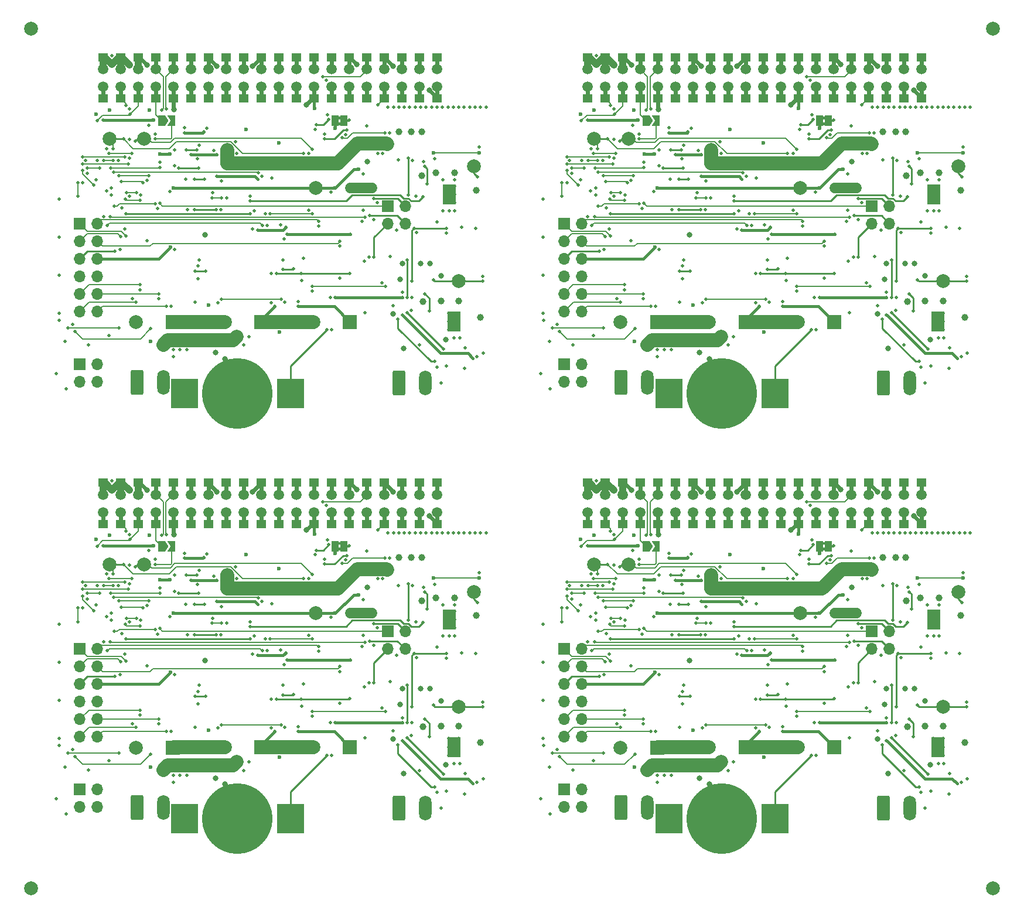
<source format=gbl>
G04 #@! TF.GenerationSoftware,KiCad,Pcbnew,(6.0.10-0)*
G04 #@! TF.CreationDate,2023-02-15T19:17:08+02:00*
G04 #@! TF.ProjectId,SH-RPi-panel,53482d52-5069-42d7-9061-6e656c2e6b69,v2.0.0*
G04 #@! TF.SameCoordinates,Original*
G04 #@! TF.FileFunction,Copper,L4,Bot*
G04 #@! TF.FilePolarity,Positive*
%FSLAX46Y46*%
G04 Gerber Fmt 4.6, Leading zero omitted, Abs format (unit mm)*
G04 Created by KiCad (PCBNEW (6.0.10-0)) date 2023-02-15 19:17:08*
%MOMM*%
%LPD*%
G01*
G04 APERTURE LIST*
G04 Aperture macros list*
%AMRoundRect*
0 Rectangle with rounded corners*
0 $1 Rounding radius*
0 $2 $3 $4 $5 $6 $7 $8 $9 X,Y pos of 4 corners*
0 Add a 4 corners polygon primitive as box body*
4,1,4,$2,$3,$4,$5,$6,$7,$8,$9,$2,$3,0*
0 Add four circle primitives for the rounded corners*
1,1,$1+$1,$2,$3*
1,1,$1+$1,$4,$5*
1,1,$1+$1,$6,$7*
1,1,$1+$1,$8,$9*
0 Add four rect primitives between the rounded corners*
20,1,$1+$1,$2,$3,$4,$5,0*
20,1,$1+$1,$4,$5,$6,$7,0*
20,1,$1+$1,$6,$7,$8,$9,0*
20,1,$1+$1,$8,$9,$2,$3,0*%
%AMFreePoly0*
4,1,6,1.000000,0.000000,0.500000,-0.750000,-0.500000,-0.750000,-0.500000,0.750000,0.500000,0.750000,1.000000,0.000000,1.000000,0.000000,$1*%
%AMFreePoly1*
4,1,6,0.500000,-0.750000,-0.650000,-0.750000,-0.150000,0.000000,-0.650000,0.750000,0.500000,0.750000,0.500000,-0.750000,0.500000,-0.750000,$1*%
G04 Aperture macros list end*
G04 #@! TA.AperFunction,ComponentPad*
%ADD10R,1.700000X1.700000*%
G04 #@! TD*
G04 #@! TA.AperFunction,ComponentPad*
%ADD11O,1.700000X1.700000*%
G04 #@! TD*
G04 #@! TA.AperFunction,ComponentPad*
%ADD12RoundRect,0.250000X-0.650000X-1.550000X0.650000X-1.550000X0.650000X1.550000X-0.650000X1.550000X0*%
G04 #@! TD*
G04 #@! TA.AperFunction,ComponentPad*
%ADD13O,1.800000X3.600000*%
G04 #@! TD*
G04 #@! TA.AperFunction,ComponentPad*
%ADD14R,2.000000X2.000000*%
G04 #@! TD*
G04 #@! TA.AperFunction,ComponentPad*
%ADD15C,2.000000*%
G04 #@! TD*
G04 #@! TA.AperFunction,ComponentPad*
%ADD16C,0.500000*%
G04 #@! TD*
G04 #@! TA.AperFunction,SMDPad,CuDef*
%ADD17R,1.900000X2.900000*%
G04 #@! TD*
G04 #@! TA.AperFunction,SMDPad,CuDef*
%ADD18FreePoly0,0.000000*%
G04 #@! TD*
G04 #@! TA.AperFunction,SMDPad,CuDef*
%ADD19FreePoly1,0.000000*%
G04 #@! TD*
G04 #@! TA.AperFunction,SMDPad,CuDef*
%ADD20R,1.000000X1.500000*%
G04 #@! TD*
G04 #@! TA.AperFunction,SMDPad,CuDef*
%ADD21R,1.400000X1.230000*%
G04 #@! TD*
G04 #@! TA.AperFunction,ComponentPad*
%ADD22C,1.500000*%
G04 #@! TD*
G04 #@! TA.AperFunction,SMDPad,CuDef*
%ADD23C,2.000000*%
G04 #@! TD*
G04 #@! TA.AperFunction,SMDPad,CuDef*
%ADD24R,3.900000X4.200000*%
G04 #@! TD*
G04 #@! TA.AperFunction,TestPad*
%ADD25C,10.200000*%
G04 #@! TD*
G04 #@! TA.AperFunction,ViaPad*
%ADD26C,0.600000*%
G04 #@! TD*
G04 #@! TA.AperFunction,ViaPad*
%ADD27C,0.500000*%
G04 #@! TD*
G04 #@! TA.AperFunction,ViaPad*
%ADD28C,1.000000*%
G04 #@! TD*
G04 #@! TA.AperFunction,ViaPad*
%ADD29C,0.800000*%
G04 #@! TD*
G04 #@! TA.AperFunction,Conductor*
%ADD30C,0.400000*%
G04 #@! TD*
G04 #@! TA.AperFunction,Conductor*
%ADD31C,2.000000*%
G04 #@! TD*
G04 #@! TA.AperFunction,Conductor*
%ADD32C,1.000000*%
G04 #@! TD*
G04 #@! TA.AperFunction,Conductor*
%ADD33C,0.250000*%
G04 #@! TD*
G04 #@! TA.AperFunction,Conductor*
%ADD34C,0.200000*%
G04 #@! TD*
G04 #@! TA.AperFunction,Conductor*
%ADD35C,0.600000*%
G04 #@! TD*
G04 #@! TA.AperFunction,Conductor*
%ADD36C,1.500000*%
G04 #@! TD*
G04 APERTURE END LIST*
G04 #@! TO.C,JP801*
G36*
X49800000Y-17000000D02*
G01*
X49300000Y-17000000D01*
X49300000Y-16600000D01*
X49800000Y-16600000D01*
X49800000Y-17000000D01*
G37*
G36*
X49800000Y-17800000D02*
G01*
X49300000Y-17800000D01*
X49300000Y-17400000D01*
X49800000Y-17400000D01*
X49800000Y-17800000D01*
G37*
G36*
X119800000Y-78500000D02*
G01*
X119300000Y-78500000D01*
X119300000Y-78100000D01*
X119800000Y-78100000D01*
X119800000Y-78500000D01*
G37*
G36*
X119800000Y-79300000D02*
G01*
X119300000Y-79300000D01*
X119300000Y-78900000D01*
X119800000Y-78900000D01*
X119800000Y-79300000D01*
G37*
G36*
X49800000Y-78500000D02*
G01*
X49300000Y-78500000D01*
X49300000Y-78100000D01*
X49800000Y-78100000D01*
X49800000Y-78500000D01*
G37*
G36*
X49800000Y-79300000D02*
G01*
X49300000Y-79300000D01*
X49300000Y-78900000D01*
X49800000Y-78900000D01*
X49800000Y-79300000D01*
G37*
G36*
X119800000Y-17000000D02*
G01*
X119300000Y-17000000D01*
X119300000Y-16600000D01*
X119800000Y-16600000D01*
X119800000Y-17000000D01*
G37*
G36*
X119800000Y-17800000D02*
G01*
X119300000Y-17800000D01*
X119300000Y-17400000D01*
X119800000Y-17400000D01*
X119800000Y-17800000D01*
G37*
G04 #@! TD*
D10*
G04 #@! TO.P,J301,1,Pin_1*
G04 #@! TO.N,Board_3-/Iin*
X126500000Y-91000000D03*
D11*
G04 #@! TO.P,J301,2,Pin_2*
G04 #@! TO.N,Board_3-/Buck converter stage 1/I1A9*
X129040000Y-91000000D03*
G04 #@! TO.P,J301,3,Pin_3*
G04 #@! TO.N,Board_3-/Iin*
X126500000Y-93540000D03*
G04 #@! TO.P,J301,4,Pin_4*
G04 #@! TO.N,Board_3-/Buck converter stage 1/I2A9*
X129040000Y-93540000D03*
G04 #@! TD*
D12*
G04 #@! TO.P,J101,1,Pin_1*
G04 #@! TO.N,Board_1-/Protection/GND_in*
X128150000Y-55067500D03*
D13*
G04 #@! TO.P,J101,2,Pin_2*
G04 #@! TO.N,Board_1-/Vin*
X131960000Y-55067500D03*
G04 #@! TD*
D10*
G04 #@! TO.P,J402,1,Pin_1*
G04 #@! TO.N,Board_0-/Control MCU/TXD5J*
X12000000Y-32045200D03*
D11*
G04 #@! TO.P,J402,2,Pin_2*
G04 #@! TO.N,Board_0-/TXD5*
X14540000Y-32045200D03*
G04 #@! TO.P,J402,3,Pin_3*
G04 #@! TO.N,Board_0-/Control MCU/RESET*
X12000000Y-34585200D03*
G04 #@! TO.P,J402,4,Pin_4*
G04 #@! TO.N,Board_0-/RXD5*
X14540000Y-34585200D03*
G04 #@! TO.P,J402,5,Pin_5*
G04 #@! TO.N,Board_0-/EN5V*
X12000000Y-37125200D03*
G04 #@! TO.P,J402,6,Pin_6*
G04 #@! TO.N,Board_0-+3V3*
X14540000Y-37125200D03*
G04 #@! TO.P,J402,7,Pin_7*
G04 #@! TO.N,Board_0-GND*
X12000000Y-39665200D03*
G04 #@! TO.P,J402,8,Pin_8*
X14540000Y-39665200D03*
G04 #@! TO.P,J402,9,Pin_9*
G04 #@! TO.N,Board_0-/Control MCU/RXD*
X12000000Y-42205200D03*
G04 #@! TO.P,J402,10,Pin_10*
G04 #@! TO.N,Board_0-/TXD0*
X14540000Y-42205200D03*
G04 #@! TO.P,J402,11,Pin_11*
G04 #@! TO.N,Board_0-/Control MCU/TXD*
X12000000Y-44745200D03*
G04 #@! TO.P,J402,12,Pin_12*
G04 #@! TO.N,Board_0-/RXD0*
X14540000Y-44745200D03*
G04 #@! TD*
D12*
G04 #@! TO.P,J101,1,Pin_1*
G04 #@! TO.N,Board_0-/Protection/GND_in*
X58150000Y-55067500D03*
D13*
G04 #@! TO.P,J101,2,Pin_2*
G04 #@! TO.N,Board_0-/Vin*
X61960000Y-55067500D03*
G04 #@! TD*
D14*
G04 #@! TO.P,C1006,1*
G04 #@! TO.N,Board_3-/Supercapacitor/SC12*
X95450000Y-107800000D03*
D15*
G04 #@! TO.P,C1006,2*
G04 #@! TO.N,Board_3-GND*
X90150000Y-107800000D03*
G04 #@! TD*
D10*
G04 #@! TO.P,J402,1,Pin_1*
G04 #@! TO.N,Board_2-/Control MCU/TXD5J*
X12000000Y-93545200D03*
D11*
G04 #@! TO.P,J402,2,Pin_2*
G04 #@! TO.N,Board_2-/TXD5*
X14540000Y-93545200D03*
G04 #@! TO.P,J402,3,Pin_3*
G04 #@! TO.N,Board_2-/Control MCU/RESET*
X12000000Y-96085200D03*
G04 #@! TO.P,J402,4,Pin_4*
G04 #@! TO.N,Board_2-/RXD5*
X14540000Y-96085200D03*
G04 #@! TO.P,J402,5,Pin_5*
G04 #@! TO.N,Board_2-/EN5V*
X12000000Y-98625200D03*
G04 #@! TO.P,J402,6,Pin_6*
G04 #@! TO.N,Board_2-+3V3*
X14540000Y-98625200D03*
G04 #@! TO.P,J402,7,Pin_7*
G04 #@! TO.N,Board_2-GND*
X12000000Y-101165200D03*
G04 #@! TO.P,J402,8,Pin_8*
X14540000Y-101165200D03*
G04 #@! TO.P,J402,9,Pin_9*
G04 #@! TO.N,Board_2-/Control MCU/RXD*
X12000000Y-103705200D03*
G04 #@! TO.P,J402,10,Pin_10*
G04 #@! TO.N,Board_2-/TXD0*
X14540000Y-103705200D03*
G04 #@! TO.P,J402,11,Pin_11*
G04 #@! TO.N,Board_2-/Control MCU/TXD*
X12000000Y-106245200D03*
G04 #@! TO.P,J402,12,Pin_12*
G04 #@! TO.N,Board_2-/RXD0*
X14540000Y-106245200D03*
G04 #@! TD*
D12*
G04 #@! TO.P,J502,1,Pin_1*
G04 #@! TO.N,Board_2-GND*
X20250000Y-116467500D03*
D13*
G04 #@! TO.P,J502,2,Pin_2*
G04 #@! TO.N,Board_2-+5V*
X24060000Y-116467500D03*
G04 #@! TD*
D14*
G04 #@! TO.P,C1006,1*
G04 #@! TO.N,Board_1-/Supercapacitor/SC12*
X95450000Y-46300000D03*
D15*
G04 #@! TO.P,C1006,2*
G04 #@! TO.N,Board_1-GND*
X90150000Y-46300000D03*
G04 #@! TD*
D10*
G04 #@! TO.P,J401,1,Pin_1*
G04 #@! TO.N,Board_3-GND*
X82000000Y-113865200D03*
D11*
G04 #@! TO.P,J401,2,Pin_2*
G04 #@! TO.N,Board_3-/Control MCU/EXT_CONN*
X84540000Y-113865200D03*
G04 #@! TO.P,J401,3,Pin_3*
G04 #@! TO.N,Board_3-GND*
X82000000Y-116405200D03*
G04 #@! TO.P,J401,4,Pin_4*
G04 #@! TO.N,Board_3-/Control MCU/POW_CONN*
X84540000Y-116405200D03*
G04 #@! TD*
D16*
G04 #@! TO.P,U201,9,PGND*
G04 #@! TO.N,Board_0-GND*
X66150000Y-26625000D03*
X64750000Y-27825000D03*
X64750000Y-29025000D03*
X66150000Y-27825000D03*
X66150000Y-29025000D03*
D17*
X65450000Y-27825000D03*
D16*
X64750000Y-26625000D03*
G04 #@! TD*
D14*
G04 #@! TO.P,C1005,1*
G04 #@! TO.N,Board_3-/Supercapacitor/SC23*
X108250000Y-107755000D03*
D15*
G04 #@! TO.P,C1005,2*
G04 #@! TO.N,Board_3-/Supercapacitor/SC12*
X102950000Y-107755000D03*
G04 #@! TD*
D16*
G04 #@! TO.P,U201,9,PGND*
G04 #@! TO.N,Board_2-GND*
X64750000Y-88125000D03*
D17*
X65450000Y-89325000D03*
D16*
X64750000Y-90525000D03*
X64750000Y-89325000D03*
X66150000Y-89325000D03*
X66150000Y-90525000D03*
X66150000Y-88125000D03*
G04 #@! TD*
D10*
G04 #@! TO.P,J301,1,Pin_1*
G04 #@! TO.N,Board_2-/Iin*
X56500000Y-91000000D03*
D11*
G04 #@! TO.P,J301,2,Pin_2*
G04 #@! TO.N,Board_2-/Buck converter stage 1/I1A9*
X59040000Y-91000000D03*
G04 #@! TO.P,J301,3,Pin_3*
G04 #@! TO.N,Board_2-/Iin*
X56500000Y-93540000D03*
G04 #@! TO.P,J301,4,Pin_4*
G04 #@! TO.N,Board_2-/Buck converter stage 1/I2A9*
X59040000Y-93540000D03*
G04 #@! TD*
D14*
G04 #@! TO.P,C1006,1*
G04 #@! TO.N,Board_2-/Supercapacitor/SC12*
X25450000Y-107800000D03*
D15*
G04 #@! TO.P,C1006,2*
G04 #@! TO.N,Board_2-GND*
X20150000Y-107800000D03*
G04 #@! TD*
D16*
G04 #@! TO.P,U301,9,PGND*
G04 #@! TO.N,Board_1-GND*
X135350000Y-47425000D03*
D17*
X136050000Y-46225000D03*
D16*
X135350000Y-46225000D03*
X136750000Y-46225000D03*
X136750000Y-45025000D03*
X136750000Y-47425000D03*
X135350000Y-45025000D03*
G04 #@! TD*
D14*
G04 #@! TO.P,C1004,1*
G04 #@! TO.N,Board_1-/Vcap*
X121050000Y-46255000D03*
D15*
G04 #@! TO.P,C1004,2*
G04 #@! TO.N,Board_1-/Supercapacitor/SC23*
X115750000Y-46255000D03*
G04 #@! TD*
D10*
G04 #@! TO.P,J301,1,Pin_1*
G04 #@! TO.N,Board_0-/Iin*
X56500000Y-29500000D03*
D11*
G04 #@! TO.P,J301,2,Pin_2*
G04 #@! TO.N,Board_0-/Buck converter stage 1/I1A9*
X59040000Y-29500000D03*
G04 #@! TO.P,J301,3,Pin_3*
G04 #@! TO.N,Board_0-/Iin*
X56500000Y-32040000D03*
G04 #@! TO.P,J301,4,Pin_4*
G04 #@! TO.N,Board_0-/Buck converter stage 1/I2A9*
X59040000Y-32040000D03*
G04 #@! TD*
D16*
G04 #@! TO.P,U301,9,PGND*
G04 #@! TO.N,Board_3-GND*
X136750000Y-106525000D03*
X135350000Y-108925000D03*
X135350000Y-106525000D03*
X136750000Y-107725000D03*
X136750000Y-108925000D03*
D17*
X136050000Y-107725000D03*
D16*
X135350000Y-107725000D03*
G04 #@! TD*
D12*
G04 #@! TO.P,J502,1,Pin_1*
G04 #@! TO.N,Board_3-GND*
X90250000Y-116467500D03*
D13*
G04 #@! TO.P,J502,2,Pin_2*
G04 #@! TO.N,Board_3-+5V*
X94060000Y-116467500D03*
G04 #@! TD*
D10*
G04 #@! TO.P,J401,1,Pin_1*
G04 #@! TO.N,Board_2-GND*
X12000000Y-113865200D03*
D11*
G04 #@! TO.P,J401,2,Pin_2*
G04 #@! TO.N,Board_2-/Control MCU/EXT_CONN*
X14540000Y-113865200D03*
G04 #@! TO.P,J401,3,Pin_3*
G04 #@! TO.N,Board_2-GND*
X12000000Y-116405200D03*
G04 #@! TO.P,J401,4,Pin_4*
G04 #@! TO.N,Board_2-/Control MCU/POW_CONN*
X14540000Y-116405200D03*
G04 #@! TD*
D14*
G04 #@! TO.P,C1005,1*
G04 #@! TO.N,Board_2-/Supercapacitor/SC23*
X38250000Y-107755000D03*
D15*
G04 #@! TO.P,C1005,2*
G04 #@! TO.N,Board_2-/Supercapacitor/SC12*
X32950000Y-107755000D03*
G04 #@! TD*
D14*
G04 #@! TO.P,C1004,1*
G04 #@! TO.N,Board_2-/Vcap*
X51050000Y-107755000D03*
D15*
G04 #@! TO.P,C1004,2*
G04 #@! TO.N,Board_2-/Supercapacitor/SC23*
X45750000Y-107755000D03*
G04 #@! TD*
D16*
G04 #@! TO.P,U201,9,PGND*
G04 #@! TO.N,Board_1-GND*
X136150000Y-26625000D03*
X134750000Y-27825000D03*
D17*
X135450000Y-27825000D03*
D16*
X134750000Y-26625000D03*
X136150000Y-29025000D03*
X134750000Y-29025000D03*
X136150000Y-27825000D03*
G04 #@! TD*
D12*
G04 #@! TO.P,J502,1,Pin_1*
G04 #@! TO.N,Board_1-GND*
X90250000Y-54967500D03*
D13*
G04 #@! TO.P,J502,2,Pin_2*
G04 #@! TO.N,Board_1-+5V*
X94060000Y-54967500D03*
G04 #@! TD*
D12*
G04 #@! TO.P,J101,1,Pin_1*
G04 #@! TO.N,Board_3-/Protection/GND_in*
X128150000Y-116567500D03*
D13*
G04 #@! TO.P,J101,2,Pin_2*
G04 #@! TO.N,Board_3-/Vin*
X131960000Y-116567500D03*
G04 #@! TD*
D10*
G04 #@! TO.P,J401,1,Pin_1*
G04 #@! TO.N,Board_1-GND*
X82000000Y-52365200D03*
D11*
G04 #@! TO.P,J401,2,Pin_2*
G04 #@! TO.N,Board_1-/Control MCU/EXT_CONN*
X84540000Y-52365200D03*
G04 #@! TO.P,J401,3,Pin_3*
G04 #@! TO.N,Board_1-GND*
X82000000Y-54905200D03*
G04 #@! TO.P,J401,4,Pin_4*
G04 #@! TO.N,Board_1-/Control MCU/POW_CONN*
X84540000Y-54905200D03*
G04 #@! TD*
D17*
G04 #@! TO.P,U301,9,PGND*
G04 #@! TO.N,Board_0-GND*
X66050000Y-46225000D03*
D16*
X65350000Y-45025000D03*
X66750000Y-46225000D03*
X65350000Y-47425000D03*
X66750000Y-45025000D03*
X65350000Y-46225000D03*
X66750000Y-47425000D03*
G04 #@! TD*
D14*
G04 #@! TO.P,C1005,1*
G04 #@! TO.N,Board_0-/Supercapacitor/SC23*
X38250000Y-46255000D03*
D15*
G04 #@! TO.P,C1005,2*
G04 #@! TO.N,Board_0-/Supercapacitor/SC12*
X32950000Y-46255000D03*
G04 #@! TD*
D12*
G04 #@! TO.P,J502,1,Pin_1*
G04 #@! TO.N,Board_0-GND*
X20250000Y-54967500D03*
D13*
G04 #@! TO.P,J502,2,Pin_2*
G04 #@! TO.N,Board_0-+5V*
X24060000Y-54967500D03*
G04 #@! TD*
D10*
G04 #@! TO.P,J401,1,Pin_1*
G04 #@! TO.N,Board_0-GND*
X12000000Y-52365200D03*
D11*
G04 #@! TO.P,J401,2,Pin_2*
G04 #@! TO.N,Board_0-/Control MCU/EXT_CONN*
X14540000Y-52365200D03*
G04 #@! TO.P,J401,3,Pin_3*
G04 #@! TO.N,Board_0-GND*
X12000000Y-54905200D03*
G04 #@! TO.P,J401,4,Pin_4*
G04 #@! TO.N,Board_0-/Control MCU/POW_CONN*
X14540000Y-54905200D03*
G04 #@! TD*
D14*
G04 #@! TO.P,C1006,1*
G04 #@! TO.N,Board_0-/Supercapacitor/SC12*
X25450000Y-46300000D03*
D15*
G04 #@! TO.P,C1006,2*
G04 #@! TO.N,Board_0-GND*
X20150000Y-46300000D03*
G04 #@! TD*
D10*
G04 #@! TO.P,J402,1,Pin_1*
G04 #@! TO.N,Board_1-/Control MCU/TXD5J*
X82000000Y-32045200D03*
D11*
G04 #@! TO.P,J402,2,Pin_2*
G04 #@! TO.N,Board_1-/TXD5*
X84540000Y-32045200D03*
G04 #@! TO.P,J402,3,Pin_3*
G04 #@! TO.N,Board_1-/Control MCU/RESET*
X82000000Y-34585200D03*
G04 #@! TO.P,J402,4,Pin_4*
G04 #@! TO.N,Board_1-/RXD5*
X84540000Y-34585200D03*
G04 #@! TO.P,J402,5,Pin_5*
G04 #@! TO.N,Board_1-/EN5V*
X82000000Y-37125200D03*
G04 #@! TO.P,J402,6,Pin_6*
G04 #@! TO.N,Board_1-+3V3*
X84540000Y-37125200D03*
G04 #@! TO.P,J402,7,Pin_7*
G04 #@! TO.N,Board_1-GND*
X82000000Y-39665200D03*
G04 #@! TO.P,J402,8,Pin_8*
X84540000Y-39665200D03*
G04 #@! TO.P,J402,9,Pin_9*
G04 #@! TO.N,Board_1-/Control MCU/RXD*
X82000000Y-42205200D03*
G04 #@! TO.P,J402,10,Pin_10*
G04 #@! TO.N,Board_1-/TXD0*
X84540000Y-42205200D03*
G04 #@! TO.P,J402,11,Pin_11*
G04 #@! TO.N,Board_1-/Control MCU/TXD*
X82000000Y-44745200D03*
G04 #@! TO.P,J402,12,Pin_12*
G04 #@! TO.N,Board_1-/RXD0*
X84540000Y-44745200D03*
G04 #@! TD*
D16*
G04 #@! TO.P,U301,9,PGND*
G04 #@! TO.N,Board_2-GND*
X65350000Y-108925000D03*
D17*
X66050000Y-107725000D03*
D16*
X66750000Y-107725000D03*
X66750000Y-108925000D03*
X65350000Y-106525000D03*
X65350000Y-107725000D03*
X66750000Y-106525000D03*
G04 #@! TD*
D12*
G04 #@! TO.P,J101,1,Pin_1*
G04 #@! TO.N,Board_2-/Protection/GND_in*
X58150000Y-116567500D03*
D13*
G04 #@! TO.P,J101,2,Pin_2*
G04 #@! TO.N,Board_2-/Vin*
X61960000Y-116567500D03*
G04 #@! TD*
D10*
G04 #@! TO.P,J301,1,Pin_1*
G04 #@! TO.N,Board_1-/Iin*
X126500000Y-29500000D03*
D11*
G04 #@! TO.P,J301,2,Pin_2*
G04 #@! TO.N,Board_1-/Buck converter stage 1/I1A9*
X129040000Y-29500000D03*
G04 #@! TO.P,J301,3,Pin_3*
G04 #@! TO.N,Board_1-/Iin*
X126500000Y-32040000D03*
G04 #@! TO.P,J301,4,Pin_4*
G04 #@! TO.N,Board_1-/Buck converter stage 1/I2A9*
X129040000Y-32040000D03*
G04 #@! TD*
D14*
G04 #@! TO.P,C1004,1*
G04 #@! TO.N,Board_3-/Vcap*
X121050000Y-107755000D03*
D15*
G04 #@! TO.P,C1004,2*
G04 #@! TO.N,Board_3-/Supercapacitor/SC23*
X115750000Y-107755000D03*
G04 #@! TD*
D14*
G04 #@! TO.P,C1004,1*
G04 #@! TO.N,Board_0-/Vcap*
X51050000Y-46255000D03*
D15*
G04 #@! TO.P,C1004,2*
G04 #@! TO.N,Board_0-/Supercapacitor/SC23*
X45750000Y-46255000D03*
G04 #@! TD*
D16*
G04 #@! TO.P,U201,9,PGND*
G04 #@! TO.N,Board_3-GND*
X134750000Y-89325000D03*
X136150000Y-88125000D03*
X136150000Y-90525000D03*
X134750000Y-88125000D03*
X136150000Y-89325000D03*
X134750000Y-90525000D03*
D17*
X135450000Y-89325000D03*
G04 #@! TD*
D14*
G04 #@! TO.P,C1005,1*
G04 #@! TO.N,Board_1-/Supercapacitor/SC23*
X108250000Y-46255000D03*
D15*
G04 #@! TO.P,C1005,2*
G04 #@! TO.N,Board_1-/Supercapacitor/SC12*
X102950000Y-46255000D03*
G04 #@! TD*
D10*
G04 #@! TO.P,J402,1,Pin_1*
G04 #@! TO.N,Board_3-/Control MCU/TXD5J*
X82000000Y-93545200D03*
D11*
G04 #@! TO.P,J402,2,Pin_2*
G04 #@! TO.N,Board_3-/TXD5*
X84540000Y-93545200D03*
G04 #@! TO.P,J402,3,Pin_3*
G04 #@! TO.N,Board_3-/Control MCU/RESET*
X82000000Y-96085200D03*
G04 #@! TO.P,J402,4,Pin_4*
G04 #@! TO.N,Board_3-/RXD5*
X84540000Y-96085200D03*
G04 #@! TO.P,J402,5,Pin_5*
G04 #@! TO.N,Board_3-/EN5V*
X82000000Y-98625200D03*
G04 #@! TO.P,J402,6,Pin_6*
G04 #@! TO.N,Board_3-+3V3*
X84540000Y-98625200D03*
G04 #@! TO.P,J402,7,Pin_7*
G04 #@! TO.N,Board_3-GND*
X82000000Y-101165200D03*
G04 #@! TO.P,J402,8,Pin_8*
X84540000Y-101165200D03*
G04 #@! TO.P,J402,9,Pin_9*
G04 #@! TO.N,Board_3-/Control MCU/RXD*
X82000000Y-103705200D03*
G04 #@! TO.P,J402,10,Pin_10*
G04 #@! TO.N,Board_3-/TXD0*
X84540000Y-103705200D03*
G04 #@! TO.P,J402,11,Pin_11*
G04 #@! TO.N,Board_3-/Control MCU/TXD*
X82000000Y-106245200D03*
G04 #@! TO.P,J402,12,Pin_12*
G04 #@! TO.N,Board_3-/RXD0*
X84540000Y-106245200D03*
G04 #@! TD*
D18*
G04 #@! TO.P,JP501,1,A*
G04 #@! TO.N,Board_1-/I/O/GPIO4*
X93845000Y-17200000D03*
D19*
G04 #@! TO.P,JP501,2,B*
G04 #@! TO.N,Board_1-/RGPIO4*
X95295000Y-17200000D03*
G04 #@! TD*
D20*
G04 #@! TO.P,JP801,1,A*
G04 #@! TO.N,Board_0-+3V3*
X48900000Y-17200000D03*
G04 #@! TO.P,JP801,2,B*
G04 #@! TO.N,Board_0-/RTC/3V3B*
X50200000Y-17200000D03*
G04 #@! TD*
D21*
G04 #@! TO.P,J501,1,3V3*
G04 #@! TO.N,Board_2-unconnected-(J501-Pad1)*
X15370000Y-75485000D03*
D22*
X15370000Y-73770000D03*
G04 #@! TO.P,J501,2,5V*
G04 #@! TO.N,Board_2-+5V*
X15370000Y-71230000D03*
D21*
X15370000Y-69515000D03*
D22*
G04 #@! TO.P,J501,3,SDA/GPIO2*
G04 #@! TO.N,Board_2-/SDA*
X17910000Y-73770000D03*
D21*
X17910000Y-75485000D03*
D22*
G04 #@! TO.P,J501,4,5V*
G04 #@! TO.N,Board_2-+5V*
X17910000Y-71230000D03*
D21*
X17910000Y-69515000D03*
D22*
G04 #@! TO.P,J501,5,SCL/GPIO3*
G04 #@! TO.N,Board_2-/SCL*
X20450000Y-73770000D03*
D21*
X20450000Y-75485000D03*
G04 #@! TO.P,J501,6,GND*
G04 #@! TO.N,Board_2-GND*
X20450000Y-69515000D03*
D22*
X20450000Y-71230000D03*
G04 #@! TO.P,J501,7,GCLK0/GPIO4*
G04 #@! TO.N,Board_2-/I/O/GPIO4*
X22990000Y-73770000D03*
D21*
X22990000Y-75485000D03*
G04 #@! TO.P,J501,8,GPIO14/TXD*
G04 #@! TO.N,Board_2-/TXD0*
X22990000Y-69515000D03*
D22*
X22990000Y-71230000D03*
G04 #@! TO.P,J501,9,GND*
G04 #@! TO.N,Board_2-GND*
X25530000Y-73770000D03*
D21*
X25530000Y-75485000D03*
D22*
G04 #@! TO.P,J501,10,GPIO15/RXD*
G04 #@! TO.N,Board_2-/RXD0*
X25530000Y-71230000D03*
D21*
X25530000Y-69515000D03*
G04 #@! TO.P,J501,11,GPIO17*
G04 #@! TO.N,Board_2-unconnected-(J501-Pad11)*
X28070000Y-75485000D03*
D22*
X28070000Y-73770000D03*
G04 #@! TO.P,J501,12,GPIO18/PWM0*
G04 #@! TO.N,Board_2-unconnected-(J501-Pad12)*
X28070000Y-71230000D03*
D21*
X28070000Y-69515000D03*
D22*
G04 #@! TO.P,J501,13,GPIO27*
G04 #@! TO.N,Board_2-unconnected-(J501-Pad13)*
X30610000Y-73770000D03*
D21*
X30610000Y-75485000D03*
D22*
G04 #@! TO.P,J501,14,GND*
G04 #@! TO.N,Board_2-GND*
X30610000Y-71230000D03*
D21*
X30610000Y-69515000D03*
D22*
G04 #@! TO.P,J501,15,GPIO22*
G04 #@! TO.N,Board_2-unconnected-(J501-Pad15)*
X33150000Y-73770000D03*
D21*
X33150000Y-75485000D03*
D22*
G04 #@! TO.P,J501,16,GPIO23*
G04 #@! TO.N,Board_2-unconnected-(J501-Pad16)*
X33150000Y-71230000D03*
D21*
X33150000Y-69515000D03*
D22*
G04 #@! TO.P,J501,17,3V3*
G04 #@! TO.N,Board_2-unconnected-(J501-Pad17)*
X35690000Y-73770000D03*
D21*
X35690000Y-75485000D03*
D22*
G04 #@! TO.P,J501,18,GPIO24*
G04 #@! TO.N,Board_2-unconnected-(J501-Pad18)*
X35690000Y-71230000D03*
D21*
X35690000Y-69515000D03*
D22*
G04 #@! TO.P,J501,19,MOSI0/GPIO10*
G04 #@! TO.N,Board_2-unconnected-(J501-Pad19)*
X38230000Y-73770000D03*
D21*
X38230000Y-75485000D03*
D22*
G04 #@! TO.P,J501,20,GND*
G04 #@! TO.N,Board_2-GND*
X38230000Y-71230000D03*
D21*
X38230000Y-69515000D03*
D22*
G04 #@! TO.P,J501,21,MISO0/GPIO9*
G04 #@! TO.N,Board_2-unconnected-(J501-Pad21)*
X40770000Y-73770000D03*
D21*
X40770000Y-75485000D03*
G04 #@! TO.P,J501,22,GPIO25*
G04 #@! TO.N,Board_2-unconnected-(J501-Pad22)*
X40770000Y-69515000D03*
D22*
X40770000Y-71230000D03*
D21*
G04 #@! TO.P,J501,23,SCLK0/GPIO11*
G04 #@! TO.N,Board_2-unconnected-(J501-Pad23)*
X43310000Y-75485000D03*
D22*
X43310000Y-73770000D03*
G04 #@! TO.P,J501,24,~{CE0}/GPIO8*
G04 #@! TO.N,Board_2-unconnected-(J501-Pad24)*
X43310000Y-71230000D03*
D21*
X43310000Y-69515000D03*
G04 #@! TO.P,J501,25,GND*
G04 #@! TO.N,Board_2-GND*
X45850000Y-75485000D03*
D22*
X45850000Y-73770000D03*
D21*
G04 #@! TO.P,J501,26,~{CE1}/GPIO7*
G04 #@! TO.N,Board_2-unconnected-(J501-Pad26)*
X45850000Y-69515000D03*
D22*
X45850000Y-71230000D03*
G04 #@! TO.P,J501,27,ID_SD/GPIO0*
G04 #@! TO.N,Board_2-unconnected-(J501-Pad27)*
X48390000Y-73770000D03*
D21*
X48390000Y-75485000D03*
D22*
G04 #@! TO.P,J501,28,ID_SC/GPIO1*
G04 #@! TO.N,Board_2-unconnected-(J501-Pad28)*
X48390000Y-71230000D03*
D21*
X48390000Y-69515000D03*
D22*
G04 #@! TO.P,J501,29,GCLK1/GPIO5*
G04 #@! TO.N,Board_2-unconnected-(J501-Pad29)*
X50930000Y-73770000D03*
D21*
X50930000Y-75485000D03*
G04 #@! TO.P,J501,30,GND*
G04 #@! TO.N,Board_2-GND*
X50930000Y-69515000D03*
D22*
X50930000Y-71230000D03*
G04 #@! TO.P,J501,31,GCLK2/GPIO6*
G04 #@! TO.N,Board_2-unconnected-(J501-Pad31)*
X53470000Y-73770000D03*
D21*
X53470000Y-75485000D03*
D22*
G04 #@! TO.P,J501,32,PWM0/GPIO12*
G04 #@! TO.N,Board_2-/TXD5*
X53470000Y-71230000D03*
D21*
X53470000Y-69515000D03*
G04 #@! TO.P,J501,33,PWM1/GPIO13*
G04 #@! TO.N,Board_2-/RXD5*
X56010000Y-75485000D03*
D22*
X56010000Y-73770000D03*
G04 #@! TO.P,J501,34,GND*
G04 #@! TO.N,Board_2-GND*
X56010000Y-71230000D03*
D21*
X56010000Y-69515000D03*
G04 #@! TO.P,J501,35,GPIO19/MISO1*
G04 #@! TO.N,Board_2-unconnected-(J501-Pad35)*
X58550000Y-75485000D03*
D22*
X58550000Y-73770000D03*
D21*
G04 #@! TO.P,J501,36,GPIO16*
G04 #@! TO.N,Board_2-unconnected-(J501-Pad36)*
X58550000Y-69515000D03*
D22*
X58550000Y-71230000D03*
D21*
G04 #@! TO.P,J501,37,GPIO26*
G04 #@! TO.N,Board_2-unconnected-(J501-Pad37)*
X61090000Y-75485000D03*
D22*
X61090000Y-73770000D03*
G04 #@! TO.P,J501,38,GPIO20/MOSI1*
G04 #@! TO.N,Board_2-unconnected-(J501-Pad38)*
X61090000Y-71230000D03*
D21*
X61090000Y-69515000D03*
D22*
G04 #@! TO.P,J501,39,GND*
G04 #@! TO.N,Board_2-GND*
X63630000Y-73770000D03*
D21*
X63630000Y-75485000D03*
D22*
G04 #@! TO.P,J501,40,GPIO21/SCLK1*
G04 #@! TO.N,Board_2-unconnected-(J501-Pad40)*
X63630000Y-71230000D03*
D21*
X63630000Y-69515000D03*
G04 #@! TD*
D23*
G04 #@! TO.P,TP501,1,1*
G04 #@! TO.N,Board_3-/SDA*
X86300000Y-81300000D03*
G04 #@! TD*
G04 #@! TO.P,TP502,1,1*
G04 #@! TO.N,Board_0-/SCL*
X21300000Y-19800000D03*
G04 #@! TD*
D20*
G04 #@! TO.P,JP801,1,A*
G04 #@! TO.N,Board_3-+3V3*
X118900000Y-78700000D03*
G04 #@! TO.P,JP801,2,B*
G04 #@! TO.N,Board_3-/RTC/3V3B*
X120200000Y-78700000D03*
G04 #@! TD*
D23*
G04 #@! TO.P,TP201,1,1*
G04 #@! TO.N,Board_2-/Buck converter stage 2/SW*
X69000000Y-85300000D03*
G04 #@! TD*
D18*
G04 #@! TO.P,JP501,1,A*
G04 #@! TO.N,Board_0-/I/O/GPIO4*
X23845000Y-17200000D03*
D19*
G04 #@! TO.P,JP501,2,B*
G04 #@! TO.N,Board_0-/RGPIO4*
X25295000Y-17200000D03*
G04 #@! TD*
D23*
G04 #@! TO.P,TP301,1,1*
G04 #@! TO.N,Board_1-/Buck converter stage 1/SW*
X136800000Y-40400000D03*
G04 #@! TD*
D24*
G04 #@! TO.P,J801,1,Pin_1*
G04 #@! TO.N,Board_2-/RTC/VBAT*
X42450000Y-118100000D03*
G04 #@! TO.P,J801,2,Pin_2*
G04 #@! TO.N,Board_2-unconnected-(J801-Pad2)*
X27150000Y-118100000D03*
D25*
G04 #@! TO.P,J801,3,Pin_3*
G04 #@! TO.N,Board_2-GND*
X34800000Y-118100000D03*
G04 #@! TD*
D23*
G04 #@! TO.P,REF\u002A\u002A,*
G04 #@! TO.N,*
X144000000Y-3850000D03*
G04 #@! TD*
G04 #@! TO.P,TP901,1,1*
G04 #@! TO.N,Board_3-+3V3*
X116099999Y-88400000D03*
G04 #@! TD*
D20*
G04 #@! TO.P,JP801,1,A*
G04 #@! TO.N,Board_2-+3V3*
X48900000Y-78700000D03*
G04 #@! TO.P,JP801,2,B*
G04 #@! TO.N,Board_2-/RTC/3V3B*
X50200000Y-78700000D03*
G04 #@! TD*
D23*
G04 #@! TO.P,TP901,1,1*
G04 #@! TO.N,Board_0-+3V3*
X46099999Y-26900000D03*
G04 #@! TD*
G04 #@! TO.P,REF\u002A\u002A,*
G04 #@! TO.N,*
X5000000Y-3850000D03*
G04 #@! TD*
G04 #@! TO.P,TP201,1,1*
G04 #@! TO.N,Board_0-/Buck converter stage 2/SW*
X69000000Y-23800000D03*
G04 #@! TD*
D24*
G04 #@! TO.P,J801,1,Pin_1*
G04 #@! TO.N,Board_1-/RTC/VBAT*
X112450000Y-56600000D03*
G04 #@! TO.P,J801,2,Pin_2*
G04 #@! TO.N,Board_1-unconnected-(J801-Pad2)*
X97150000Y-56600000D03*
D25*
G04 #@! TO.P,J801,3,Pin_3*
G04 #@! TO.N,Board_1-GND*
X104800000Y-56600000D03*
G04 #@! TD*
D23*
G04 #@! TO.P,REF\u002A\u002A,*
G04 #@! TO.N,*
X5000000Y-128150000D03*
G04 #@! TD*
D24*
G04 #@! TO.P,J801,1,Pin_1*
G04 #@! TO.N,Board_3-/RTC/VBAT*
X112450000Y-118100000D03*
G04 #@! TO.P,J801,2,Pin_2*
G04 #@! TO.N,Board_3-unconnected-(J801-Pad2)*
X97150000Y-118100000D03*
D25*
G04 #@! TO.P,J801,3,Pin_3*
G04 #@! TO.N,Board_3-GND*
X104800000Y-118100000D03*
G04 #@! TD*
D23*
G04 #@! TO.P,TP501,1,1*
G04 #@! TO.N,Board_1-/SDA*
X86300000Y-19800000D03*
G04 #@! TD*
D18*
G04 #@! TO.P,JP501,1,A*
G04 #@! TO.N,Board_3-/I/O/GPIO4*
X93845000Y-78700000D03*
D19*
G04 #@! TO.P,JP501,2,B*
G04 #@! TO.N,Board_3-/RGPIO4*
X95295000Y-78700000D03*
G04 #@! TD*
D23*
G04 #@! TO.P,TP502,1,1*
G04 #@! TO.N,Board_3-/SCL*
X91300000Y-81300000D03*
G04 #@! TD*
D24*
G04 #@! TO.P,J801,1,Pin_1*
G04 #@! TO.N,Board_0-/RTC/VBAT*
X42450000Y-56600000D03*
G04 #@! TO.P,J801,2,Pin_2*
G04 #@! TO.N,Board_0-unconnected-(J801-Pad2)*
X27150000Y-56600000D03*
D25*
G04 #@! TO.P,J801,3,Pin_3*
G04 #@! TO.N,Board_0-GND*
X34800000Y-56600000D03*
G04 #@! TD*
D23*
G04 #@! TO.P,TP502,1,1*
G04 #@! TO.N,Board_2-/SCL*
X21300000Y-81300000D03*
G04 #@! TD*
G04 #@! TO.P,TP301,1,1*
G04 #@! TO.N,Board_2-/Buck converter stage 1/SW*
X66800000Y-101900000D03*
G04 #@! TD*
G04 #@! TO.P,TP901,1,1*
G04 #@! TO.N,Board_1-+3V3*
X116099999Y-26900000D03*
G04 #@! TD*
D22*
G04 #@! TO.P,J501,1,3V3*
G04 #@! TO.N,Board_0-unconnected-(J501-Pad1)*
X15370000Y-12270000D03*
D21*
X15370000Y-13985000D03*
G04 #@! TO.P,J501,2,5V*
G04 #@! TO.N,Board_0-+5V*
X15370000Y-8015000D03*
D22*
X15370000Y-9730000D03*
D21*
G04 #@! TO.P,J501,3,SDA/GPIO2*
G04 #@! TO.N,Board_0-/SDA*
X17910000Y-13985000D03*
D22*
X17910000Y-12270000D03*
G04 #@! TO.P,J501,4,5V*
G04 #@! TO.N,Board_0-+5V*
X17910000Y-9730000D03*
D21*
X17910000Y-8015000D03*
G04 #@! TO.P,J501,5,SCL/GPIO3*
G04 #@! TO.N,Board_0-/SCL*
X20450000Y-13985000D03*
D22*
X20450000Y-12270000D03*
G04 #@! TO.P,J501,6,GND*
G04 #@! TO.N,Board_0-GND*
X20450000Y-9730000D03*
D21*
X20450000Y-8015000D03*
G04 #@! TO.P,J501,7,GCLK0/GPIO4*
G04 #@! TO.N,Board_0-/I/O/GPIO4*
X22990000Y-13985000D03*
D22*
X22990000Y-12270000D03*
G04 #@! TO.P,J501,8,GPIO14/TXD*
G04 #@! TO.N,Board_0-/TXD0*
X22990000Y-9730000D03*
D21*
X22990000Y-8015000D03*
G04 #@! TO.P,J501,9,GND*
G04 #@! TO.N,Board_0-GND*
X25530000Y-13985000D03*
D22*
X25530000Y-12270000D03*
D21*
G04 #@! TO.P,J501,10,GPIO15/RXD*
G04 #@! TO.N,Board_0-/RXD0*
X25530000Y-8015000D03*
D22*
X25530000Y-9730000D03*
D21*
G04 #@! TO.P,J501,11,GPIO17*
G04 #@! TO.N,Board_0-unconnected-(J501-Pad11)*
X28070000Y-13985000D03*
D22*
X28070000Y-12270000D03*
D21*
G04 #@! TO.P,J501,12,GPIO18/PWM0*
G04 #@! TO.N,Board_0-unconnected-(J501-Pad12)*
X28070000Y-8015000D03*
D22*
X28070000Y-9730000D03*
D21*
G04 #@! TO.P,J501,13,GPIO27*
G04 #@! TO.N,Board_0-unconnected-(J501-Pad13)*
X30610000Y-13985000D03*
D22*
X30610000Y-12270000D03*
D21*
G04 #@! TO.P,J501,14,GND*
G04 #@! TO.N,Board_0-GND*
X30610000Y-8015000D03*
D22*
X30610000Y-9730000D03*
G04 #@! TO.P,J501,15,GPIO22*
G04 #@! TO.N,Board_0-unconnected-(J501-Pad15)*
X33150000Y-12270000D03*
D21*
X33150000Y-13985000D03*
G04 #@! TO.P,J501,16,GPIO23*
G04 #@! TO.N,Board_0-unconnected-(J501-Pad16)*
X33150000Y-8015000D03*
D22*
X33150000Y-9730000D03*
D21*
G04 #@! TO.P,J501,17,3V3*
G04 #@! TO.N,Board_0-unconnected-(J501-Pad17)*
X35690000Y-13985000D03*
D22*
X35690000Y-12270000D03*
D21*
G04 #@! TO.P,J501,18,GPIO24*
G04 #@! TO.N,Board_0-unconnected-(J501-Pad18)*
X35690000Y-8015000D03*
D22*
X35690000Y-9730000D03*
D21*
G04 #@! TO.P,J501,19,MOSI0/GPIO10*
G04 #@! TO.N,Board_0-unconnected-(J501-Pad19)*
X38230000Y-13985000D03*
D22*
X38230000Y-12270000D03*
G04 #@! TO.P,J501,20,GND*
G04 #@! TO.N,Board_0-GND*
X38230000Y-9730000D03*
D21*
X38230000Y-8015000D03*
G04 #@! TO.P,J501,21,MISO0/GPIO9*
G04 #@! TO.N,Board_0-unconnected-(J501-Pad21)*
X40770000Y-13985000D03*
D22*
X40770000Y-12270000D03*
G04 #@! TO.P,J501,22,GPIO25*
G04 #@! TO.N,Board_0-unconnected-(J501-Pad22)*
X40770000Y-9730000D03*
D21*
X40770000Y-8015000D03*
G04 #@! TO.P,J501,23,SCLK0/GPIO11*
G04 #@! TO.N,Board_0-unconnected-(J501-Pad23)*
X43310000Y-13985000D03*
D22*
X43310000Y-12270000D03*
D21*
G04 #@! TO.P,J501,24,~{CE0}/GPIO8*
G04 #@! TO.N,Board_0-unconnected-(J501-Pad24)*
X43310000Y-8015000D03*
D22*
X43310000Y-9730000D03*
D21*
G04 #@! TO.P,J501,25,GND*
G04 #@! TO.N,Board_0-GND*
X45850000Y-13985000D03*
D22*
X45850000Y-12270000D03*
G04 #@! TO.P,J501,26,~{CE1}/GPIO7*
G04 #@! TO.N,Board_0-unconnected-(J501-Pad26)*
X45850000Y-9730000D03*
D21*
X45850000Y-8015000D03*
D22*
G04 #@! TO.P,J501,27,ID_SD/GPIO0*
G04 #@! TO.N,Board_0-unconnected-(J501-Pad27)*
X48390000Y-12270000D03*
D21*
X48390000Y-13985000D03*
D22*
G04 #@! TO.P,J501,28,ID_SC/GPIO1*
G04 #@! TO.N,Board_0-unconnected-(J501-Pad28)*
X48390000Y-9730000D03*
D21*
X48390000Y-8015000D03*
G04 #@! TO.P,J501,29,GCLK1/GPIO5*
G04 #@! TO.N,Board_0-unconnected-(J501-Pad29)*
X50930000Y-13985000D03*
D22*
X50930000Y-12270000D03*
D21*
G04 #@! TO.P,J501,30,GND*
G04 #@! TO.N,Board_0-GND*
X50930000Y-8015000D03*
D22*
X50930000Y-9730000D03*
G04 #@! TO.P,J501,31,GCLK2/GPIO6*
G04 #@! TO.N,Board_0-unconnected-(J501-Pad31)*
X53470000Y-12270000D03*
D21*
X53470000Y-13985000D03*
D22*
G04 #@! TO.P,J501,32,PWM0/GPIO12*
G04 #@! TO.N,Board_0-/TXD5*
X53470000Y-9730000D03*
D21*
X53470000Y-8015000D03*
D22*
G04 #@! TO.P,J501,33,PWM1/GPIO13*
G04 #@! TO.N,Board_0-/RXD5*
X56010000Y-12270000D03*
D21*
X56010000Y-13985000D03*
D22*
G04 #@! TO.P,J501,34,GND*
G04 #@! TO.N,Board_0-GND*
X56010000Y-9730000D03*
D21*
X56010000Y-8015000D03*
D22*
G04 #@! TO.P,J501,35,GPIO19/MISO1*
G04 #@! TO.N,Board_0-unconnected-(J501-Pad35)*
X58550000Y-12270000D03*
D21*
X58550000Y-13985000D03*
D22*
G04 #@! TO.P,J501,36,GPIO16*
G04 #@! TO.N,Board_0-unconnected-(J501-Pad36)*
X58550000Y-9730000D03*
D21*
X58550000Y-8015000D03*
G04 #@! TO.P,J501,37,GPIO26*
G04 #@! TO.N,Board_0-unconnected-(J501-Pad37)*
X61090000Y-13985000D03*
D22*
X61090000Y-12270000D03*
G04 #@! TO.P,J501,38,GPIO20/MOSI1*
G04 #@! TO.N,Board_0-unconnected-(J501-Pad38)*
X61090000Y-9730000D03*
D21*
X61090000Y-8015000D03*
D22*
G04 #@! TO.P,J501,39,GND*
G04 #@! TO.N,Board_0-GND*
X63630000Y-12270000D03*
D21*
X63630000Y-13985000D03*
D22*
G04 #@! TO.P,J501,40,GPIO21/SCLK1*
G04 #@! TO.N,Board_0-unconnected-(J501-Pad40)*
X63630000Y-9730000D03*
D21*
X63630000Y-8015000D03*
G04 #@! TD*
D23*
G04 #@! TO.P,TP301,1,1*
G04 #@! TO.N,Board_0-/Buck converter stage 1/SW*
X66800000Y-40400000D03*
G04 #@! TD*
G04 #@! TO.P,TP201,1,1*
G04 #@! TO.N,Board_1-/Buck converter stage 2/SW*
X139000000Y-23800000D03*
G04 #@! TD*
D22*
G04 #@! TO.P,J501,1,3V3*
G04 #@! TO.N,Board_1-unconnected-(J501-Pad1)*
X85370000Y-12270000D03*
D21*
X85370000Y-13985000D03*
D22*
G04 #@! TO.P,J501,2,5V*
G04 #@! TO.N,Board_1-+5V*
X85370000Y-9730000D03*
D21*
X85370000Y-8015000D03*
D22*
G04 #@! TO.P,J501,3,SDA/GPIO2*
G04 #@! TO.N,Board_1-/SDA*
X87910000Y-12270000D03*
D21*
X87910000Y-13985000D03*
G04 #@! TO.P,J501,4,5V*
G04 #@! TO.N,Board_1-+5V*
X87910000Y-8015000D03*
D22*
X87910000Y-9730000D03*
G04 #@! TO.P,J501,5,SCL/GPIO3*
G04 #@! TO.N,Board_1-/SCL*
X90450000Y-12270000D03*
D21*
X90450000Y-13985000D03*
G04 #@! TO.P,J501,6,GND*
G04 #@! TO.N,Board_1-GND*
X90450000Y-8015000D03*
D22*
X90450000Y-9730000D03*
D21*
G04 #@! TO.P,J501,7,GCLK0/GPIO4*
G04 #@! TO.N,Board_1-/I/O/GPIO4*
X92990000Y-13985000D03*
D22*
X92990000Y-12270000D03*
D21*
G04 #@! TO.P,J501,8,GPIO14/TXD*
G04 #@! TO.N,Board_1-/TXD0*
X92990000Y-8015000D03*
D22*
X92990000Y-9730000D03*
G04 #@! TO.P,J501,9,GND*
G04 #@! TO.N,Board_1-GND*
X95530000Y-12270000D03*
D21*
X95530000Y-13985000D03*
D22*
G04 #@! TO.P,J501,10,GPIO15/RXD*
G04 #@! TO.N,Board_1-/RXD0*
X95530000Y-9730000D03*
D21*
X95530000Y-8015000D03*
G04 #@! TO.P,J501,11,GPIO17*
G04 #@! TO.N,Board_1-unconnected-(J501-Pad11)*
X98070000Y-13985000D03*
D22*
X98070000Y-12270000D03*
D21*
G04 #@! TO.P,J501,12,GPIO18/PWM0*
G04 #@! TO.N,Board_1-unconnected-(J501-Pad12)*
X98070000Y-8015000D03*
D22*
X98070000Y-9730000D03*
D21*
G04 #@! TO.P,J501,13,GPIO27*
G04 #@! TO.N,Board_1-unconnected-(J501-Pad13)*
X100610000Y-13985000D03*
D22*
X100610000Y-12270000D03*
G04 #@! TO.P,J501,14,GND*
G04 #@! TO.N,Board_1-GND*
X100610000Y-9730000D03*
D21*
X100610000Y-8015000D03*
G04 #@! TO.P,J501,15,GPIO22*
G04 #@! TO.N,Board_1-unconnected-(J501-Pad15)*
X103150000Y-13985000D03*
D22*
X103150000Y-12270000D03*
G04 #@! TO.P,J501,16,GPIO23*
G04 #@! TO.N,Board_1-unconnected-(J501-Pad16)*
X103150000Y-9730000D03*
D21*
X103150000Y-8015000D03*
G04 #@! TO.P,J501,17,3V3*
G04 #@! TO.N,Board_1-unconnected-(J501-Pad17)*
X105690000Y-13985000D03*
D22*
X105690000Y-12270000D03*
D21*
G04 #@! TO.P,J501,18,GPIO24*
G04 #@! TO.N,Board_1-unconnected-(J501-Pad18)*
X105690000Y-8015000D03*
D22*
X105690000Y-9730000D03*
D21*
G04 #@! TO.P,J501,19,MOSI0/GPIO10*
G04 #@! TO.N,Board_1-unconnected-(J501-Pad19)*
X108230000Y-13985000D03*
D22*
X108230000Y-12270000D03*
G04 #@! TO.P,J501,20,GND*
G04 #@! TO.N,Board_1-GND*
X108230000Y-9730000D03*
D21*
X108230000Y-8015000D03*
G04 #@! TO.P,J501,21,MISO0/GPIO9*
G04 #@! TO.N,Board_1-unconnected-(J501-Pad21)*
X110770000Y-13985000D03*
D22*
X110770000Y-12270000D03*
D21*
G04 #@! TO.P,J501,22,GPIO25*
G04 #@! TO.N,Board_1-unconnected-(J501-Pad22)*
X110770000Y-8015000D03*
D22*
X110770000Y-9730000D03*
D21*
G04 #@! TO.P,J501,23,SCLK0/GPIO11*
G04 #@! TO.N,Board_1-unconnected-(J501-Pad23)*
X113310000Y-13985000D03*
D22*
X113310000Y-12270000D03*
D21*
G04 #@! TO.P,J501,24,~{CE0}/GPIO8*
G04 #@! TO.N,Board_1-unconnected-(J501-Pad24)*
X113310000Y-8015000D03*
D22*
X113310000Y-9730000D03*
G04 #@! TO.P,J501,25,GND*
G04 #@! TO.N,Board_1-GND*
X115850000Y-12270000D03*
D21*
X115850000Y-13985000D03*
D22*
G04 #@! TO.P,J501,26,~{CE1}/GPIO7*
G04 #@! TO.N,Board_1-unconnected-(J501-Pad26)*
X115850000Y-9730000D03*
D21*
X115850000Y-8015000D03*
G04 #@! TO.P,J501,27,ID_SD/GPIO0*
G04 #@! TO.N,Board_1-unconnected-(J501-Pad27)*
X118390000Y-13985000D03*
D22*
X118390000Y-12270000D03*
G04 #@! TO.P,J501,28,ID_SC/GPIO1*
G04 #@! TO.N,Board_1-unconnected-(J501-Pad28)*
X118390000Y-9730000D03*
D21*
X118390000Y-8015000D03*
D22*
G04 #@! TO.P,J501,29,GCLK1/GPIO5*
G04 #@! TO.N,Board_1-unconnected-(J501-Pad29)*
X120930000Y-12270000D03*
D21*
X120930000Y-13985000D03*
D22*
G04 #@! TO.P,J501,30,GND*
G04 #@! TO.N,Board_1-GND*
X120930000Y-9730000D03*
D21*
X120930000Y-8015000D03*
G04 #@! TO.P,J501,31,GCLK2/GPIO6*
G04 #@! TO.N,Board_1-unconnected-(J501-Pad31)*
X123470000Y-13985000D03*
D22*
X123470000Y-12270000D03*
G04 #@! TO.P,J501,32,PWM0/GPIO12*
G04 #@! TO.N,Board_1-/TXD5*
X123470000Y-9730000D03*
D21*
X123470000Y-8015000D03*
G04 #@! TO.P,J501,33,PWM1/GPIO13*
G04 #@! TO.N,Board_1-/RXD5*
X126010000Y-13985000D03*
D22*
X126010000Y-12270000D03*
G04 #@! TO.P,J501,34,GND*
G04 #@! TO.N,Board_1-GND*
X126010000Y-9730000D03*
D21*
X126010000Y-8015000D03*
D22*
G04 #@! TO.P,J501,35,GPIO19/MISO1*
G04 #@! TO.N,Board_1-unconnected-(J501-Pad35)*
X128550000Y-12270000D03*
D21*
X128550000Y-13985000D03*
G04 #@! TO.P,J501,36,GPIO16*
G04 #@! TO.N,Board_1-unconnected-(J501-Pad36)*
X128550000Y-8015000D03*
D22*
X128550000Y-9730000D03*
D21*
G04 #@! TO.P,J501,37,GPIO26*
G04 #@! TO.N,Board_1-unconnected-(J501-Pad37)*
X131090000Y-13985000D03*
D22*
X131090000Y-12270000D03*
G04 #@! TO.P,J501,38,GPIO20/MOSI1*
G04 #@! TO.N,Board_1-unconnected-(J501-Pad38)*
X131090000Y-9730000D03*
D21*
X131090000Y-8015000D03*
D22*
G04 #@! TO.P,J501,39,GND*
G04 #@! TO.N,Board_1-GND*
X133630000Y-12270000D03*
D21*
X133630000Y-13985000D03*
D22*
G04 #@! TO.P,J501,40,GPIO21/SCLK1*
G04 #@! TO.N,Board_1-unconnected-(J501-Pad40)*
X133630000Y-9730000D03*
D21*
X133630000Y-8015000D03*
G04 #@! TD*
D23*
G04 #@! TO.P,TP501,1,1*
G04 #@! TO.N,Board_2-/SDA*
X16300000Y-81300000D03*
G04 #@! TD*
D21*
G04 #@! TO.P,J501,1,3V3*
G04 #@! TO.N,Board_3-unconnected-(J501-Pad1)*
X85370000Y-75485000D03*
D22*
X85370000Y-73770000D03*
D21*
G04 #@! TO.P,J501,2,5V*
G04 #@! TO.N,Board_3-+5V*
X85370000Y-69515000D03*
D22*
X85370000Y-71230000D03*
D21*
G04 #@! TO.P,J501,3,SDA/GPIO2*
G04 #@! TO.N,Board_3-/SDA*
X87910000Y-75485000D03*
D22*
X87910000Y-73770000D03*
D21*
G04 #@! TO.P,J501,4,5V*
G04 #@! TO.N,Board_3-+5V*
X87910000Y-69515000D03*
D22*
X87910000Y-71230000D03*
G04 #@! TO.P,J501,5,SCL/GPIO3*
G04 #@! TO.N,Board_3-/SCL*
X90450000Y-73770000D03*
D21*
X90450000Y-75485000D03*
D22*
G04 #@! TO.P,J501,6,GND*
G04 #@! TO.N,Board_3-GND*
X90450000Y-71230000D03*
D21*
X90450000Y-69515000D03*
G04 #@! TO.P,J501,7,GCLK0/GPIO4*
G04 #@! TO.N,Board_3-/I/O/GPIO4*
X92990000Y-75485000D03*
D22*
X92990000Y-73770000D03*
D21*
G04 #@! TO.P,J501,8,GPIO14/TXD*
G04 #@! TO.N,Board_3-/TXD0*
X92990000Y-69515000D03*
D22*
X92990000Y-71230000D03*
D21*
G04 #@! TO.P,J501,9,GND*
G04 #@! TO.N,Board_3-GND*
X95530000Y-75485000D03*
D22*
X95530000Y-73770000D03*
G04 #@! TO.P,J501,10,GPIO15/RXD*
G04 #@! TO.N,Board_3-/RXD0*
X95530000Y-71230000D03*
D21*
X95530000Y-69515000D03*
D22*
G04 #@! TO.P,J501,11,GPIO17*
G04 #@! TO.N,Board_3-unconnected-(J501-Pad11)*
X98070000Y-73770000D03*
D21*
X98070000Y-75485000D03*
D22*
G04 #@! TO.P,J501,12,GPIO18/PWM0*
G04 #@! TO.N,Board_3-unconnected-(J501-Pad12)*
X98070000Y-71230000D03*
D21*
X98070000Y-69515000D03*
D22*
G04 #@! TO.P,J501,13,GPIO27*
G04 #@! TO.N,Board_3-unconnected-(J501-Pad13)*
X100610000Y-73770000D03*
D21*
X100610000Y-75485000D03*
G04 #@! TO.P,J501,14,GND*
G04 #@! TO.N,Board_3-GND*
X100610000Y-69515000D03*
D22*
X100610000Y-71230000D03*
D21*
G04 #@! TO.P,J501,15,GPIO22*
G04 #@! TO.N,Board_3-unconnected-(J501-Pad15)*
X103150000Y-75485000D03*
D22*
X103150000Y-73770000D03*
D21*
G04 #@! TO.P,J501,16,GPIO23*
G04 #@! TO.N,Board_3-unconnected-(J501-Pad16)*
X103150000Y-69515000D03*
D22*
X103150000Y-71230000D03*
G04 #@! TO.P,J501,17,3V3*
G04 #@! TO.N,Board_3-unconnected-(J501-Pad17)*
X105690000Y-73770000D03*
D21*
X105690000Y-75485000D03*
G04 #@! TO.P,J501,18,GPIO24*
G04 #@! TO.N,Board_3-unconnected-(J501-Pad18)*
X105690000Y-69515000D03*
D22*
X105690000Y-71230000D03*
D21*
G04 #@! TO.P,J501,19,MOSI0/GPIO10*
G04 #@! TO.N,Board_3-unconnected-(J501-Pad19)*
X108230000Y-75485000D03*
D22*
X108230000Y-73770000D03*
G04 #@! TO.P,J501,20,GND*
G04 #@! TO.N,Board_3-GND*
X108230000Y-71230000D03*
D21*
X108230000Y-69515000D03*
G04 #@! TO.P,J501,21,MISO0/GPIO9*
G04 #@! TO.N,Board_3-unconnected-(J501-Pad21)*
X110770000Y-75485000D03*
D22*
X110770000Y-73770000D03*
D21*
G04 #@! TO.P,J501,22,GPIO25*
G04 #@! TO.N,Board_3-unconnected-(J501-Pad22)*
X110770000Y-69515000D03*
D22*
X110770000Y-71230000D03*
G04 #@! TO.P,J501,23,SCLK0/GPIO11*
G04 #@! TO.N,Board_3-unconnected-(J501-Pad23)*
X113310000Y-73770000D03*
D21*
X113310000Y-75485000D03*
D22*
G04 #@! TO.P,J501,24,~{CE0}/GPIO8*
G04 #@! TO.N,Board_3-unconnected-(J501-Pad24)*
X113310000Y-71230000D03*
D21*
X113310000Y-69515000D03*
G04 #@! TO.P,J501,25,GND*
G04 #@! TO.N,Board_3-GND*
X115850000Y-75485000D03*
D22*
X115850000Y-73770000D03*
D21*
G04 #@! TO.P,J501,26,~{CE1}/GPIO7*
G04 #@! TO.N,Board_3-unconnected-(J501-Pad26)*
X115850000Y-69515000D03*
D22*
X115850000Y-71230000D03*
G04 #@! TO.P,J501,27,ID_SD/GPIO0*
G04 #@! TO.N,Board_3-unconnected-(J501-Pad27)*
X118390000Y-73770000D03*
D21*
X118390000Y-75485000D03*
D22*
G04 #@! TO.P,J501,28,ID_SC/GPIO1*
G04 #@! TO.N,Board_3-unconnected-(J501-Pad28)*
X118390000Y-71230000D03*
D21*
X118390000Y-69515000D03*
G04 #@! TO.P,J501,29,GCLK1/GPIO5*
G04 #@! TO.N,Board_3-unconnected-(J501-Pad29)*
X120930000Y-75485000D03*
D22*
X120930000Y-73770000D03*
D21*
G04 #@! TO.P,J501,30,GND*
G04 #@! TO.N,Board_3-GND*
X120930000Y-69515000D03*
D22*
X120930000Y-71230000D03*
D21*
G04 #@! TO.P,J501,31,GCLK2/GPIO6*
G04 #@! TO.N,Board_3-unconnected-(J501-Pad31)*
X123470000Y-75485000D03*
D22*
X123470000Y-73770000D03*
G04 #@! TO.P,J501,32,PWM0/GPIO12*
G04 #@! TO.N,Board_3-/TXD5*
X123470000Y-71230000D03*
D21*
X123470000Y-69515000D03*
D22*
G04 #@! TO.P,J501,33,PWM1/GPIO13*
G04 #@! TO.N,Board_3-/RXD5*
X126010000Y-73770000D03*
D21*
X126010000Y-75485000D03*
G04 #@! TO.P,J501,34,GND*
G04 #@! TO.N,Board_3-GND*
X126010000Y-69515000D03*
D22*
X126010000Y-71230000D03*
G04 #@! TO.P,J501,35,GPIO19/MISO1*
G04 #@! TO.N,Board_3-unconnected-(J501-Pad35)*
X128550000Y-73770000D03*
D21*
X128550000Y-75485000D03*
G04 #@! TO.P,J501,36,GPIO16*
G04 #@! TO.N,Board_3-unconnected-(J501-Pad36)*
X128550000Y-69515000D03*
D22*
X128550000Y-71230000D03*
D21*
G04 #@! TO.P,J501,37,GPIO26*
G04 #@! TO.N,Board_3-unconnected-(J501-Pad37)*
X131090000Y-75485000D03*
D22*
X131090000Y-73770000D03*
G04 #@! TO.P,J501,38,GPIO20/MOSI1*
G04 #@! TO.N,Board_3-unconnected-(J501-Pad38)*
X131090000Y-71230000D03*
D21*
X131090000Y-69515000D03*
D22*
G04 #@! TO.P,J501,39,GND*
G04 #@! TO.N,Board_3-GND*
X133630000Y-73770000D03*
D21*
X133630000Y-75485000D03*
G04 #@! TO.P,J501,40,GPIO21/SCLK1*
G04 #@! TO.N,Board_3-unconnected-(J501-Pad40)*
X133630000Y-69515000D03*
D22*
X133630000Y-71230000D03*
G04 #@! TD*
D18*
G04 #@! TO.P,JP501,1,A*
G04 #@! TO.N,Board_2-/I/O/GPIO4*
X23845000Y-78700000D03*
D19*
G04 #@! TO.P,JP501,2,B*
G04 #@! TO.N,Board_2-/RGPIO4*
X25295000Y-78700000D03*
G04 #@! TD*
D23*
G04 #@! TO.P,REF\u002A\u002A,*
G04 #@! TO.N,*
X144000000Y-128150000D03*
G04 #@! TD*
G04 #@! TO.P,TP901,1,1*
G04 #@! TO.N,Board_2-+3V3*
X46099999Y-88400000D03*
G04 #@! TD*
G04 #@! TO.P,TP201,1,1*
G04 #@! TO.N,Board_3-/Buck converter stage 2/SW*
X139000000Y-85300000D03*
G04 #@! TD*
G04 #@! TO.P,TP502,1,1*
G04 #@! TO.N,Board_1-/SCL*
X91300000Y-19800000D03*
G04 #@! TD*
G04 #@! TO.P,TP501,1,1*
G04 #@! TO.N,Board_0-/SDA*
X16300000Y-19800000D03*
G04 #@! TD*
D20*
G04 #@! TO.P,JP801,1,A*
G04 #@! TO.N,Board_1-+3V3*
X118900000Y-17200000D03*
G04 #@! TO.P,JP801,2,B*
G04 #@! TO.N,Board_1-/RTC/3V3B*
X120200000Y-17200000D03*
G04 #@! TD*
D23*
G04 #@! TO.P,TP301,1,1*
G04 #@! TO.N,Board_3-/Buck converter stage 1/SW*
X136800000Y-101900000D03*
G04 #@! TD*
D26*
G04 #@! TO.N,Board_0-+3V3*
X48900000Y-18270000D03*
D27*
X58600000Y-42700000D03*
D26*
X22648500Y-17100000D03*
X23570000Y-22000000D03*
X25070000Y-22000000D03*
X25100000Y-35426500D03*
X52300000Y-24200000D03*
D27*
X15400000Y-17100000D03*
D26*
X25500000Y-26900000D03*
D27*
X68800000Y-51500000D03*
X48900000Y-42700000D03*
X58600000Y-45300000D03*
D26*
X48900000Y-26900000D03*
D28*
G04 #@! TO.N,Board_0-+5V*
X24060000Y-49560000D03*
D27*
X60300000Y-32700000D03*
X60000000Y-40400000D03*
X65000000Y-32700000D03*
D28*
X33300000Y-21400000D03*
D27*
X59500014Y-27896512D03*
D28*
X25700000Y-48900000D03*
X34700000Y-48400000D03*
D27*
X59500000Y-22600000D03*
D28*
X27200000Y-48900000D03*
X33300000Y-23300000D03*
X56425000Y-20575000D03*
X32900000Y-48900000D03*
X55100000Y-20500000D03*
X16670000Y-9050000D03*
X31300000Y-48900000D03*
X19180000Y-9116000D03*
D27*
G04 #@! TO.N,Board_0-/Buck converter stage 1/BOOT*
X62500000Y-44700000D03*
X61900000Y-42200000D03*
G04 #@! TO.N,Board_0-/Buck converter stage 1/FVSS*
X45600000Y-41100000D03*
X39500000Y-30600000D03*
X45600000Y-30600000D03*
X56200000Y-41100000D03*
G04 #@! TO.N,Board_0-/Buck converter stage 1/I1A9*
X54533776Y-28401500D03*
G04 #@! TO.N,Board_0-/Buck converter stage 1/I2A9*
X53900000Y-30900000D03*
G04 #@! TO.N,Board_0-/Buck converter stage 1/SW*
X63100000Y-40200000D03*
X70200000Y-40400000D03*
G04 #@! TO.N,Board_0-/Buck converter stage 2/BOOT*
X61900000Y-23800000D03*
X62200000Y-26300000D03*
G04 #@! TO.N,Board_0-/Buck converter stage 2/SW*
X69500000Y-25300000D03*
D26*
X69700000Y-21800000D03*
X63100000Y-21800000D03*
D27*
G04 #@! TO.N,Board_0-/Control MCU/EXT*
X22000000Y-25100000D03*
X22220000Y-47250000D03*
X11300000Y-47600000D03*
X17700000Y-25100000D03*
G04 #@! TO.N,Board_0-/Control MCU/POWER_TOGGLE*
X21155180Y-26120494D03*
X17670000Y-47100000D03*
X18000000Y-26000000D03*
X10300000Y-47100000D03*
G04 #@! TO.N,Board_0-/Control MCU/RESET*
X17900000Y-33900000D03*
X16200000Y-21900000D03*
X19500000Y-21900000D03*
G04 #@! TO.N,Board_0-/Control MCU/RXD*
X20700000Y-28700000D03*
X20700000Y-40900000D03*
X18600000Y-28500000D03*
G04 #@! TO.N,Board_0-/Control MCU/TXD*
X20100000Y-43400000D03*
X18800000Y-27600000D03*
X20176500Y-27600000D03*
G04 #@! TO.N,Board_0-/Control MCU/TXD5J*
X18700000Y-33800000D03*
G04 #@! TO.N,Board_0-/Control MCU/VcapS*
X16400000Y-31023500D03*
X53200000Y-31100000D03*
G04 #@! TO.N,Board_0-/Control MCU/VinS*
X16000000Y-32300000D03*
X38400000Y-32300000D03*
G04 #@! TO.N,Board_0-/EN5V*
X18700000Y-30600000D03*
X17100000Y-36000000D03*
X36600000Y-28800000D03*
X61600000Y-28200000D03*
X36600000Y-30600000D03*
G04 #@! TO.N,Board_0-/Iin*
X23546500Y-23965870D03*
X63300000Y-52000000D03*
X54500000Y-36900000D03*
X58000000Y-45900000D03*
X16500000Y-24000000D03*
X23546500Y-29100000D03*
G04 #@! TO.N,Board_0-/LED_1*
X12400000Y-22400000D03*
X18500000Y-22400000D03*
G04 #@! TO.N,Board_0-/LED_2*
X19000000Y-23400000D03*
X12400000Y-23400000D03*
G04 #@! TO.N,Board_0-/LED_3*
X14000000Y-26500000D03*
X12400000Y-24400000D03*
G04 #@! TO.N,Board_0-/LED_4*
X11700000Y-28100000D03*
X11700000Y-26100000D03*
G04 #@! TO.N,Board_0-/RGPIO4*
X22870000Y-19800000D03*
X22870000Y-29200000D03*
X16954941Y-29529282D03*
G04 #@! TO.N,Board_0-/RTC/3V3B*
X50970000Y-17100000D03*
G04 #@! TO.N,Board_0-/RTC/RTCVDD*
X46202679Y-17788903D03*
X48000000Y-17000000D03*
G04 #@! TO.N,Board_0-/RTC/VBAT*
X47400000Y-19770000D03*
X47700000Y-47400000D03*
X50593590Y-18538254D03*
G04 #@! TO.N,Board_0-/RTC_INT*
X37800000Y-24700000D03*
X16900000Y-24600000D03*
G04 #@! TO.N,Board_0-/RXD0*
X24500000Y-44000000D03*
X24534116Y-15507934D03*
G04 #@! TO.N,Board_0-/RXD5*
X49600000Y-34600000D03*
X49920000Y-19650000D03*
X56100000Y-18900000D03*
X55044800Y-14856400D03*
G04 #@! TO.N,Board_0-/SCL*
X20050000Y-20150000D03*
X13100000Y-24000000D03*
X14500000Y-17200000D03*
X14900000Y-24000000D03*
X19300000Y-16200000D03*
X45600000Y-21300000D03*
G04 #@! TO.N,Board_0-/SDA*
X18700000Y-15000000D03*
X16800000Y-22900000D03*
X15500000Y-22900000D03*
X16800000Y-21200000D03*
X44300000Y-21900000D03*
X18300000Y-19800000D03*
G04 #@! TO.N,Board_0-/Supercapacitor/BO1+*
X30200000Y-38900000D03*
X28700000Y-38900000D03*
G04 #@! TO.N,Board_0-/Supercapacitor/BO2+*
X30000000Y-25600000D03*
X28600000Y-25600000D03*
G04 #@! TO.N,Board_0-/Supercapacitor/BO2o*
X28900000Y-21400000D03*
X27400000Y-21400000D03*
G04 #@! TO.N,Board_0-/Supercapacitor/BO3+*
X41400000Y-38700000D03*
X42900000Y-38600000D03*
G04 #@! TO.N,Board_0-/Supercapacitor/SC12*
X29200000Y-24000000D03*
X26300000Y-24000000D03*
X29900000Y-18800000D03*
X27170000Y-18900000D03*
G04 #@! TO.N,Board_0-/Supercapacitor/SC12R*
X31700000Y-30000000D03*
X28600000Y-30000000D03*
G04 #@! TO.N,Board_0-/Supercapacitor/SC23*
X37700000Y-25600000D03*
X37700000Y-33000000D03*
X28100000Y-22100000D03*
X31800000Y-22100000D03*
X41800000Y-32600000D03*
X31800000Y-25200000D03*
X40200000Y-44000000D03*
G04 #@! TO.N,Board_0-/Supercapacitor/SC23R*
X32500000Y-43000000D03*
X32500000Y-28300000D03*
X31100000Y-28300000D03*
X41100000Y-43000000D03*
G04 #@! TO.N,Board_0-/TXD0*
X23400000Y-42200000D03*
X23870000Y-15600000D03*
G04 #@! TO.N,Board_0-/TXD5*
X47100000Y-10800000D03*
X46500000Y-31700000D03*
G04 #@! TO.N,Board_0-/Vcap*
X51050000Y-39250000D03*
D28*
X54225000Y-26875000D03*
D27*
X59300000Y-42700000D03*
X40400000Y-39300000D03*
D28*
X52725000Y-26875000D03*
X51100000Y-26900000D03*
D27*
X42000000Y-33600000D03*
X59300000Y-37300000D03*
X59300000Y-44900000D03*
X51100000Y-33600000D03*
X43600000Y-44000000D03*
X64578993Y-50188275D03*
X44000000Y-39300000D03*
G04 #@! TO.N,Board_0-GND*
X44100000Y-40300000D03*
X25500000Y-51300000D03*
X34500000Y-20176500D03*
X61271052Y-15250000D03*
D28*
X61600000Y-43300000D03*
D27*
X39700000Y-39300000D03*
X55100000Y-21900000D03*
D29*
X33000000Y-51600000D03*
D27*
X21950000Y-17800000D03*
X48300000Y-27500000D03*
X25500000Y-50300000D03*
D29*
X64900000Y-48800000D03*
D27*
X27300000Y-25600000D03*
X55700000Y-40600000D03*
X66778946Y-15250000D03*
X39800000Y-25500000D03*
X38300000Y-25200000D03*
X69700000Y-21000000D03*
X9050000Y-46000000D03*
X9000000Y-28500000D03*
X31200000Y-27600000D03*
D29*
X25600000Y-15548500D03*
D27*
X57336842Y-15250000D03*
X35700000Y-49600000D03*
X41000000Y-32200000D03*
D29*
X37800000Y-54100000D03*
D27*
X25700000Y-23700000D03*
X61700000Y-23100000D03*
X66200000Y-25700000D03*
D28*
X59900000Y-18800000D03*
D27*
X59900000Y-44600000D03*
X29300000Y-20700000D03*
X66900000Y-48600000D03*
X15850000Y-27350000D03*
X68352630Y-15250000D03*
X23546500Y-23190237D03*
D29*
X37800000Y-55400000D03*
X62512400Y-12773600D03*
D27*
X59697368Y-15250000D03*
X57800000Y-33000000D03*
X55000000Y-29000000D03*
X28700000Y-43400000D03*
D29*
X53600000Y-23100000D03*
D27*
X43600000Y-43300000D03*
X44300000Y-37100000D03*
D29*
X64200000Y-39600000D03*
X33100000Y-59600000D03*
D28*
X66800000Y-43200000D03*
D27*
X20793500Y-27900000D03*
X8600000Y-53700000D03*
X9000000Y-45000000D03*
X25200000Y-44000000D03*
X53200000Y-44900000D03*
X45100000Y-30100000D03*
X66200000Y-30200000D03*
X9000000Y-34000000D03*
X55800000Y-21900000D03*
X41400000Y-37300000D03*
D26*
X22200000Y-49100000D03*
D27*
X63300000Y-22700000D03*
X16670000Y-7750000D03*
D26*
X40800000Y-20400000D03*
D27*
X19600000Y-42900000D03*
X14547952Y-22923500D03*
X62844736Y-15250000D03*
X61100000Y-49600000D03*
X24993500Y-27400000D03*
X21693500Y-34500000D03*
X53100000Y-37500000D03*
X47800000Y-16300000D03*
X36600000Y-28100000D03*
X60000000Y-42700000D03*
D29*
X21720000Y-9116000D03*
D27*
X63600000Y-31800000D03*
X57300000Y-43900000D03*
X66100000Y-48600000D03*
X47600000Y-11300000D03*
X41500000Y-34300000D03*
X70300000Y-50800000D03*
X16600000Y-26900000D03*
D28*
X61448500Y-25100000D03*
D27*
X60100000Y-22900000D03*
D29*
X57300000Y-45100000D03*
D27*
X65205262Y-15250000D03*
X17800000Y-35776500D03*
X69139472Y-15250000D03*
D28*
X58100000Y-18800000D03*
D27*
X48400000Y-47400000D03*
X37200000Y-30200000D03*
D26*
X36000000Y-18400000D03*
D27*
X64200000Y-55100000D03*
X34700000Y-21900000D03*
X65000000Y-52600000D03*
X39700000Y-43500000D03*
D29*
X31829200Y-9319200D03*
D27*
X63631578Y-15250000D03*
X25689625Y-35758159D03*
X52800000Y-31700000D03*
X45600000Y-41800000D03*
X62057894Y-15250000D03*
X67600000Y-53000000D03*
X19200000Y-28100000D03*
X19200000Y-19900000D03*
D28*
X69300000Y-27200000D03*
D27*
X18500000Y-32800000D03*
X32000000Y-43500000D03*
X53000000Y-24900000D03*
X16600000Y-27900000D03*
X63600000Y-52800000D03*
X69200000Y-32700000D03*
X56550000Y-15250000D03*
X16250000Y-48200000D03*
X56800000Y-18900000D03*
X36500000Y-48400000D03*
D26*
X45900000Y-15400000D03*
D27*
X58600000Y-42000000D03*
D29*
X30100000Y-33700000D03*
D27*
X65400000Y-30200000D03*
X23400000Y-42900000D03*
X37000000Y-32800000D03*
X45100000Y-21900000D03*
X46055665Y-18397912D03*
X9900000Y-49100000D03*
D29*
X31500000Y-58300000D03*
D27*
X11000000Y-46600000D03*
X30400000Y-18300000D03*
X39100000Y-32300000D03*
X13300000Y-49550000D03*
D29*
X31600000Y-50700000D03*
D27*
X10000000Y-55900000D03*
X41600000Y-43400000D03*
X12800000Y-22900000D03*
X49600000Y-35300000D03*
X64480000Y-30180000D03*
D29*
X58300000Y-40100000D03*
D27*
X58910526Y-15250000D03*
X25700000Y-21400000D03*
X20700000Y-41600000D03*
X70200000Y-39700000D03*
X27500000Y-50300000D03*
X64418420Y-15250000D03*
X32400000Y-30000000D03*
X26500000Y-50300000D03*
X70713156Y-15250000D03*
D28*
X69900000Y-45600000D03*
D29*
X58600000Y-37800000D03*
D27*
X69926314Y-15250000D03*
X53800000Y-36900000D03*
X48200000Y-42700000D03*
X54500000Y-31500000D03*
X23270000Y-29890496D03*
X15420000Y-31050000D03*
X32500000Y-25900000D03*
X31400000Y-21500000D03*
X38800000Y-30600000D03*
D28*
X63500000Y-24700000D03*
D27*
X60700000Y-33300000D03*
X67565788Y-15250000D03*
X19200000Y-15500000D03*
X29300000Y-37300000D03*
D26*
X16300000Y-15600000D03*
D29*
X58800000Y-50100000D03*
D27*
X27170000Y-18200000D03*
X47370000Y-19100000D03*
X67733945Y-50023500D03*
X15900000Y-21200000D03*
X56900000Y-36800000D03*
X22870000Y-19100000D03*
X64500000Y-25700000D03*
X27600000Y-30000000D03*
X18100000Y-29800000D03*
X17600000Y-22900000D03*
D26*
X14400000Y-16200000D03*
D27*
X9000000Y-39500000D03*
X65992104Y-15250000D03*
X29100000Y-40000000D03*
X58123684Y-15250000D03*
X19200000Y-22600000D03*
X49600000Y-39900000D03*
X69400000Y-51300000D03*
X50470000Y-19200000D03*
D26*
X30600000Y-43800000D03*
D27*
X13100000Y-24800000D03*
D28*
X66200000Y-24700000D03*
D27*
X60600000Y-28100000D03*
D29*
X62600000Y-37800000D03*
D27*
X29000000Y-22700000D03*
X12400000Y-26100000D03*
D28*
X64200000Y-43200000D03*
D27*
X21693500Y-25800000D03*
X60484210Y-15250000D03*
D26*
X22100000Y-15600000D03*
D27*
X29100000Y-38200000D03*
X67200000Y-32600000D03*
D29*
X36960000Y-9319200D03*
D27*
X53500000Y-17900000D03*
X33200000Y-28300000D03*
D29*
X61300000Y-37800000D03*
D28*
X61400000Y-18800000D03*
D27*
X53000000Y-30100000D03*
X14400000Y-25700000D03*
X58055529Y-22869712D03*
X65000000Y-33400000D03*
D29*
X51996800Y-9014400D03*
D27*
X46500000Y-32400000D03*
D29*
X44732400Y-14856400D03*
X57280000Y-9319200D03*
D26*
X40900000Y-47700000D03*
G04 #@! TO.N,Board_1-+3V3*
X118900000Y-18270000D03*
D27*
X128600000Y-42700000D03*
D26*
X92648500Y-17100000D03*
X93570000Y-22000000D03*
X95070000Y-22000000D03*
X95100000Y-35426500D03*
X122300000Y-24200000D03*
D27*
X85400000Y-17100000D03*
D26*
X95500000Y-26900000D03*
D27*
X138800000Y-51500000D03*
X118900000Y-42700000D03*
X128600000Y-45300000D03*
D26*
X118900000Y-26900000D03*
D28*
G04 #@! TO.N,Board_1-+5V*
X94060000Y-49560000D03*
D27*
X130300000Y-32700000D03*
X130000000Y-40400000D03*
X135000000Y-32700000D03*
D28*
X103300000Y-21400000D03*
D27*
X129500014Y-27896512D03*
D28*
X95700000Y-48900000D03*
X104700000Y-48400000D03*
D27*
X129500000Y-22600000D03*
D28*
X97200000Y-48900000D03*
X103300000Y-23300000D03*
X126425000Y-20575000D03*
X102900000Y-48900000D03*
X125100000Y-20500000D03*
X86670000Y-9050000D03*
X101300000Y-48900000D03*
X89180000Y-9116000D03*
D27*
G04 #@! TO.N,Board_1-/Buck converter stage 1/BOOT*
X132500000Y-44700000D03*
X131900000Y-42200000D03*
G04 #@! TO.N,Board_1-/Buck converter stage 1/FVSS*
X115600000Y-41100000D03*
X109500000Y-30600000D03*
X115600000Y-30600000D03*
X126200000Y-41100000D03*
G04 #@! TO.N,Board_1-/Buck converter stage 1/I1A9*
X124533776Y-28401500D03*
G04 #@! TO.N,Board_1-/Buck converter stage 1/I2A9*
X123900000Y-30900000D03*
G04 #@! TO.N,Board_1-/Buck converter stage 1/SW*
X133100000Y-40200000D03*
X140200000Y-40400000D03*
G04 #@! TO.N,Board_1-/Buck converter stage 2/BOOT*
X131900000Y-23800000D03*
X132200000Y-26300000D03*
G04 #@! TO.N,Board_1-/Buck converter stage 2/SW*
X139500000Y-25300000D03*
D26*
X139700000Y-21800000D03*
X133100000Y-21800000D03*
D27*
G04 #@! TO.N,Board_1-/Control MCU/EXT*
X92000000Y-25100000D03*
X92220000Y-47250000D03*
X81300000Y-47600000D03*
X87700000Y-25100000D03*
G04 #@! TO.N,Board_1-/Control MCU/POWER_TOGGLE*
X91155180Y-26120494D03*
X87670000Y-47100000D03*
X88000000Y-26000000D03*
X80300000Y-47100000D03*
G04 #@! TO.N,Board_1-/Control MCU/RESET*
X87900000Y-33900000D03*
X86200000Y-21900000D03*
X89500000Y-21900000D03*
G04 #@! TO.N,Board_1-/Control MCU/RXD*
X90700000Y-28700000D03*
X90700000Y-40900000D03*
X88600000Y-28500000D03*
G04 #@! TO.N,Board_1-/Control MCU/TXD*
X90100000Y-43400000D03*
X88800000Y-27600000D03*
X90176500Y-27600000D03*
G04 #@! TO.N,Board_1-/Control MCU/TXD5J*
X88700000Y-33800000D03*
G04 #@! TO.N,Board_1-/Control MCU/VcapS*
X86400000Y-31023500D03*
X123200000Y-31100000D03*
G04 #@! TO.N,Board_1-/Control MCU/VinS*
X86000000Y-32300000D03*
X108400000Y-32300000D03*
G04 #@! TO.N,Board_1-/EN5V*
X88700000Y-30600000D03*
X87100000Y-36000000D03*
X106600000Y-28800000D03*
X131600000Y-28200000D03*
X106600000Y-30600000D03*
G04 #@! TO.N,Board_1-/Iin*
X93546500Y-23965870D03*
X133300000Y-52000000D03*
X124500000Y-36900000D03*
X128000000Y-45900000D03*
X86500000Y-24000000D03*
X93546500Y-29100000D03*
G04 #@! TO.N,Board_1-/LED_1*
X82400000Y-22400000D03*
X88500000Y-22400000D03*
G04 #@! TO.N,Board_1-/LED_2*
X89000000Y-23400000D03*
X82400000Y-23400000D03*
G04 #@! TO.N,Board_1-/LED_3*
X84000000Y-26500000D03*
X82400000Y-24400000D03*
G04 #@! TO.N,Board_1-/LED_4*
X81700000Y-28100000D03*
X81700000Y-26100000D03*
G04 #@! TO.N,Board_1-/RGPIO4*
X92870000Y-19800000D03*
X92870000Y-29200000D03*
X86954941Y-29529282D03*
G04 #@! TO.N,Board_1-/RTC/3V3B*
X120970000Y-17100000D03*
G04 #@! TO.N,Board_1-/RTC/RTCVDD*
X116202679Y-17788903D03*
X118000000Y-17000000D03*
G04 #@! TO.N,Board_1-/RTC/VBAT*
X117400000Y-19770000D03*
X117700000Y-47400000D03*
X120593590Y-18538254D03*
G04 #@! TO.N,Board_1-/RTC_INT*
X107800000Y-24700000D03*
X86900000Y-24600000D03*
G04 #@! TO.N,Board_1-/RXD0*
X94500000Y-44000000D03*
X94534116Y-15507934D03*
G04 #@! TO.N,Board_1-/RXD5*
X119600000Y-34600000D03*
X119920000Y-19650000D03*
X126100000Y-18900000D03*
X125044800Y-14856400D03*
G04 #@! TO.N,Board_1-/SCL*
X90050000Y-20150000D03*
X83100000Y-24000000D03*
X84500000Y-17200000D03*
X84900000Y-24000000D03*
X89300000Y-16200000D03*
X115600000Y-21300000D03*
G04 #@! TO.N,Board_1-/SDA*
X88700000Y-15000000D03*
X86800000Y-22900000D03*
X85500000Y-22900000D03*
X86800000Y-21200000D03*
X114300000Y-21900000D03*
X88300000Y-19800000D03*
G04 #@! TO.N,Board_1-/Supercapacitor/BO1+*
X100200000Y-38900000D03*
X98700000Y-38900000D03*
G04 #@! TO.N,Board_1-/Supercapacitor/BO2+*
X100000000Y-25600000D03*
X98600000Y-25600000D03*
G04 #@! TO.N,Board_1-/Supercapacitor/BO2o*
X98900000Y-21400000D03*
X97400000Y-21400000D03*
G04 #@! TO.N,Board_1-/Supercapacitor/BO3+*
X111400000Y-38700000D03*
X112900000Y-38600000D03*
G04 #@! TO.N,Board_1-/Supercapacitor/SC12*
X99200000Y-24000000D03*
X96300000Y-24000000D03*
X99900000Y-18800000D03*
X97170000Y-18900000D03*
G04 #@! TO.N,Board_1-/Supercapacitor/SC12R*
X101700000Y-30000000D03*
X98600000Y-30000000D03*
G04 #@! TO.N,Board_1-/Supercapacitor/SC23*
X107700000Y-25600000D03*
X107700000Y-33000000D03*
X98100000Y-22100000D03*
X101800000Y-22100000D03*
X111800000Y-32600000D03*
X101800000Y-25200000D03*
X110200000Y-44000000D03*
G04 #@! TO.N,Board_1-/Supercapacitor/SC23R*
X102500000Y-43000000D03*
X102500000Y-28300000D03*
X101100000Y-28300000D03*
X111100000Y-43000000D03*
G04 #@! TO.N,Board_1-/TXD0*
X93400000Y-42200000D03*
X93870000Y-15600000D03*
G04 #@! TO.N,Board_1-/TXD5*
X117100000Y-10800000D03*
X116500000Y-31700000D03*
G04 #@! TO.N,Board_1-/Vcap*
X121050000Y-39250000D03*
D28*
X124225000Y-26875000D03*
D27*
X129300000Y-42700000D03*
X110400000Y-39300000D03*
D28*
X122725000Y-26875000D03*
X121100000Y-26900000D03*
D27*
X112000000Y-33600000D03*
X129300000Y-37300000D03*
X129300000Y-44900000D03*
X121100000Y-33600000D03*
X113600000Y-44000000D03*
X134578993Y-50188275D03*
X114000000Y-39300000D03*
G04 #@! TO.N,Board_1-GND*
X114100000Y-40300000D03*
X95500000Y-51300000D03*
X104500000Y-20176500D03*
X131271052Y-15250000D03*
D28*
X131600000Y-43300000D03*
D27*
X109700000Y-39300000D03*
X125100000Y-21900000D03*
D29*
X103000000Y-51600000D03*
D27*
X91950000Y-17800000D03*
X118300000Y-27500000D03*
X95500000Y-50300000D03*
D29*
X134900000Y-48800000D03*
D27*
X97300000Y-25600000D03*
X125700000Y-40600000D03*
X136778946Y-15250000D03*
X109800000Y-25500000D03*
X108300000Y-25200000D03*
X139700000Y-21000000D03*
X79050000Y-46000000D03*
X79000000Y-28500000D03*
X101200000Y-27600000D03*
D29*
X95600000Y-15548500D03*
D27*
X127336842Y-15250000D03*
X105700000Y-49600000D03*
X111000000Y-32200000D03*
D29*
X107800000Y-54100000D03*
D27*
X95700000Y-23700000D03*
X131700000Y-23100000D03*
X136200000Y-25700000D03*
D28*
X129900000Y-18800000D03*
D27*
X129900000Y-44600000D03*
X99300000Y-20700000D03*
X136900000Y-48600000D03*
X85850000Y-27350000D03*
X138352630Y-15250000D03*
X93546500Y-23190237D03*
D29*
X107800000Y-55400000D03*
X132512400Y-12773600D03*
D27*
X129697368Y-15250000D03*
X127800000Y-33000000D03*
X125000000Y-29000000D03*
X98700000Y-43400000D03*
D29*
X123600000Y-23100000D03*
D27*
X113600000Y-43300000D03*
X114300000Y-37100000D03*
D29*
X134200000Y-39600000D03*
X103100000Y-59600000D03*
D28*
X136800000Y-43200000D03*
D27*
X90793500Y-27900000D03*
X78600000Y-53700000D03*
X79000000Y-45000000D03*
X95200000Y-44000000D03*
X123200000Y-44900000D03*
X115100000Y-30100000D03*
X136200000Y-30200000D03*
X79000000Y-34000000D03*
X125800000Y-21900000D03*
X111400000Y-37300000D03*
D26*
X92200000Y-49100000D03*
D27*
X133300000Y-22700000D03*
X86670000Y-7750000D03*
D26*
X110800000Y-20400000D03*
D27*
X89600000Y-42900000D03*
X84547952Y-22923500D03*
X132844736Y-15250000D03*
X131100000Y-49600000D03*
X94993500Y-27400000D03*
X91693500Y-34500000D03*
X123100000Y-37500000D03*
X117800000Y-16300000D03*
X106600000Y-28100000D03*
X130000000Y-42700000D03*
D29*
X91720000Y-9116000D03*
D27*
X133600000Y-31800000D03*
X127300000Y-43900000D03*
X136100000Y-48600000D03*
X117600000Y-11300000D03*
X111500000Y-34300000D03*
X140300000Y-50800000D03*
X86600000Y-26900000D03*
D28*
X131448500Y-25100000D03*
D27*
X130100000Y-22900000D03*
D29*
X127300000Y-45100000D03*
D27*
X135205262Y-15250000D03*
X87800000Y-35776500D03*
X139139472Y-15250000D03*
D28*
X128100000Y-18800000D03*
D27*
X118400000Y-47400000D03*
X107200000Y-30200000D03*
D26*
X106000000Y-18400000D03*
D27*
X134200000Y-55100000D03*
X104700000Y-21900000D03*
X135000000Y-52600000D03*
X109700000Y-43500000D03*
D29*
X101829200Y-9319200D03*
D27*
X133631578Y-15250000D03*
X95689625Y-35758159D03*
X122800000Y-31700000D03*
X115600000Y-41800000D03*
X132057894Y-15250000D03*
X137600000Y-53000000D03*
X89200000Y-28100000D03*
X89200000Y-19900000D03*
D28*
X139300000Y-27200000D03*
D27*
X88500000Y-32800000D03*
X102000000Y-43500000D03*
X123000000Y-24900000D03*
X86600000Y-27900000D03*
X133600000Y-52800000D03*
X139200000Y-32700000D03*
X126550000Y-15250000D03*
X86250000Y-48200000D03*
X126800000Y-18900000D03*
X106500000Y-48400000D03*
D26*
X115900000Y-15400000D03*
D27*
X128600000Y-42000000D03*
D29*
X100100000Y-33700000D03*
D27*
X135400000Y-30200000D03*
X93400000Y-42900000D03*
X107000000Y-32800000D03*
X115100000Y-21900000D03*
X116055665Y-18397912D03*
X79900000Y-49100000D03*
D29*
X101500000Y-58300000D03*
D27*
X81000000Y-46600000D03*
X100400000Y-18300000D03*
X109100000Y-32300000D03*
X83300000Y-49550000D03*
D29*
X101600000Y-50700000D03*
D27*
X80000000Y-55900000D03*
X111600000Y-43400000D03*
X82800000Y-22900000D03*
X119600000Y-35300000D03*
X134480000Y-30180000D03*
D29*
X128300000Y-40100000D03*
D27*
X128910526Y-15250000D03*
X95700000Y-21400000D03*
X90700000Y-41600000D03*
X140200000Y-39700000D03*
X97500000Y-50300000D03*
X134418420Y-15250000D03*
X102400000Y-30000000D03*
X96500000Y-50300000D03*
X140713156Y-15250000D03*
D28*
X139900000Y-45600000D03*
D29*
X128600000Y-37800000D03*
D27*
X139926314Y-15250000D03*
X123800000Y-36900000D03*
X118200000Y-42700000D03*
X124500000Y-31500000D03*
X93270000Y-29890496D03*
X85420000Y-31050000D03*
X102500000Y-25900000D03*
X101400000Y-21500000D03*
X108800000Y-30600000D03*
D28*
X133500000Y-24700000D03*
D27*
X130700000Y-33300000D03*
X137565788Y-15250000D03*
X89200000Y-15500000D03*
X99300000Y-37300000D03*
D26*
X86300000Y-15600000D03*
D29*
X128800000Y-50100000D03*
D27*
X97170000Y-18200000D03*
X117370000Y-19100000D03*
X137733945Y-50023500D03*
X85900000Y-21200000D03*
X126900000Y-36800000D03*
X92870000Y-19100000D03*
X134500000Y-25700000D03*
X97600000Y-30000000D03*
X88100000Y-29800000D03*
X87600000Y-22900000D03*
D26*
X84400000Y-16200000D03*
D27*
X79000000Y-39500000D03*
X135992104Y-15250000D03*
X99100000Y-40000000D03*
X128123684Y-15250000D03*
X89200000Y-22600000D03*
X119600000Y-39900000D03*
X139400000Y-51300000D03*
X120470000Y-19200000D03*
D26*
X100600000Y-43800000D03*
D27*
X83100000Y-24800000D03*
D28*
X136200000Y-24700000D03*
D27*
X130600000Y-28100000D03*
D29*
X132600000Y-37800000D03*
D27*
X99000000Y-22700000D03*
X82400000Y-26100000D03*
D28*
X134200000Y-43200000D03*
D27*
X91693500Y-25800000D03*
X130484210Y-15250000D03*
D26*
X92100000Y-15600000D03*
D27*
X99100000Y-38200000D03*
X137200000Y-32600000D03*
D29*
X106960000Y-9319200D03*
D27*
X123500000Y-17900000D03*
X103200000Y-28300000D03*
D29*
X131300000Y-37800000D03*
D28*
X131400000Y-18800000D03*
D27*
X123000000Y-30100000D03*
X84400000Y-25700000D03*
X128055529Y-22869712D03*
X135000000Y-33400000D03*
D29*
X121996800Y-9014400D03*
D27*
X116500000Y-32400000D03*
D29*
X114732400Y-14856400D03*
X127280000Y-9319200D03*
D26*
X110900000Y-47700000D03*
G04 #@! TO.N,Board_2-+3V3*
X48900000Y-79770000D03*
D27*
X58600000Y-104200000D03*
D26*
X22648500Y-78600000D03*
X23570000Y-83500000D03*
X25070000Y-83500000D03*
X25100000Y-96926500D03*
X52300000Y-85700000D03*
D27*
X15400000Y-78600000D03*
D26*
X25500000Y-88400000D03*
D27*
X68800000Y-113000000D03*
X48900000Y-104200000D03*
X58600000Y-106800000D03*
D26*
X48900000Y-88400000D03*
D28*
G04 #@! TO.N,Board_2-+5V*
X24060000Y-111060000D03*
D27*
X60300000Y-94200000D03*
X60000000Y-101900000D03*
X65000000Y-94200000D03*
D28*
X33300000Y-82900000D03*
D27*
X59500014Y-89396512D03*
D28*
X25700000Y-110400000D03*
X34700000Y-109900000D03*
D27*
X59500000Y-84100000D03*
D28*
X27200000Y-110400000D03*
X33300000Y-84800000D03*
X56425000Y-82075000D03*
X32900000Y-110400000D03*
X55100000Y-82000000D03*
X16670000Y-70550000D03*
X31300000Y-110400000D03*
X19180000Y-70616000D03*
D27*
G04 #@! TO.N,Board_2-/Buck converter stage 1/BOOT*
X62500000Y-106200000D03*
X61900000Y-103700000D03*
G04 #@! TO.N,Board_2-/Buck converter stage 1/FVSS*
X45600000Y-102600000D03*
X39500000Y-92100000D03*
X45600000Y-92100000D03*
X56200000Y-102600000D03*
G04 #@! TO.N,Board_2-/Buck converter stage 1/I1A9*
X54533776Y-89901500D03*
G04 #@! TO.N,Board_2-/Buck converter stage 1/I2A9*
X53900000Y-92400000D03*
G04 #@! TO.N,Board_2-/Buck converter stage 1/SW*
X63100000Y-101700000D03*
X70200000Y-101900000D03*
G04 #@! TO.N,Board_2-/Buck converter stage 2/BOOT*
X61900000Y-85300000D03*
X62200000Y-87800000D03*
G04 #@! TO.N,Board_2-/Buck converter stage 2/SW*
X69500000Y-86800000D03*
D26*
X69700000Y-83300000D03*
X63100000Y-83300000D03*
D27*
G04 #@! TO.N,Board_2-/Control MCU/EXT*
X22000000Y-86600000D03*
X22220000Y-108750000D03*
X11300000Y-109100000D03*
X17700000Y-86600000D03*
G04 #@! TO.N,Board_2-/Control MCU/POWER_TOGGLE*
X21155180Y-87620494D03*
X17670000Y-108600000D03*
X18000000Y-87500000D03*
X10300000Y-108600000D03*
G04 #@! TO.N,Board_2-/Control MCU/RESET*
X17900000Y-95400000D03*
X16200000Y-83400000D03*
X19500000Y-83400000D03*
G04 #@! TO.N,Board_2-/Control MCU/RXD*
X20700000Y-90200000D03*
X20700000Y-102400000D03*
X18600000Y-90000000D03*
G04 #@! TO.N,Board_2-/Control MCU/TXD*
X20100000Y-104900000D03*
X18800000Y-89100000D03*
X20176500Y-89100000D03*
G04 #@! TO.N,Board_2-/Control MCU/TXD5J*
X18700000Y-95300000D03*
G04 #@! TO.N,Board_2-/Control MCU/VcapS*
X16400000Y-92523500D03*
X53200000Y-92600000D03*
G04 #@! TO.N,Board_2-/Control MCU/VinS*
X16000000Y-93800000D03*
X38400000Y-93800000D03*
G04 #@! TO.N,Board_2-/EN5V*
X18700000Y-92100000D03*
X17100000Y-97500000D03*
X36600000Y-90300000D03*
X61600000Y-89700000D03*
X36600000Y-92100000D03*
G04 #@! TO.N,Board_2-/Iin*
X23546500Y-85465870D03*
X63300000Y-113500000D03*
X54500000Y-98400000D03*
X58000000Y-107400000D03*
X16500000Y-85500000D03*
X23546500Y-90600000D03*
G04 #@! TO.N,Board_2-/LED_1*
X12400000Y-83900000D03*
X18500000Y-83900000D03*
G04 #@! TO.N,Board_2-/LED_2*
X19000000Y-84900000D03*
X12400000Y-84900000D03*
G04 #@! TO.N,Board_2-/LED_3*
X14000000Y-88000000D03*
X12400000Y-85900000D03*
G04 #@! TO.N,Board_2-/LED_4*
X11700000Y-89600000D03*
X11700000Y-87600000D03*
G04 #@! TO.N,Board_2-/RGPIO4*
X22870000Y-81300000D03*
X22870000Y-90700000D03*
X16954941Y-91029282D03*
G04 #@! TO.N,Board_2-/RTC/3V3B*
X50970000Y-78600000D03*
G04 #@! TO.N,Board_2-/RTC/RTCVDD*
X46202679Y-79288903D03*
X48000000Y-78500000D03*
G04 #@! TO.N,Board_2-/RTC/VBAT*
X47400000Y-81270000D03*
X47700000Y-108900000D03*
X50593590Y-80038254D03*
G04 #@! TO.N,Board_2-/RTC_INT*
X37800000Y-86200000D03*
X16900000Y-86100000D03*
G04 #@! TO.N,Board_2-/RXD0*
X24500000Y-105500000D03*
X24534116Y-77007934D03*
G04 #@! TO.N,Board_2-/RXD5*
X49600000Y-96100000D03*
X49920000Y-81150000D03*
X56100000Y-80400000D03*
X55044800Y-76356400D03*
G04 #@! TO.N,Board_2-/SCL*
X20050000Y-81650000D03*
X13100000Y-85500000D03*
X14500000Y-78700000D03*
X14900000Y-85500000D03*
X19300000Y-77700000D03*
X45600000Y-82800000D03*
G04 #@! TO.N,Board_2-/SDA*
X18700000Y-76500000D03*
X16800000Y-84400000D03*
X15500000Y-84400000D03*
X16800000Y-82700000D03*
X44300000Y-83400000D03*
X18300000Y-81300000D03*
G04 #@! TO.N,Board_2-/Supercapacitor/BO1+*
X30200000Y-100400000D03*
X28700000Y-100400000D03*
G04 #@! TO.N,Board_2-/Supercapacitor/BO2+*
X30000000Y-87100000D03*
X28600000Y-87100000D03*
G04 #@! TO.N,Board_2-/Supercapacitor/BO2o*
X28900000Y-82900000D03*
X27400000Y-82900000D03*
G04 #@! TO.N,Board_2-/Supercapacitor/BO3+*
X41400000Y-100200000D03*
X42900000Y-100100000D03*
G04 #@! TO.N,Board_2-/Supercapacitor/SC12*
X29200000Y-85500000D03*
X26300000Y-85500000D03*
X29900000Y-80300000D03*
X27170000Y-80400000D03*
G04 #@! TO.N,Board_2-/Supercapacitor/SC12R*
X31700000Y-91500000D03*
X28600000Y-91500000D03*
G04 #@! TO.N,Board_2-/Supercapacitor/SC23*
X37700000Y-87100000D03*
X37700000Y-94500000D03*
X28100000Y-83600000D03*
X31800000Y-83600000D03*
X41800000Y-94100000D03*
X31800000Y-86700000D03*
X40200000Y-105500000D03*
G04 #@! TO.N,Board_2-/Supercapacitor/SC23R*
X32500000Y-104500000D03*
X32500000Y-89800000D03*
X31100000Y-89800000D03*
X41100000Y-104500000D03*
G04 #@! TO.N,Board_2-/TXD0*
X23400000Y-103700000D03*
X23870000Y-77100000D03*
G04 #@! TO.N,Board_2-/TXD5*
X47100000Y-72300000D03*
X46500000Y-93200000D03*
G04 #@! TO.N,Board_2-/Vcap*
X51050000Y-100750000D03*
D28*
X54225000Y-88375000D03*
D27*
X59300000Y-104200000D03*
X40400000Y-100800000D03*
D28*
X52725000Y-88375000D03*
X51100000Y-88400000D03*
D27*
X42000000Y-95100000D03*
X59300000Y-98800000D03*
X59300000Y-106400000D03*
X51100000Y-95100000D03*
X43600000Y-105500000D03*
X64578993Y-111688275D03*
X44000000Y-100800000D03*
G04 #@! TO.N,Board_2-GND*
X44100000Y-101800000D03*
X25500000Y-112800000D03*
X34500000Y-81676500D03*
X61271052Y-76750000D03*
D28*
X61600000Y-104800000D03*
D27*
X39700000Y-100800000D03*
X55100000Y-83400000D03*
D29*
X33000000Y-113100000D03*
D27*
X21950000Y-79300000D03*
X48300000Y-89000000D03*
X25500000Y-111800000D03*
D29*
X64900000Y-110300000D03*
D27*
X27300000Y-87100000D03*
X55700000Y-102100000D03*
X66778946Y-76750000D03*
X39800000Y-87000000D03*
X38300000Y-86700000D03*
X69700000Y-82500000D03*
X9050000Y-107500000D03*
X9000000Y-90000000D03*
X31200000Y-89100000D03*
D29*
X25600000Y-77048500D03*
D27*
X57336842Y-76750000D03*
X35700000Y-111100000D03*
X41000000Y-93700000D03*
D29*
X37800000Y-115600000D03*
D27*
X25700000Y-85200000D03*
X61700000Y-84600000D03*
X66200000Y-87200000D03*
D28*
X59900000Y-80300000D03*
D27*
X59900000Y-106100000D03*
X29300000Y-82200000D03*
X66900000Y-110100000D03*
X15850000Y-88850000D03*
X68352630Y-76750000D03*
X23546500Y-84690237D03*
D29*
X37800000Y-116900000D03*
X62512400Y-74273600D03*
D27*
X59697368Y-76750000D03*
X57800000Y-94500000D03*
X55000000Y-90500000D03*
X28700000Y-104900000D03*
D29*
X53600000Y-84600000D03*
D27*
X43600000Y-104800000D03*
X44300000Y-98600000D03*
D29*
X64200000Y-101100000D03*
X33100000Y-121100000D03*
D28*
X66800000Y-104700000D03*
D27*
X20793500Y-89400000D03*
X8600000Y-115200000D03*
X9000000Y-106500000D03*
X25200000Y-105500000D03*
X53200000Y-106400000D03*
X45100000Y-91600000D03*
X66200000Y-91700000D03*
X9000000Y-95500000D03*
X55800000Y-83400000D03*
X41400000Y-98800000D03*
D26*
X22200000Y-110600000D03*
D27*
X63300000Y-84200000D03*
X16670000Y-69250000D03*
D26*
X40800000Y-81900000D03*
D27*
X19600000Y-104400000D03*
X14547952Y-84423500D03*
X62844736Y-76750000D03*
X61100000Y-111100000D03*
X24993500Y-88900000D03*
X21693500Y-96000000D03*
X53100000Y-99000000D03*
X47800000Y-77800000D03*
X36600000Y-89600000D03*
X60000000Y-104200000D03*
D29*
X21720000Y-70616000D03*
D27*
X63600000Y-93300000D03*
X57300000Y-105400000D03*
X66100000Y-110100000D03*
X47600000Y-72800000D03*
X41500000Y-95800000D03*
X70300000Y-112300000D03*
X16600000Y-88400000D03*
D28*
X61448500Y-86600000D03*
D27*
X60100000Y-84400000D03*
D29*
X57300000Y-106600000D03*
D27*
X65205262Y-76750000D03*
X17800000Y-97276500D03*
X69139472Y-76750000D03*
D28*
X58100000Y-80300000D03*
D27*
X48400000Y-108900000D03*
X37200000Y-91700000D03*
D26*
X36000000Y-79900000D03*
D27*
X64200000Y-116600000D03*
X34700000Y-83400000D03*
X65000000Y-114100000D03*
X39700000Y-105000000D03*
D29*
X31829200Y-70819200D03*
D27*
X63631578Y-76750000D03*
X25689625Y-97258159D03*
X52800000Y-93200000D03*
X45600000Y-103300000D03*
X62057894Y-76750000D03*
X67600000Y-114500000D03*
X19200000Y-89600000D03*
X19200000Y-81400000D03*
D28*
X69300000Y-88700000D03*
D27*
X18500000Y-94300000D03*
X32000000Y-105000000D03*
X53000000Y-86400000D03*
X16600000Y-89400000D03*
X63600000Y-114300000D03*
X69200000Y-94200000D03*
X56550000Y-76750000D03*
X16250000Y-109700000D03*
X56800000Y-80400000D03*
X36500000Y-109900000D03*
D26*
X45900000Y-76900000D03*
D27*
X58600000Y-103500000D03*
D29*
X30100000Y-95200000D03*
D27*
X65400000Y-91700000D03*
X23400000Y-104400000D03*
X37000000Y-94300000D03*
X45100000Y-83400000D03*
X46055665Y-79897912D03*
X9900000Y-110600000D03*
D29*
X31500000Y-119800000D03*
D27*
X11000000Y-108100000D03*
X30400000Y-79800000D03*
X39100000Y-93800000D03*
X13300000Y-111050000D03*
D29*
X31600000Y-112200000D03*
D27*
X10000000Y-117400000D03*
X41600000Y-104900000D03*
X12800000Y-84400000D03*
X49600000Y-96800000D03*
X64480000Y-91680000D03*
D29*
X58300000Y-101600000D03*
D27*
X58910526Y-76750000D03*
X25700000Y-82900000D03*
X20700000Y-103100000D03*
X70200000Y-101200000D03*
X27500000Y-111800000D03*
X64418420Y-76750000D03*
X32400000Y-91500000D03*
X26500000Y-111800000D03*
X70713156Y-76750000D03*
D28*
X69900000Y-107100000D03*
D29*
X58600000Y-99300000D03*
D27*
X69926314Y-76750000D03*
X53800000Y-98400000D03*
X48200000Y-104200000D03*
X54500000Y-93000000D03*
X23270000Y-91390496D03*
X15420000Y-92550000D03*
X32500000Y-87400000D03*
X31400000Y-83000000D03*
X38800000Y-92100000D03*
D28*
X63500000Y-86200000D03*
D27*
X60700000Y-94800000D03*
X67565788Y-76750000D03*
X19200000Y-77000000D03*
X29300000Y-98800000D03*
D26*
X16300000Y-77100000D03*
D29*
X58800000Y-111600000D03*
D27*
X27170000Y-79700000D03*
X47370000Y-80600000D03*
X67733945Y-111523500D03*
X15900000Y-82700000D03*
X56900000Y-98300000D03*
X22870000Y-80600000D03*
X64500000Y-87200000D03*
X27600000Y-91500000D03*
X18100000Y-91300000D03*
X17600000Y-84400000D03*
D26*
X14400000Y-77700000D03*
D27*
X9000000Y-101000000D03*
X65992104Y-76750000D03*
X29100000Y-101500000D03*
X58123684Y-76750000D03*
X19200000Y-84100000D03*
X49600000Y-101400000D03*
X69400000Y-112800000D03*
X50470000Y-80700000D03*
D26*
X30600000Y-105300000D03*
D27*
X13100000Y-86300000D03*
D28*
X66200000Y-86200000D03*
D27*
X60600000Y-89600000D03*
D29*
X62600000Y-99300000D03*
D27*
X29000000Y-84200000D03*
X12400000Y-87600000D03*
D28*
X64200000Y-104700000D03*
D27*
X21693500Y-87300000D03*
X60484210Y-76750000D03*
D26*
X22100000Y-77100000D03*
D27*
X29100000Y-99700000D03*
X67200000Y-94100000D03*
D29*
X36960000Y-70819200D03*
D27*
X53500000Y-79400000D03*
X33200000Y-89800000D03*
D29*
X61300000Y-99300000D03*
D28*
X61400000Y-80300000D03*
D27*
X53000000Y-91600000D03*
X14400000Y-87200000D03*
X58055529Y-84369712D03*
X65000000Y-94900000D03*
D29*
X51996800Y-70514400D03*
D27*
X46500000Y-93900000D03*
D29*
X44732400Y-76356400D03*
X57280000Y-70819200D03*
D26*
X40900000Y-109200000D03*
G04 #@! TO.N,Board_3-+3V3*
X118900000Y-79770000D03*
D27*
X128600000Y-104200000D03*
D26*
X92648500Y-78600000D03*
X93570000Y-83500000D03*
X95070000Y-83500000D03*
X95100000Y-96926500D03*
X122300000Y-85700000D03*
D27*
X85400000Y-78600000D03*
D26*
X95500000Y-88400000D03*
D27*
X138800000Y-113000000D03*
X118900000Y-104200000D03*
X128600000Y-106800000D03*
D26*
X118900000Y-88400000D03*
D28*
G04 #@! TO.N,Board_3-+5V*
X94060000Y-111060000D03*
D27*
X130300000Y-94200000D03*
X130000000Y-101900000D03*
X135000000Y-94200000D03*
D28*
X103300000Y-82900000D03*
D27*
X129500014Y-89396512D03*
D28*
X95700000Y-110400000D03*
X104700000Y-109900000D03*
D27*
X129500000Y-84100000D03*
D28*
X97200000Y-110400000D03*
X103300000Y-84800000D03*
X126425000Y-82075000D03*
X102900000Y-110400000D03*
X125100000Y-82000000D03*
X86670000Y-70550000D03*
X101300000Y-110400000D03*
X89180000Y-70616000D03*
D27*
G04 #@! TO.N,Board_3-/Buck converter stage 1/BOOT*
X132500000Y-106200000D03*
X131900000Y-103700000D03*
G04 #@! TO.N,Board_3-/Buck converter stage 1/FVSS*
X115600000Y-102600000D03*
X109500000Y-92100000D03*
X115600000Y-92100000D03*
X126200000Y-102600000D03*
G04 #@! TO.N,Board_3-/Buck converter stage 1/I1A9*
X124533776Y-89901500D03*
G04 #@! TO.N,Board_3-/Buck converter stage 1/I2A9*
X123900000Y-92400000D03*
G04 #@! TO.N,Board_3-/Buck converter stage 1/SW*
X133100000Y-101700000D03*
X140200000Y-101900000D03*
G04 #@! TO.N,Board_3-/Buck converter stage 2/BOOT*
X131900000Y-85300000D03*
X132200000Y-87800000D03*
G04 #@! TO.N,Board_3-/Buck converter stage 2/SW*
X139500000Y-86800000D03*
D26*
X139700000Y-83300000D03*
X133100000Y-83300000D03*
D27*
G04 #@! TO.N,Board_3-/Control MCU/EXT*
X92000000Y-86600000D03*
X92220000Y-108750000D03*
X81300000Y-109100000D03*
X87700000Y-86600000D03*
G04 #@! TO.N,Board_3-/Control MCU/POWER_TOGGLE*
X91155180Y-87620494D03*
X87670000Y-108600000D03*
X88000000Y-87500000D03*
X80300000Y-108600000D03*
G04 #@! TO.N,Board_3-/Control MCU/RESET*
X87900000Y-95400000D03*
X86200000Y-83400000D03*
X89500000Y-83400000D03*
G04 #@! TO.N,Board_3-/Control MCU/RXD*
X90700000Y-90200000D03*
X90700000Y-102400000D03*
X88600000Y-90000000D03*
G04 #@! TO.N,Board_3-/Control MCU/TXD*
X90100000Y-104900000D03*
X88800000Y-89100000D03*
X90176500Y-89100000D03*
G04 #@! TO.N,Board_3-/Control MCU/TXD5J*
X88700000Y-95300000D03*
G04 #@! TO.N,Board_3-/Control MCU/VcapS*
X86400000Y-92523500D03*
X123200000Y-92600000D03*
G04 #@! TO.N,Board_3-/Control MCU/VinS*
X86000000Y-93800000D03*
X108400000Y-93800000D03*
G04 #@! TO.N,Board_3-/EN5V*
X88700000Y-92100000D03*
X87100000Y-97500000D03*
X106600000Y-90300000D03*
X131600000Y-89700000D03*
X106600000Y-92100000D03*
G04 #@! TO.N,Board_3-/Iin*
X93546500Y-85465870D03*
X133300000Y-113500000D03*
X124500000Y-98400000D03*
X128000000Y-107400000D03*
X86500000Y-85500000D03*
X93546500Y-90600000D03*
G04 #@! TO.N,Board_3-/LED_1*
X82400000Y-83900000D03*
X88500000Y-83900000D03*
G04 #@! TO.N,Board_3-/LED_2*
X89000000Y-84900000D03*
X82400000Y-84900000D03*
G04 #@! TO.N,Board_3-/LED_3*
X84000000Y-88000000D03*
X82400000Y-85900000D03*
G04 #@! TO.N,Board_3-/LED_4*
X81700000Y-89600000D03*
X81700000Y-87600000D03*
G04 #@! TO.N,Board_3-/RGPIO4*
X92870000Y-81300000D03*
X92870000Y-90700000D03*
X86954941Y-91029282D03*
G04 #@! TO.N,Board_3-/RTC/3V3B*
X120970000Y-78600000D03*
G04 #@! TO.N,Board_3-/RTC/RTCVDD*
X116202679Y-79288903D03*
X118000000Y-78500000D03*
G04 #@! TO.N,Board_3-/RTC/VBAT*
X117400000Y-81270000D03*
X117700000Y-108900000D03*
X120593590Y-80038254D03*
G04 #@! TO.N,Board_3-/RTC_INT*
X107800000Y-86200000D03*
X86900000Y-86100000D03*
G04 #@! TO.N,Board_3-/RXD0*
X94500000Y-105500000D03*
X94534116Y-77007934D03*
G04 #@! TO.N,Board_3-/RXD5*
X119600000Y-96100000D03*
X119920000Y-81150000D03*
X126100000Y-80400000D03*
X125044800Y-76356400D03*
G04 #@! TO.N,Board_3-/SCL*
X90050000Y-81650000D03*
X83100000Y-85500000D03*
X84500000Y-78700000D03*
X84900000Y-85500000D03*
X89300000Y-77700000D03*
X115600000Y-82800000D03*
G04 #@! TO.N,Board_3-/SDA*
X88700000Y-76500000D03*
X86800000Y-84400000D03*
X85500000Y-84400000D03*
X86800000Y-82700000D03*
X114300000Y-83400000D03*
X88300000Y-81300000D03*
G04 #@! TO.N,Board_3-/Supercapacitor/BO1+*
X100200000Y-100400000D03*
X98700000Y-100400000D03*
G04 #@! TO.N,Board_3-/Supercapacitor/BO2+*
X100000000Y-87100000D03*
X98600000Y-87100000D03*
G04 #@! TO.N,Board_3-/Supercapacitor/BO2o*
X98900000Y-82900000D03*
X97400000Y-82900000D03*
G04 #@! TO.N,Board_3-/Supercapacitor/BO3+*
X111400000Y-100200000D03*
X112900000Y-100100000D03*
G04 #@! TO.N,Board_3-/Supercapacitor/SC12*
X99200000Y-85500000D03*
X96300000Y-85500000D03*
X99900000Y-80300000D03*
X97170000Y-80400000D03*
G04 #@! TO.N,Board_3-/Supercapacitor/SC12R*
X101700000Y-91500000D03*
X98600000Y-91500000D03*
G04 #@! TO.N,Board_3-/Supercapacitor/SC23*
X107700000Y-87100000D03*
X107700000Y-94500000D03*
X98100000Y-83600000D03*
X101800000Y-83600000D03*
X111800000Y-94100000D03*
X101800000Y-86700000D03*
X110200000Y-105500000D03*
G04 #@! TO.N,Board_3-/Supercapacitor/SC23R*
X102500000Y-104500000D03*
X102500000Y-89800000D03*
X101100000Y-89800000D03*
X111100000Y-104500000D03*
G04 #@! TO.N,Board_3-/TXD0*
X93400000Y-103700000D03*
X93870000Y-77100000D03*
G04 #@! TO.N,Board_3-/TXD5*
X117100000Y-72300000D03*
X116500000Y-93200000D03*
G04 #@! TO.N,Board_3-/Vcap*
X121050000Y-100750000D03*
D28*
X124225000Y-88375000D03*
D27*
X129300000Y-104200000D03*
X110400000Y-100800000D03*
D28*
X122725000Y-88375000D03*
X121100000Y-88400000D03*
D27*
X112000000Y-95100000D03*
X129300000Y-98800000D03*
X129300000Y-106400000D03*
X121100000Y-95100000D03*
X113600000Y-105500000D03*
X134578993Y-111688275D03*
X114000000Y-100800000D03*
G04 #@! TO.N,Board_3-GND*
X114100000Y-101800000D03*
X95500000Y-112800000D03*
X104500000Y-81676500D03*
X131271052Y-76750000D03*
D28*
X131600000Y-104800000D03*
D27*
X109700000Y-100800000D03*
X125100000Y-83400000D03*
D29*
X103000000Y-113100000D03*
D27*
X91950000Y-79300000D03*
X118300000Y-89000000D03*
X95500000Y-111800000D03*
D29*
X134900000Y-110300000D03*
D27*
X97300000Y-87100000D03*
X125700000Y-102100000D03*
X136778946Y-76750000D03*
X109800000Y-87000000D03*
X108300000Y-86700000D03*
X139700000Y-82500000D03*
X79050000Y-107500000D03*
X79000000Y-90000000D03*
X101200000Y-89100000D03*
D29*
X95600000Y-77048500D03*
D27*
X127336842Y-76750000D03*
X105700000Y-111100000D03*
X111000000Y-93700000D03*
D29*
X107800000Y-115600000D03*
D27*
X95700000Y-85200000D03*
X131700000Y-84600000D03*
X136200000Y-87200000D03*
D28*
X129900000Y-80300000D03*
D27*
X129900000Y-106100000D03*
X99300000Y-82200000D03*
X136900000Y-110100000D03*
X85850000Y-88850000D03*
X138352630Y-76750000D03*
X93546500Y-84690237D03*
D29*
X107800000Y-116900000D03*
X132512400Y-74273600D03*
D27*
X129697368Y-76750000D03*
X127800000Y-94500000D03*
X125000000Y-90500000D03*
X98700000Y-104900000D03*
D29*
X123600000Y-84600000D03*
D27*
X113600000Y-104800000D03*
X114300000Y-98600000D03*
D29*
X134200000Y-101100000D03*
X103100000Y-121100000D03*
D28*
X136800000Y-104700000D03*
D27*
X90793500Y-89400000D03*
X78600000Y-115200000D03*
X79000000Y-106500000D03*
X95200000Y-105500000D03*
X123200000Y-106400000D03*
X115100000Y-91600000D03*
X136200000Y-91700000D03*
X79000000Y-95500000D03*
X125800000Y-83400000D03*
X111400000Y-98800000D03*
D26*
X92200000Y-110600000D03*
D27*
X133300000Y-84200000D03*
X86670000Y-69250000D03*
D26*
X110800000Y-81900000D03*
D27*
X89600000Y-104400000D03*
X84547952Y-84423500D03*
X132844736Y-76750000D03*
X131100000Y-111100000D03*
X94993500Y-88900000D03*
X91693500Y-96000000D03*
X123100000Y-99000000D03*
X117800000Y-77800000D03*
X106600000Y-89600000D03*
X130000000Y-104200000D03*
D29*
X91720000Y-70616000D03*
D27*
X133600000Y-93300000D03*
X127300000Y-105400000D03*
X136100000Y-110100000D03*
X117600000Y-72800000D03*
X111500000Y-95800000D03*
X140300000Y-112300000D03*
X86600000Y-88400000D03*
D28*
X131448500Y-86600000D03*
D27*
X130100000Y-84400000D03*
D29*
X127300000Y-106600000D03*
D27*
X135205262Y-76750000D03*
X87800000Y-97276500D03*
X139139472Y-76750000D03*
D28*
X128100000Y-80300000D03*
D27*
X118400000Y-108900000D03*
X107200000Y-91700000D03*
D26*
X106000000Y-79900000D03*
D27*
X134200000Y-116600000D03*
X104700000Y-83400000D03*
X135000000Y-114100000D03*
X109700000Y-105000000D03*
D29*
X101829200Y-70819200D03*
D27*
X133631578Y-76750000D03*
X95689625Y-97258159D03*
X122800000Y-93200000D03*
X115600000Y-103300000D03*
X132057894Y-76750000D03*
X137600000Y-114500000D03*
X89200000Y-89600000D03*
X89200000Y-81400000D03*
D28*
X139300000Y-88700000D03*
D27*
X88500000Y-94300000D03*
X102000000Y-105000000D03*
X123000000Y-86400000D03*
X86600000Y-89400000D03*
X133600000Y-114300000D03*
X139200000Y-94200000D03*
X126550000Y-76750000D03*
X86250000Y-109700000D03*
X126800000Y-80400000D03*
X106500000Y-109900000D03*
D26*
X115900000Y-76900000D03*
D27*
X128600000Y-103500000D03*
D29*
X100100000Y-95200000D03*
D27*
X135400000Y-91700000D03*
X93400000Y-104400000D03*
X107000000Y-94300000D03*
X115100000Y-83400000D03*
X116055665Y-79897912D03*
X79900000Y-110600000D03*
D29*
X101500000Y-119800000D03*
D27*
X81000000Y-108100000D03*
X100400000Y-79800000D03*
X109100000Y-93800000D03*
X83300000Y-111050000D03*
D29*
X101600000Y-112200000D03*
D27*
X80000000Y-117400000D03*
X111600000Y-104900000D03*
X82800000Y-84400000D03*
X119600000Y-96800000D03*
X134480000Y-91680000D03*
D29*
X128300000Y-101600000D03*
D27*
X128910526Y-76750000D03*
X95700000Y-82900000D03*
X90700000Y-103100000D03*
X140200000Y-101200000D03*
X97500000Y-111800000D03*
X134418420Y-76750000D03*
X102400000Y-91500000D03*
X96500000Y-111800000D03*
X140713156Y-76750000D03*
D28*
X139900000Y-107100000D03*
D29*
X128600000Y-99300000D03*
D27*
X139926314Y-76750000D03*
X123800000Y-98400000D03*
X118200000Y-104200000D03*
X124500000Y-93000000D03*
X93270000Y-91390496D03*
X85420000Y-92550000D03*
X102500000Y-87400000D03*
X101400000Y-83000000D03*
X108800000Y-92100000D03*
D28*
X133500000Y-86200000D03*
D27*
X130700000Y-94800000D03*
X137565788Y-76750000D03*
X89200000Y-77000000D03*
X99300000Y-98800000D03*
D26*
X86300000Y-77100000D03*
D29*
X128800000Y-111600000D03*
D27*
X97170000Y-79700000D03*
X117370000Y-80600000D03*
X137733945Y-111523500D03*
X85900000Y-82700000D03*
X126900000Y-98300000D03*
X92870000Y-80600000D03*
X134500000Y-87200000D03*
X97600000Y-91500000D03*
X88100000Y-91300000D03*
X87600000Y-84400000D03*
D26*
X84400000Y-77700000D03*
D27*
X79000000Y-101000000D03*
X135992104Y-76750000D03*
X99100000Y-101500000D03*
X128123684Y-76750000D03*
X89200000Y-84100000D03*
X119600000Y-101400000D03*
X139400000Y-112800000D03*
X120470000Y-80700000D03*
D26*
X100600000Y-105300000D03*
D27*
X83100000Y-86300000D03*
D28*
X136200000Y-86200000D03*
D27*
X130600000Y-89600000D03*
D29*
X132600000Y-99300000D03*
D27*
X99000000Y-84200000D03*
X82400000Y-87600000D03*
D28*
X134200000Y-104700000D03*
D27*
X91693500Y-87300000D03*
X130484210Y-76750000D03*
D26*
X92100000Y-77100000D03*
D27*
X99100000Y-99700000D03*
X137200000Y-94100000D03*
D29*
X106960000Y-70819200D03*
D27*
X123500000Y-79400000D03*
X103200000Y-89800000D03*
D29*
X131300000Y-99300000D03*
D28*
X131400000Y-80300000D03*
D27*
X123000000Y-91600000D03*
X84400000Y-87200000D03*
X128055529Y-84369712D03*
X135000000Y-94900000D03*
D29*
X121996800Y-70514400D03*
D27*
X116500000Y-93900000D03*
D29*
X114732400Y-76356400D03*
X127280000Y-70819200D03*
D26*
X110900000Y-109200000D03*
G04 #@! TD*
D30*
G04 #@! TO.N,Board_0-+3V3*
X58600000Y-42700000D02*
X48900000Y-42700000D01*
X23401300Y-37125200D02*
X25100000Y-35426500D01*
X68100000Y-50800000D02*
X64124525Y-50800000D01*
X14540000Y-37125200D02*
X23401300Y-37125200D01*
X52300000Y-24200000D02*
X51600000Y-24200000D01*
X48900000Y-17200000D02*
X48900000Y-18270000D01*
X51600000Y-24200000D02*
X48900000Y-26900000D01*
X22648500Y-17100000D02*
X15400000Y-17100000D01*
X48900000Y-26900000D02*
X25500000Y-26900000D01*
X58624525Y-45300000D02*
X58600000Y-45300000D01*
X64124525Y-50800000D02*
X58624525Y-45300000D01*
X68800000Y-51500000D02*
X68100000Y-50800000D01*
X25070000Y-22000000D02*
X23570000Y-22000000D01*
D31*
G04 #@! TO.N,Board_0-+5V*
X55100000Y-20500000D02*
X52100000Y-20500000D01*
D32*
X17520000Y-8200000D02*
X16670000Y-9050000D01*
D33*
X60000000Y-33000000D02*
X60300000Y-32700000D01*
D31*
X49300000Y-23300000D02*
X33300000Y-23300000D01*
D33*
X59500000Y-22600000D02*
X59500000Y-27896498D01*
D32*
X15370000Y-8015000D02*
X15635000Y-8015000D01*
D31*
X27200000Y-48900000D02*
X31300000Y-48900000D01*
X56350000Y-20500000D02*
X56425000Y-20575000D01*
D32*
X17910000Y-8015000D02*
X17910000Y-9730000D01*
D31*
X24720000Y-48900000D02*
X25700000Y-48900000D01*
X52100000Y-20500000D02*
X49300000Y-23300000D01*
X31300000Y-48900000D02*
X32900000Y-48900000D01*
D32*
X19180000Y-9116000D02*
X18264000Y-8200000D01*
X15635000Y-8015000D02*
X16670000Y-9050000D01*
D31*
X33300000Y-23300000D02*
X33300000Y-21400000D01*
X25700000Y-48900000D02*
X27200000Y-48900000D01*
D33*
X65000000Y-32700000D02*
X60300000Y-32700000D01*
X60000000Y-40400000D02*
X60000000Y-33000000D01*
X59500000Y-27896498D02*
X59500014Y-27896512D01*
D32*
X15370000Y-8015000D02*
X15370000Y-9730000D01*
D31*
X32900000Y-48900000D02*
X34200000Y-48900000D01*
X34200000Y-48900000D02*
X34700000Y-48400000D01*
X55100000Y-20500000D02*
X56350000Y-20500000D01*
D32*
X18264000Y-8200000D02*
X17520000Y-8200000D01*
D31*
X24060000Y-49560000D02*
X24720000Y-48900000D01*
D33*
G04 #@! TO.N,Board_0-/Buck converter stage 1/BOOT*
X62500000Y-44700000D02*
X62500000Y-42800000D01*
X62500000Y-42800000D02*
X61900000Y-42200000D01*
D34*
G04 #@! TO.N,Board_0-/Buck converter stage 1/FVSS*
X39500000Y-30600000D02*
X45600000Y-30600000D01*
X45600000Y-41100000D02*
X56200000Y-41100000D01*
D33*
G04 #@! TO.N,Board_0-/Buck converter stage 1/I1A9*
X59040000Y-29500000D02*
X57937109Y-28397109D01*
X57937109Y-28397109D02*
X54538167Y-28397109D01*
X54538167Y-28397109D02*
X54533776Y-28401500D01*
G04 #@! TO.N,Board_0-/Buck converter stage 1/I2A9*
X57900000Y-30900000D02*
X53900000Y-30900000D01*
X59040000Y-32040000D02*
X57900000Y-30900000D01*
G04 #@! TO.N,Board_0-/Buck converter stage 1/SW*
X63100000Y-40200000D02*
X63300000Y-40400000D01*
X63300000Y-40400000D02*
X70200000Y-40400000D01*
G04 #@! TO.N,Board_0-/Buck converter stage 2/BOOT*
X62200000Y-26300000D02*
X62200000Y-24100000D01*
X62200000Y-24100000D02*
X61900000Y-23800000D01*
D34*
G04 #@! TO.N,Board_0-/Buck converter stage 2/SW*
X63100000Y-21800000D02*
X69700000Y-21800000D01*
D33*
X69000000Y-24800000D02*
X69500000Y-25300000D01*
X69000000Y-23800000D02*
X69000000Y-24800000D01*
D34*
G04 #@! TO.N,Board_0-/Control MCU/EXT*
X17700000Y-25100000D02*
X22000000Y-25100000D01*
X11300000Y-47600000D02*
X12400000Y-48700000D01*
X12400000Y-48700000D02*
X20770000Y-48700000D01*
X20770000Y-48700000D02*
X22220000Y-47250000D01*
G04 #@! TO.N,Board_0-/Control MCU/POWER_TOGGLE*
X10300000Y-47100000D02*
X17670000Y-47100000D01*
X18000000Y-26000000D02*
X21034686Y-26000000D01*
X21034686Y-26000000D02*
X21155180Y-26120494D01*
G04 #@! TO.N,Board_0-/Control MCU/RESET*
X16200000Y-21900000D02*
X19500000Y-21900000D01*
X17900000Y-33900000D02*
X17508200Y-33508200D01*
X17508200Y-33508200D02*
X13077000Y-33508200D01*
X13077000Y-33508200D02*
X12000000Y-34585200D01*
G04 #@! TO.N,Board_0-/Control MCU/RXD*
X18600000Y-28500000D02*
X18800000Y-28700000D01*
X18800000Y-28700000D02*
X20700000Y-28700000D01*
X20700000Y-40900000D02*
X13305200Y-40900000D01*
X13305200Y-40900000D02*
X12000000Y-42205200D01*
G04 #@! TO.N,Board_0-/Control MCU/TXD*
X20100000Y-43400000D02*
X13345200Y-43400000D01*
X13345200Y-43400000D02*
X12000000Y-44745200D01*
X18800000Y-27600000D02*
X20176500Y-27600000D01*
G04 #@! TO.N,Board_0-/Control MCU/TXD5J*
X13077000Y-33122200D02*
X12000000Y-32045200D01*
X18022200Y-33122200D02*
X13077000Y-33122200D01*
X18700000Y-33800000D02*
X18022200Y-33122200D01*
G04 #@! TO.N,Board_0-/Control MCU/VcapS*
X53200000Y-31100000D02*
X16476500Y-31100000D01*
X16476500Y-31100000D02*
X16400000Y-31023500D01*
G04 #@! TO.N,Board_0-/Control MCU/VinS*
X16000000Y-32300000D02*
X16300000Y-32000000D01*
X16300000Y-32000000D02*
X38100000Y-32000000D01*
X38100000Y-32000000D02*
X38400000Y-32300000D01*
D33*
G04 #@! TO.N,Board_0-/EN5V*
X61600000Y-28200000D02*
X61000000Y-28800000D01*
X58798000Y-28398000D02*
X58300000Y-27900000D01*
X51400000Y-27900000D02*
X50500000Y-28800000D01*
X59898464Y-28800000D02*
X59496464Y-28398000D01*
X58300000Y-27900000D02*
X51400000Y-27900000D01*
X12000000Y-37125200D02*
X13125200Y-36000000D01*
X59496464Y-28398000D02*
X58798000Y-28398000D01*
X36600000Y-30600000D02*
X18700000Y-30600000D01*
X61000000Y-28800000D02*
X59898464Y-28800000D01*
X13125200Y-36000000D02*
X17100000Y-36000000D01*
X50500000Y-28800000D02*
X36600000Y-28800000D01*
D34*
G04 #@! TO.N,Board_0-/I/O/GPIO4*
X22990000Y-16345000D02*
X23845000Y-17200000D01*
X22990000Y-13900000D02*
X22990000Y-16345000D01*
D35*
X22990000Y-12270000D02*
X22990000Y-13985000D01*
D34*
G04 #@! TO.N,Board_0-/Iin*
X23512370Y-24000000D02*
X23546500Y-23965870D01*
X56500000Y-29500000D02*
X23946500Y-29500000D01*
D33*
X58000000Y-45900000D02*
X58000000Y-47209229D01*
X54500000Y-36900000D02*
X54500000Y-34040000D01*
X62790771Y-52000000D02*
X63300000Y-52000000D01*
D34*
X16500000Y-24000000D02*
X23512370Y-24000000D01*
X23946500Y-29500000D02*
X23546500Y-29100000D01*
D33*
X58000000Y-47209229D02*
X62790771Y-52000000D01*
X54500000Y-34040000D02*
X56500000Y-32040000D01*
D34*
G04 #@! TO.N,Board_0-/LED_1*
X18500000Y-22400000D02*
X12400000Y-22400000D01*
G04 #@! TO.N,Board_0-/LED_2*
X19000000Y-23400000D02*
X12400000Y-23400000D01*
G04 #@! TO.N,Board_0-/LED_3*
X14000000Y-26500000D02*
X12400000Y-24900000D01*
X12400000Y-24900000D02*
X12400000Y-24400000D01*
G04 #@! TO.N,Board_0-/LED_4*
X11700000Y-28100000D02*
X11700000Y-26100000D01*
G04 #@! TO.N,Board_0-/RGPIO4*
X25170000Y-19800000D02*
X22870000Y-19800000D01*
X17440718Y-29529282D02*
X17770000Y-29200000D01*
X21970000Y-29200000D02*
X22870000Y-29200000D01*
X21870000Y-29200000D02*
X21970000Y-29200000D01*
X17770000Y-29200000D02*
X21870000Y-29200000D01*
X25295000Y-17200000D02*
X25295000Y-19675000D01*
X16954941Y-29529282D02*
X17440718Y-29529282D01*
X25295000Y-19675000D02*
X25170000Y-19800000D01*
D33*
G04 #@! TO.N,Board_0-/RTC/3V3B*
X50200000Y-17200000D02*
X50870000Y-17200000D01*
X50870000Y-17200000D02*
X50970000Y-17100000D01*
G04 #@! TO.N,Board_0-/RTC/RTCVDD*
X47211097Y-17788903D02*
X46202679Y-17788903D01*
X48000000Y-17000000D02*
X47211097Y-17788903D01*
G04 #@! TO.N,Board_0-/RTC/VBAT*
X42450000Y-56600000D02*
X42450000Y-52650000D01*
X50071685Y-18538254D02*
X50593590Y-18538254D01*
X42450000Y-52650000D02*
X47700000Y-47400000D01*
X47400000Y-19770000D02*
X48839939Y-19770000D01*
X48839939Y-19770000D02*
X50071685Y-18538254D01*
D34*
G04 #@! TO.N,Board_0-/RTC_INT*
X37700000Y-24600000D02*
X37800000Y-24700000D01*
X16900000Y-24600000D02*
X37700000Y-24600000D01*
G04 #@! TO.N,Board_0-/RXD0*
X24470000Y-10790000D02*
X24470000Y-15443818D01*
X14540000Y-44745200D02*
X15285200Y-44000000D01*
D35*
X25530000Y-8015000D02*
X25530000Y-9730000D01*
D34*
X25530000Y-9730000D02*
X24470000Y-10790000D01*
X24470000Y-15443818D02*
X24534116Y-15507934D01*
X15285200Y-44000000D02*
X24500000Y-44000000D01*
D35*
G04 #@! TO.N,Board_0-/RXD5*
X56010000Y-12270000D02*
X56010000Y-13985000D01*
D34*
X56001200Y-13900000D02*
X55044800Y-14856400D01*
X56010000Y-13900000D02*
X56001200Y-13900000D01*
X49300000Y-34900000D02*
X49600000Y-34600000D01*
X14540000Y-34585200D02*
X15254800Y-35300000D01*
X56100000Y-18900000D02*
X51443873Y-18900000D01*
X22170000Y-35300000D02*
X22570000Y-34900000D01*
X49946500Y-19676500D02*
X49920000Y-19650000D01*
X50667373Y-19676500D02*
X49946500Y-19676500D01*
X22570000Y-34900000D02*
X49300000Y-34900000D01*
X15254800Y-35300000D02*
X22170000Y-35300000D01*
X51443873Y-18900000D02*
X50667373Y-19676500D01*
G04 #@! TO.N,Board_0-/SCL*
X19100000Y-16400000D02*
X19300000Y-16200000D01*
X14500000Y-17200000D02*
X15300000Y-16400000D01*
X45600000Y-21300000D02*
X44000000Y-19700000D01*
X44000000Y-19700000D02*
X25731742Y-19700000D01*
X22426501Y-20326501D02*
X21600000Y-19500000D01*
D33*
X20400000Y-19800000D02*
X20050000Y-20150000D01*
D34*
X14900000Y-24000000D02*
X13100000Y-24000000D01*
X25731742Y-19700000D02*
X25105241Y-20326501D01*
X15300000Y-16400000D02*
X19100000Y-16400000D01*
D33*
X21300000Y-19800000D02*
X20400000Y-19800000D01*
D34*
X25105241Y-20326501D02*
X22426501Y-20326501D01*
X20450000Y-15050000D02*
X20450000Y-13900000D01*
X19300000Y-16200000D02*
X20450000Y-15050000D01*
D35*
X20450000Y-13985000D02*
X20450000Y-12270000D01*
D34*
G04 #@! TO.N,Board_0-/SDA*
X33808033Y-20173499D02*
X25996501Y-20173499D01*
X17910000Y-13900000D02*
X18700000Y-14690000D01*
X16800000Y-21200000D02*
X16800000Y-20300000D01*
X25996501Y-20173499D02*
X24970000Y-21200000D01*
X18700000Y-14690000D02*
X18700000Y-15000000D01*
X19700000Y-21200000D02*
X18300000Y-19800000D01*
D35*
X17910000Y-13985000D02*
X17910000Y-12270000D01*
D33*
X16300000Y-19800000D02*
X18300000Y-19800000D01*
D34*
X15500000Y-22900000D02*
X16800000Y-22900000D01*
X24970000Y-21200000D02*
X19700000Y-21200000D01*
X44300000Y-21900000D02*
X35534534Y-21900000D01*
X35534534Y-21900000D02*
X33808033Y-20173499D01*
D33*
G04 #@! TO.N,Board_0-/Supercapacitor/BO1+*
X30200000Y-38900000D02*
X28700000Y-38900000D01*
G04 #@! TO.N,Board_0-/Supercapacitor/BO2+*
X30000000Y-25600000D02*
X28600000Y-25600000D01*
G04 #@! TO.N,Board_0-/Supercapacitor/BO2o*
X28900000Y-21400000D02*
X27400000Y-21400000D01*
G04 #@! TO.N,Board_0-/Supercapacitor/BO3+*
X42800000Y-38700000D02*
X42900000Y-38600000D01*
X41400000Y-38700000D02*
X42800000Y-38700000D01*
G04 #@! TO.N,Board_0-/Supercapacitor/SC12*
X26300000Y-24000000D02*
X29200000Y-24000000D01*
D30*
X29800000Y-18900000D02*
X27170000Y-18900000D01*
X29900000Y-18800000D02*
X29800000Y-18900000D01*
D31*
X32950000Y-46255000D02*
X25495000Y-46255000D01*
X25495000Y-46255000D02*
X25450000Y-46300000D01*
D33*
G04 #@! TO.N,Board_0-/Supercapacitor/SC12R*
X28600000Y-30000000D02*
X31700000Y-30000000D01*
D30*
G04 #@! TO.N,Board_0-/Supercapacitor/SC23*
X28100000Y-22100000D02*
X31800000Y-22100000D01*
X37300000Y-25200000D02*
X37700000Y-25600000D01*
X41800000Y-32600000D02*
X41400000Y-33000000D01*
X40200000Y-44000000D02*
X38250000Y-45950000D01*
X31800000Y-25200000D02*
X37300000Y-25200000D01*
X41400000Y-33000000D02*
X37700000Y-33000000D01*
D31*
X45750000Y-46255000D02*
X38250000Y-46255000D01*
D34*
G04 #@! TO.N,Board_0-/Supercapacitor/SC23R*
X32500000Y-28300000D02*
X31100000Y-28300000D01*
X32500000Y-43000000D02*
X41100000Y-43000000D01*
G04 #@! TO.N,Board_0-/TXD0*
X23394800Y-42205200D02*
X23400000Y-42200000D01*
X24070000Y-15400000D02*
X23870000Y-15600000D01*
X14540000Y-42205200D02*
X23394800Y-42205200D01*
D35*
X22990000Y-8015000D02*
X22990000Y-9730000D01*
D34*
X22990000Y-9730000D02*
X24070000Y-10810000D01*
X24070000Y-10810000D02*
X24070000Y-15400000D01*
G04 #@! TO.N,Board_0-/TXD5*
X47100000Y-10800000D02*
X52531998Y-10800000D01*
X52531998Y-10800000D02*
X53470000Y-9861998D01*
X15085200Y-31500000D02*
X46300000Y-31500000D01*
X14885200Y-31700000D02*
X15085200Y-31500000D01*
X53470000Y-9861998D02*
X53470000Y-8100000D01*
X46300000Y-31500000D02*
X46500000Y-31700000D01*
D35*
X53470000Y-8015000D02*
X53470000Y-9730000D01*
D30*
G04 #@! TO.N,Board_0-/Vcap*
X48795000Y-44000000D02*
X51050000Y-46255000D01*
D33*
X59300000Y-42700000D02*
X59300000Y-37300000D01*
X40400000Y-39300000D02*
X44000000Y-39300000D01*
X51050000Y-39250000D02*
X51000000Y-39300000D01*
D36*
X54225000Y-26875000D02*
X51125000Y-26875000D01*
D30*
X42000000Y-33600000D02*
X51100000Y-33600000D01*
D33*
X64578993Y-50188275D02*
X59300000Y-44909282D01*
X59300000Y-44909282D02*
X59300000Y-44900000D01*
D36*
X51125000Y-26875000D02*
X51100000Y-26900000D01*
D30*
X43600000Y-44000000D02*
X48795000Y-44000000D01*
D33*
X51000000Y-39300000D02*
X44000000Y-39300000D01*
D32*
G04 #@! TO.N,Board_0-GND*
X20450000Y-8015000D02*
X20450000Y-9730000D01*
D35*
X30610000Y-8015000D02*
X30610000Y-9730000D01*
X56010000Y-8015000D02*
X56010000Y-9730000D01*
X62512400Y-12782400D02*
X62512400Y-12773600D01*
X50930000Y-8100000D02*
X51082400Y-8100000D01*
X38230000Y-8015000D02*
X38230000Y-9730000D01*
X63630000Y-12270000D02*
X63630000Y-13985000D01*
X51082400Y-8100000D02*
X51996800Y-9014400D01*
X56060800Y-8100000D02*
X57280000Y-9319200D01*
X20704000Y-8100000D02*
X21720000Y-9116000D01*
X45688800Y-13900000D02*
X44732400Y-14856400D01*
X38179200Y-8100000D02*
X36960000Y-9319200D01*
X45850000Y-12270000D02*
X45850000Y-13900000D01*
X25530000Y-15478500D02*
X25600000Y-15548500D01*
X25530000Y-13900000D02*
X25530000Y-15478500D01*
X56010000Y-8100000D02*
X56060800Y-8100000D01*
X30610000Y-8100000D02*
X31829200Y-9319200D01*
X45850000Y-13900000D02*
X45688800Y-13900000D01*
X50930000Y-8015000D02*
X50930000Y-9730000D01*
X63630000Y-13900000D02*
X62512400Y-12782400D01*
X20450000Y-8100000D02*
X20704000Y-8100000D01*
D30*
X45850000Y-13900000D02*
X45850000Y-15350000D01*
D35*
X38230000Y-8100000D02*
X38179200Y-8100000D01*
D30*
X45850000Y-15350000D02*
X45900000Y-15400000D01*
D35*
X25530000Y-12270000D02*
X25530000Y-13985000D01*
G04 #@! TO.N,Board_0-unconnected-(J501-Pad1)*
X15370000Y-13985000D02*
X15370000Y-12270000D01*
G04 #@! TO.N,Board_0-unconnected-(J501-Pad11)*
X28070000Y-12270000D02*
X28070000Y-13985000D01*
G04 #@! TO.N,Board_0-unconnected-(J501-Pad12)*
X28070000Y-8015000D02*
X28070000Y-9730000D01*
G04 #@! TO.N,Board_0-unconnected-(J501-Pad13)*
X30610000Y-12270000D02*
X30610000Y-13985000D01*
G04 #@! TO.N,Board_0-unconnected-(J501-Pad15)*
X33150000Y-12270000D02*
X33150000Y-13985000D01*
G04 #@! TO.N,Board_0-unconnected-(J501-Pad16)*
X33150000Y-8015000D02*
X33150000Y-9730000D01*
G04 #@! TO.N,Board_0-unconnected-(J501-Pad17)*
X35690000Y-12270000D02*
X35690000Y-13985000D01*
G04 #@! TO.N,Board_0-unconnected-(J501-Pad18)*
X35690000Y-8015000D02*
X35690000Y-9730000D01*
G04 #@! TO.N,Board_0-unconnected-(J501-Pad19)*
X38230000Y-12270000D02*
X38230000Y-13985000D01*
G04 #@! TO.N,Board_0-unconnected-(J501-Pad21)*
X40770000Y-12270000D02*
X40770000Y-13985000D01*
G04 #@! TO.N,Board_0-unconnected-(J501-Pad22)*
X40770000Y-8015000D02*
X40770000Y-9730000D01*
G04 #@! TO.N,Board_0-unconnected-(J501-Pad23)*
X43310000Y-12270000D02*
X43310000Y-13985000D01*
G04 #@! TO.N,Board_0-unconnected-(J501-Pad24)*
X43310000Y-8015000D02*
X43310000Y-9730000D01*
G04 #@! TO.N,Board_0-unconnected-(J501-Pad26)*
X45850000Y-8015000D02*
X45850000Y-9730000D01*
G04 #@! TO.N,Board_0-unconnected-(J501-Pad27)*
X48390000Y-12270000D02*
X48390000Y-13985000D01*
G04 #@! TO.N,Board_0-unconnected-(J501-Pad28)*
X48390000Y-8015000D02*
X48390000Y-9730000D01*
G04 #@! TO.N,Board_0-unconnected-(J501-Pad29)*
X50930000Y-12270000D02*
X50930000Y-13985000D01*
G04 #@! TO.N,Board_0-unconnected-(J501-Pad31)*
X53470000Y-12270000D02*
X53470000Y-13985000D01*
G04 #@! TO.N,Board_0-unconnected-(J501-Pad35)*
X58550000Y-12270000D02*
X58550000Y-13985000D01*
G04 #@! TO.N,Board_0-unconnected-(J501-Pad36)*
X58550000Y-8015000D02*
X58550000Y-9730000D01*
G04 #@! TO.N,Board_0-unconnected-(J501-Pad37)*
X61090000Y-12270000D02*
X61090000Y-13985000D01*
G04 #@! TO.N,Board_0-unconnected-(J501-Pad38)*
X61090000Y-8015000D02*
X61090000Y-9730000D01*
G04 #@! TO.N,Board_0-unconnected-(J501-Pad40)*
X63630000Y-8015000D02*
X63630000Y-9730000D01*
D30*
G04 #@! TO.N,Board_1-+3V3*
X128600000Y-42700000D02*
X118900000Y-42700000D01*
X93401300Y-37125200D02*
X95100000Y-35426500D01*
X138100000Y-50800000D02*
X134124525Y-50800000D01*
X84540000Y-37125200D02*
X93401300Y-37125200D01*
X122300000Y-24200000D02*
X121600000Y-24200000D01*
X118900000Y-17200000D02*
X118900000Y-18270000D01*
X121600000Y-24200000D02*
X118900000Y-26900000D01*
X92648500Y-17100000D02*
X85400000Y-17100000D01*
X118900000Y-26900000D02*
X95500000Y-26900000D01*
X128624525Y-45300000D02*
X128600000Y-45300000D01*
X134124525Y-50800000D02*
X128624525Y-45300000D01*
X138800000Y-51500000D02*
X138100000Y-50800000D01*
X95070000Y-22000000D02*
X93570000Y-22000000D01*
D31*
G04 #@! TO.N,Board_1-+5V*
X125100000Y-20500000D02*
X122100000Y-20500000D01*
D32*
X87520000Y-8200000D02*
X86670000Y-9050000D01*
D33*
X130000000Y-33000000D02*
X130300000Y-32700000D01*
D31*
X119300000Y-23300000D02*
X103300000Y-23300000D01*
D33*
X129500000Y-22600000D02*
X129500000Y-27896498D01*
D32*
X85370000Y-8015000D02*
X85635000Y-8015000D01*
D31*
X97200000Y-48900000D02*
X101300000Y-48900000D01*
X126350000Y-20500000D02*
X126425000Y-20575000D01*
D32*
X87910000Y-8015000D02*
X87910000Y-9730000D01*
D31*
X94720000Y-48900000D02*
X95700000Y-48900000D01*
X122100000Y-20500000D02*
X119300000Y-23300000D01*
X101300000Y-48900000D02*
X102900000Y-48900000D01*
D32*
X89180000Y-9116000D02*
X88264000Y-8200000D01*
X85635000Y-8015000D02*
X86670000Y-9050000D01*
D31*
X103300000Y-23300000D02*
X103300000Y-21400000D01*
X95700000Y-48900000D02*
X97200000Y-48900000D01*
D33*
X135000000Y-32700000D02*
X130300000Y-32700000D01*
X130000000Y-40400000D02*
X130000000Y-33000000D01*
X129500000Y-27896498D02*
X129500014Y-27896512D01*
D32*
X85370000Y-8015000D02*
X85370000Y-9730000D01*
D31*
X102900000Y-48900000D02*
X104200000Y-48900000D01*
X104200000Y-48900000D02*
X104700000Y-48400000D01*
X125100000Y-20500000D02*
X126350000Y-20500000D01*
D32*
X88264000Y-8200000D02*
X87520000Y-8200000D01*
D31*
X94060000Y-49560000D02*
X94720000Y-48900000D01*
D33*
G04 #@! TO.N,Board_1-/Buck converter stage 1/BOOT*
X132500000Y-44700000D02*
X132500000Y-42800000D01*
X132500000Y-42800000D02*
X131900000Y-42200000D01*
D34*
G04 #@! TO.N,Board_1-/Buck converter stage 1/FVSS*
X109500000Y-30600000D02*
X115600000Y-30600000D01*
X115600000Y-41100000D02*
X126200000Y-41100000D01*
D33*
G04 #@! TO.N,Board_1-/Buck converter stage 1/I1A9*
X129040000Y-29500000D02*
X127937109Y-28397109D01*
X127937109Y-28397109D02*
X124538167Y-28397109D01*
X124538167Y-28397109D02*
X124533776Y-28401500D01*
G04 #@! TO.N,Board_1-/Buck converter stage 1/I2A9*
X127900000Y-30900000D02*
X123900000Y-30900000D01*
X129040000Y-32040000D02*
X127900000Y-30900000D01*
G04 #@! TO.N,Board_1-/Buck converter stage 1/SW*
X133100000Y-40200000D02*
X133300000Y-40400000D01*
X133300000Y-40400000D02*
X140200000Y-40400000D01*
G04 #@! TO.N,Board_1-/Buck converter stage 2/BOOT*
X132200000Y-26300000D02*
X132200000Y-24100000D01*
X132200000Y-24100000D02*
X131900000Y-23800000D01*
D34*
G04 #@! TO.N,Board_1-/Buck converter stage 2/SW*
X133100000Y-21800000D02*
X139700000Y-21800000D01*
D33*
X139000000Y-24800000D02*
X139500000Y-25300000D01*
X139000000Y-23800000D02*
X139000000Y-24800000D01*
D34*
G04 #@! TO.N,Board_1-/Control MCU/EXT*
X87700000Y-25100000D02*
X92000000Y-25100000D01*
X81300000Y-47600000D02*
X82400000Y-48700000D01*
X82400000Y-48700000D02*
X90770000Y-48700000D01*
X90770000Y-48700000D02*
X92220000Y-47250000D01*
G04 #@! TO.N,Board_1-/Control MCU/POWER_TOGGLE*
X80300000Y-47100000D02*
X87670000Y-47100000D01*
X88000000Y-26000000D02*
X91034686Y-26000000D01*
X91034686Y-26000000D02*
X91155180Y-26120494D01*
G04 #@! TO.N,Board_1-/Control MCU/RESET*
X86200000Y-21900000D02*
X89500000Y-21900000D01*
X87900000Y-33900000D02*
X87508200Y-33508200D01*
X87508200Y-33508200D02*
X83077000Y-33508200D01*
X83077000Y-33508200D02*
X82000000Y-34585200D01*
G04 #@! TO.N,Board_1-/Control MCU/RXD*
X88600000Y-28500000D02*
X88800000Y-28700000D01*
X88800000Y-28700000D02*
X90700000Y-28700000D01*
X90700000Y-40900000D02*
X83305200Y-40900000D01*
X83305200Y-40900000D02*
X82000000Y-42205200D01*
G04 #@! TO.N,Board_1-/Control MCU/TXD*
X90100000Y-43400000D02*
X83345200Y-43400000D01*
X83345200Y-43400000D02*
X82000000Y-44745200D01*
X88800000Y-27600000D02*
X90176500Y-27600000D01*
G04 #@! TO.N,Board_1-/Control MCU/TXD5J*
X83077000Y-33122200D02*
X82000000Y-32045200D01*
X88022200Y-33122200D02*
X83077000Y-33122200D01*
X88700000Y-33800000D02*
X88022200Y-33122200D01*
G04 #@! TO.N,Board_1-/Control MCU/VcapS*
X123200000Y-31100000D02*
X86476500Y-31100000D01*
X86476500Y-31100000D02*
X86400000Y-31023500D01*
G04 #@! TO.N,Board_1-/Control MCU/VinS*
X86000000Y-32300000D02*
X86300000Y-32000000D01*
X86300000Y-32000000D02*
X108100000Y-32000000D01*
X108100000Y-32000000D02*
X108400000Y-32300000D01*
D33*
G04 #@! TO.N,Board_1-/EN5V*
X131600000Y-28200000D02*
X131000000Y-28800000D01*
X128798000Y-28398000D02*
X128300000Y-27900000D01*
X121400000Y-27900000D02*
X120500000Y-28800000D01*
X129898464Y-28800000D02*
X129496464Y-28398000D01*
X128300000Y-27900000D02*
X121400000Y-27900000D01*
X82000000Y-37125200D02*
X83125200Y-36000000D01*
X129496464Y-28398000D02*
X128798000Y-28398000D01*
X106600000Y-30600000D02*
X88700000Y-30600000D01*
X131000000Y-28800000D02*
X129898464Y-28800000D01*
X83125200Y-36000000D02*
X87100000Y-36000000D01*
X120500000Y-28800000D02*
X106600000Y-28800000D01*
D34*
G04 #@! TO.N,Board_1-/I/O/GPIO4*
X92990000Y-16345000D02*
X93845000Y-17200000D01*
X92990000Y-13900000D02*
X92990000Y-16345000D01*
D35*
X92990000Y-12270000D02*
X92990000Y-13985000D01*
D34*
G04 #@! TO.N,Board_1-/Iin*
X93512370Y-24000000D02*
X93546500Y-23965870D01*
X126500000Y-29500000D02*
X93946500Y-29500000D01*
D33*
X128000000Y-45900000D02*
X128000000Y-47209229D01*
X124500000Y-36900000D02*
X124500000Y-34040000D01*
X132790771Y-52000000D02*
X133300000Y-52000000D01*
D34*
X86500000Y-24000000D02*
X93512370Y-24000000D01*
X93946500Y-29500000D02*
X93546500Y-29100000D01*
D33*
X128000000Y-47209229D02*
X132790771Y-52000000D01*
X124500000Y-34040000D02*
X126500000Y-32040000D01*
D34*
G04 #@! TO.N,Board_1-/LED_1*
X88500000Y-22400000D02*
X82400000Y-22400000D01*
G04 #@! TO.N,Board_1-/LED_2*
X89000000Y-23400000D02*
X82400000Y-23400000D01*
G04 #@! TO.N,Board_1-/LED_3*
X84000000Y-26500000D02*
X82400000Y-24900000D01*
X82400000Y-24900000D02*
X82400000Y-24400000D01*
G04 #@! TO.N,Board_1-/LED_4*
X81700000Y-28100000D02*
X81700000Y-26100000D01*
G04 #@! TO.N,Board_1-/RGPIO4*
X95170000Y-19800000D02*
X92870000Y-19800000D01*
X87440718Y-29529282D02*
X87770000Y-29200000D01*
X91970000Y-29200000D02*
X92870000Y-29200000D01*
X91870000Y-29200000D02*
X91970000Y-29200000D01*
X87770000Y-29200000D02*
X91870000Y-29200000D01*
X95295000Y-17200000D02*
X95295000Y-19675000D01*
X86954941Y-29529282D02*
X87440718Y-29529282D01*
X95295000Y-19675000D02*
X95170000Y-19800000D01*
D33*
G04 #@! TO.N,Board_1-/RTC/3V3B*
X120200000Y-17200000D02*
X120870000Y-17200000D01*
X120870000Y-17200000D02*
X120970000Y-17100000D01*
G04 #@! TO.N,Board_1-/RTC/RTCVDD*
X117211097Y-17788903D02*
X116202679Y-17788903D01*
X118000000Y-17000000D02*
X117211097Y-17788903D01*
G04 #@! TO.N,Board_1-/RTC/VBAT*
X112450000Y-56600000D02*
X112450000Y-52650000D01*
X120071685Y-18538254D02*
X120593590Y-18538254D01*
X112450000Y-52650000D02*
X117700000Y-47400000D01*
X117400000Y-19770000D02*
X118839939Y-19770000D01*
X118839939Y-19770000D02*
X120071685Y-18538254D01*
D34*
G04 #@! TO.N,Board_1-/RTC_INT*
X107700000Y-24600000D02*
X107800000Y-24700000D01*
X86900000Y-24600000D02*
X107700000Y-24600000D01*
G04 #@! TO.N,Board_1-/RXD0*
X94470000Y-10790000D02*
X94470000Y-15443818D01*
X84540000Y-44745200D02*
X85285200Y-44000000D01*
D35*
X95530000Y-8015000D02*
X95530000Y-9730000D01*
D34*
X95530000Y-9730000D02*
X94470000Y-10790000D01*
X94470000Y-15443818D02*
X94534116Y-15507934D01*
X85285200Y-44000000D02*
X94500000Y-44000000D01*
D35*
G04 #@! TO.N,Board_1-/RXD5*
X126010000Y-12270000D02*
X126010000Y-13985000D01*
D34*
X126001200Y-13900000D02*
X125044800Y-14856400D01*
X126010000Y-13900000D02*
X126001200Y-13900000D01*
X119300000Y-34900000D02*
X119600000Y-34600000D01*
X84540000Y-34585200D02*
X85254800Y-35300000D01*
X126100000Y-18900000D02*
X121443873Y-18900000D01*
X92170000Y-35300000D02*
X92570000Y-34900000D01*
X119946500Y-19676500D02*
X119920000Y-19650000D01*
X120667373Y-19676500D02*
X119946500Y-19676500D01*
X92570000Y-34900000D02*
X119300000Y-34900000D01*
X85254800Y-35300000D02*
X92170000Y-35300000D01*
X121443873Y-18900000D02*
X120667373Y-19676500D01*
G04 #@! TO.N,Board_1-/SCL*
X89100000Y-16400000D02*
X89300000Y-16200000D01*
X84500000Y-17200000D02*
X85300000Y-16400000D01*
X115600000Y-21300000D02*
X114000000Y-19700000D01*
X114000000Y-19700000D02*
X95731742Y-19700000D01*
X92426501Y-20326501D02*
X91600000Y-19500000D01*
D33*
X90400000Y-19800000D02*
X90050000Y-20150000D01*
D34*
X84900000Y-24000000D02*
X83100000Y-24000000D01*
X95731742Y-19700000D02*
X95105241Y-20326501D01*
X85300000Y-16400000D02*
X89100000Y-16400000D01*
D33*
X91300000Y-19800000D02*
X90400000Y-19800000D01*
D34*
X95105241Y-20326501D02*
X92426501Y-20326501D01*
X90450000Y-15050000D02*
X90450000Y-13900000D01*
X89300000Y-16200000D02*
X90450000Y-15050000D01*
D35*
X90450000Y-13985000D02*
X90450000Y-12270000D01*
D34*
G04 #@! TO.N,Board_1-/SDA*
X103808033Y-20173499D02*
X95996501Y-20173499D01*
X87910000Y-13900000D02*
X88700000Y-14690000D01*
X86800000Y-21200000D02*
X86800000Y-20300000D01*
X95996501Y-20173499D02*
X94970000Y-21200000D01*
X88700000Y-14690000D02*
X88700000Y-15000000D01*
X89700000Y-21200000D02*
X88300000Y-19800000D01*
D35*
X87910000Y-13985000D02*
X87910000Y-12270000D01*
D33*
X86300000Y-19800000D02*
X88300000Y-19800000D01*
D34*
X85500000Y-22900000D02*
X86800000Y-22900000D01*
X94970000Y-21200000D02*
X89700000Y-21200000D01*
X114300000Y-21900000D02*
X105534534Y-21900000D01*
X105534534Y-21900000D02*
X103808033Y-20173499D01*
D33*
G04 #@! TO.N,Board_1-/Supercapacitor/BO1+*
X100200000Y-38900000D02*
X98700000Y-38900000D01*
G04 #@! TO.N,Board_1-/Supercapacitor/BO2+*
X100000000Y-25600000D02*
X98600000Y-25600000D01*
G04 #@! TO.N,Board_1-/Supercapacitor/BO2o*
X98900000Y-21400000D02*
X97400000Y-21400000D01*
G04 #@! TO.N,Board_1-/Supercapacitor/BO3+*
X112800000Y-38700000D02*
X112900000Y-38600000D01*
X111400000Y-38700000D02*
X112800000Y-38700000D01*
G04 #@! TO.N,Board_1-/Supercapacitor/SC12*
X96300000Y-24000000D02*
X99200000Y-24000000D01*
D30*
X99800000Y-18900000D02*
X97170000Y-18900000D01*
X99900000Y-18800000D02*
X99800000Y-18900000D01*
D31*
X102950000Y-46255000D02*
X95495000Y-46255000D01*
X95495000Y-46255000D02*
X95450000Y-46300000D01*
D33*
G04 #@! TO.N,Board_1-/Supercapacitor/SC12R*
X98600000Y-30000000D02*
X101700000Y-30000000D01*
D30*
G04 #@! TO.N,Board_1-/Supercapacitor/SC23*
X98100000Y-22100000D02*
X101800000Y-22100000D01*
X107300000Y-25200000D02*
X107700000Y-25600000D01*
X111800000Y-32600000D02*
X111400000Y-33000000D01*
X110200000Y-44000000D02*
X108250000Y-45950000D01*
X101800000Y-25200000D02*
X107300000Y-25200000D01*
X111400000Y-33000000D02*
X107700000Y-33000000D01*
D31*
X115750000Y-46255000D02*
X108250000Y-46255000D01*
D34*
G04 #@! TO.N,Board_1-/Supercapacitor/SC23R*
X102500000Y-28300000D02*
X101100000Y-28300000D01*
X102500000Y-43000000D02*
X111100000Y-43000000D01*
G04 #@! TO.N,Board_1-/TXD0*
X93394800Y-42205200D02*
X93400000Y-42200000D01*
X94070000Y-15400000D02*
X93870000Y-15600000D01*
X84540000Y-42205200D02*
X93394800Y-42205200D01*
D35*
X92990000Y-8015000D02*
X92990000Y-9730000D01*
D34*
X92990000Y-9730000D02*
X94070000Y-10810000D01*
X94070000Y-10810000D02*
X94070000Y-15400000D01*
G04 #@! TO.N,Board_1-/TXD5*
X117100000Y-10800000D02*
X122531998Y-10800000D01*
X122531998Y-10800000D02*
X123470000Y-9861998D01*
X85085200Y-31500000D02*
X116300000Y-31500000D01*
X84885200Y-31700000D02*
X85085200Y-31500000D01*
X123470000Y-9861998D02*
X123470000Y-8100000D01*
X116300000Y-31500000D02*
X116500000Y-31700000D01*
D35*
X123470000Y-8015000D02*
X123470000Y-9730000D01*
D30*
G04 #@! TO.N,Board_1-/Vcap*
X118795000Y-44000000D02*
X121050000Y-46255000D01*
D33*
X129300000Y-42700000D02*
X129300000Y-37300000D01*
X110400000Y-39300000D02*
X114000000Y-39300000D01*
X121050000Y-39250000D02*
X121000000Y-39300000D01*
D36*
X124225000Y-26875000D02*
X121125000Y-26875000D01*
D30*
X112000000Y-33600000D02*
X121100000Y-33600000D01*
D33*
X134578993Y-50188275D02*
X129300000Y-44909282D01*
X129300000Y-44909282D02*
X129300000Y-44900000D01*
D36*
X121125000Y-26875000D02*
X121100000Y-26900000D01*
D30*
X113600000Y-44000000D02*
X118795000Y-44000000D01*
D33*
X121000000Y-39300000D02*
X114000000Y-39300000D01*
D32*
G04 #@! TO.N,Board_1-GND*
X90450000Y-8015000D02*
X90450000Y-9730000D01*
D35*
X100610000Y-8015000D02*
X100610000Y-9730000D01*
X126010000Y-8015000D02*
X126010000Y-9730000D01*
X132512400Y-12782400D02*
X132512400Y-12773600D01*
X120930000Y-8100000D02*
X121082400Y-8100000D01*
X108230000Y-8015000D02*
X108230000Y-9730000D01*
X133630000Y-12270000D02*
X133630000Y-13985000D01*
X121082400Y-8100000D02*
X121996800Y-9014400D01*
X126060800Y-8100000D02*
X127280000Y-9319200D01*
X90704000Y-8100000D02*
X91720000Y-9116000D01*
X115688800Y-13900000D02*
X114732400Y-14856400D01*
X108179200Y-8100000D02*
X106960000Y-9319200D01*
X115850000Y-12270000D02*
X115850000Y-13900000D01*
X95530000Y-15478500D02*
X95600000Y-15548500D01*
X95530000Y-13900000D02*
X95530000Y-15478500D01*
X126010000Y-8100000D02*
X126060800Y-8100000D01*
X100610000Y-8100000D02*
X101829200Y-9319200D01*
X115850000Y-13900000D02*
X115688800Y-13900000D01*
X120930000Y-8015000D02*
X120930000Y-9730000D01*
X133630000Y-13900000D02*
X132512400Y-12782400D01*
X90450000Y-8100000D02*
X90704000Y-8100000D01*
D30*
X115850000Y-13900000D02*
X115850000Y-15350000D01*
D35*
X108230000Y-8100000D02*
X108179200Y-8100000D01*
D30*
X115850000Y-15350000D02*
X115900000Y-15400000D01*
D35*
X95530000Y-12270000D02*
X95530000Y-13985000D01*
G04 #@! TO.N,Board_1-unconnected-(J501-Pad1)*
X85370000Y-13985000D02*
X85370000Y-12270000D01*
G04 #@! TO.N,Board_1-unconnected-(J501-Pad11)*
X98070000Y-12270000D02*
X98070000Y-13985000D01*
G04 #@! TO.N,Board_1-unconnected-(J501-Pad12)*
X98070000Y-8015000D02*
X98070000Y-9730000D01*
G04 #@! TO.N,Board_1-unconnected-(J501-Pad13)*
X100610000Y-12270000D02*
X100610000Y-13985000D01*
G04 #@! TO.N,Board_1-unconnected-(J501-Pad15)*
X103150000Y-12270000D02*
X103150000Y-13985000D01*
G04 #@! TO.N,Board_1-unconnected-(J501-Pad16)*
X103150000Y-8015000D02*
X103150000Y-9730000D01*
G04 #@! TO.N,Board_1-unconnected-(J501-Pad17)*
X105690000Y-12270000D02*
X105690000Y-13985000D01*
G04 #@! TO.N,Board_1-unconnected-(J501-Pad18)*
X105690000Y-8015000D02*
X105690000Y-9730000D01*
G04 #@! TO.N,Board_1-unconnected-(J501-Pad19)*
X108230000Y-12270000D02*
X108230000Y-13985000D01*
G04 #@! TO.N,Board_1-unconnected-(J501-Pad21)*
X110770000Y-12270000D02*
X110770000Y-13985000D01*
G04 #@! TO.N,Board_1-unconnected-(J501-Pad22)*
X110770000Y-8015000D02*
X110770000Y-9730000D01*
G04 #@! TO.N,Board_1-unconnected-(J501-Pad23)*
X113310000Y-12270000D02*
X113310000Y-13985000D01*
G04 #@! TO.N,Board_1-unconnected-(J501-Pad24)*
X113310000Y-8015000D02*
X113310000Y-9730000D01*
G04 #@! TO.N,Board_1-unconnected-(J501-Pad26)*
X115850000Y-8015000D02*
X115850000Y-9730000D01*
G04 #@! TO.N,Board_1-unconnected-(J501-Pad27)*
X118390000Y-12270000D02*
X118390000Y-13985000D01*
G04 #@! TO.N,Board_1-unconnected-(J501-Pad28)*
X118390000Y-8015000D02*
X118390000Y-9730000D01*
G04 #@! TO.N,Board_1-unconnected-(J501-Pad29)*
X120930000Y-12270000D02*
X120930000Y-13985000D01*
G04 #@! TO.N,Board_1-unconnected-(J501-Pad31)*
X123470000Y-12270000D02*
X123470000Y-13985000D01*
G04 #@! TO.N,Board_1-unconnected-(J501-Pad35)*
X128550000Y-12270000D02*
X128550000Y-13985000D01*
G04 #@! TO.N,Board_1-unconnected-(J501-Pad36)*
X128550000Y-8015000D02*
X128550000Y-9730000D01*
G04 #@! TO.N,Board_1-unconnected-(J501-Pad37)*
X131090000Y-12270000D02*
X131090000Y-13985000D01*
G04 #@! TO.N,Board_1-unconnected-(J501-Pad38)*
X131090000Y-8015000D02*
X131090000Y-9730000D01*
G04 #@! TO.N,Board_1-unconnected-(J501-Pad40)*
X133630000Y-8015000D02*
X133630000Y-9730000D01*
D30*
G04 #@! TO.N,Board_2-+3V3*
X58600000Y-104200000D02*
X48900000Y-104200000D01*
X23401300Y-98625200D02*
X25100000Y-96926500D01*
X68100000Y-112300000D02*
X64124525Y-112300000D01*
X14540000Y-98625200D02*
X23401300Y-98625200D01*
X52300000Y-85700000D02*
X51600000Y-85700000D01*
X48900000Y-78700000D02*
X48900000Y-79770000D01*
X51600000Y-85700000D02*
X48900000Y-88400000D01*
X22648500Y-78600000D02*
X15400000Y-78600000D01*
X48900000Y-88400000D02*
X25500000Y-88400000D01*
X58624525Y-106800000D02*
X58600000Y-106800000D01*
X64124525Y-112300000D02*
X58624525Y-106800000D01*
X68800000Y-113000000D02*
X68100000Y-112300000D01*
X25070000Y-83500000D02*
X23570000Y-83500000D01*
D31*
G04 #@! TO.N,Board_2-+5V*
X55100000Y-82000000D02*
X52100000Y-82000000D01*
D32*
X17520000Y-69700000D02*
X16670000Y-70550000D01*
D33*
X60000000Y-94500000D02*
X60300000Y-94200000D01*
D31*
X49300000Y-84800000D02*
X33300000Y-84800000D01*
D33*
X59500000Y-84100000D02*
X59500000Y-89396498D01*
D32*
X15370000Y-69515000D02*
X15635000Y-69515000D01*
D31*
X27200000Y-110400000D02*
X31300000Y-110400000D01*
X56350000Y-82000000D02*
X56425000Y-82075000D01*
D32*
X17910000Y-69515000D02*
X17910000Y-71230000D01*
D31*
X24720000Y-110400000D02*
X25700000Y-110400000D01*
X52100000Y-82000000D02*
X49300000Y-84800000D01*
X31300000Y-110400000D02*
X32900000Y-110400000D01*
D32*
X19180000Y-70616000D02*
X18264000Y-69700000D01*
X15635000Y-69515000D02*
X16670000Y-70550000D01*
D31*
X33300000Y-84800000D02*
X33300000Y-82900000D01*
X25700000Y-110400000D02*
X27200000Y-110400000D01*
D33*
X65000000Y-94200000D02*
X60300000Y-94200000D01*
X60000000Y-101900000D02*
X60000000Y-94500000D01*
X59500000Y-89396498D02*
X59500014Y-89396512D01*
D32*
X15370000Y-69515000D02*
X15370000Y-71230000D01*
D31*
X32900000Y-110400000D02*
X34200000Y-110400000D01*
X34200000Y-110400000D02*
X34700000Y-109900000D01*
X55100000Y-82000000D02*
X56350000Y-82000000D01*
D32*
X18264000Y-69700000D02*
X17520000Y-69700000D01*
D31*
X24060000Y-111060000D02*
X24720000Y-110400000D01*
D33*
G04 #@! TO.N,Board_2-/Buck converter stage 1/BOOT*
X62500000Y-106200000D02*
X62500000Y-104300000D01*
X62500000Y-104300000D02*
X61900000Y-103700000D01*
D34*
G04 #@! TO.N,Board_2-/Buck converter stage 1/FVSS*
X39500000Y-92100000D02*
X45600000Y-92100000D01*
X45600000Y-102600000D02*
X56200000Y-102600000D01*
D33*
G04 #@! TO.N,Board_2-/Buck converter stage 1/I1A9*
X59040000Y-91000000D02*
X57937109Y-89897109D01*
X57937109Y-89897109D02*
X54538167Y-89897109D01*
X54538167Y-89897109D02*
X54533776Y-89901500D01*
G04 #@! TO.N,Board_2-/Buck converter stage 1/I2A9*
X57900000Y-92400000D02*
X53900000Y-92400000D01*
X59040000Y-93540000D02*
X57900000Y-92400000D01*
G04 #@! TO.N,Board_2-/Buck converter stage 1/SW*
X63100000Y-101700000D02*
X63300000Y-101900000D01*
X63300000Y-101900000D02*
X70200000Y-101900000D01*
G04 #@! TO.N,Board_2-/Buck converter stage 2/BOOT*
X62200000Y-87800000D02*
X62200000Y-85600000D01*
X62200000Y-85600000D02*
X61900000Y-85300000D01*
D34*
G04 #@! TO.N,Board_2-/Buck converter stage 2/SW*
X63100000Y-83300000D02*
X69700000Y-83300000D01*
D33*
X69000000Y-86300000D02*
X69500000Y-86800000D01*
X69000000Y-85300000D02*
X69000000Y-86300000D01*
D34*
G04 #@! TO.N,Board_2-/Control MCU/EXT*
X17700000Y-86600000D02*
X22000000Y-86600000D01*
X11300000Y-109100000D02*
X12400000Y-110200000D01*
X12400000Y-110200000D02*
X20770000Y-110200000D01*
X20770000Y-110200000D02*
X22220000Y-108750000D01*
G04 #@! TO.N,Board_2-/Control MCU/POWER_TOGGLE*
X10300000Y-108600000D02*
X17670000Y-108600000D01*
X18000000Y-87500000D02*
X21034686Y-87500000D01*
X21034686Y-87500000D02*
X21155180Y-87620494D01*
G04 #@! TO.N,Board_2-/Control MCU/RESET*
X16200000Y-83400000D02*
X19500000Y-83400000D01*
X17900000Y-95400000D02*
X17508200Y-95008200D01*
X17508200Y-95008200D02*
X13077000Y-95008200D01*
X13077000Y-95008200D02*
X12000000Y-96085200D01*
G04 #@! TO.N,Board_2-/Control MCU/RXD*
X18600000Y-90000000D02*
X18800000Y-90200000D01*
X18800000Y-90200000D02*
X20700000Y-90200000D01*
X20700000Y-102400000D02*
X13305200Y-102400000D01*
X13305200Y-102400000D02*
X12000000Y-103705200D01*
G04 #@! TO.N,Board_2-/Control MCU/TXD*
X20100000Y-104900000D02*
X13345200Y-104900000D01*
X13345200Y-104900000D02*
X12000000Y-106245200D01*
X18800000Y-89100000D02*
X20176500Y-89100000D01*
G04 #@! TO.N,Board_2-/Control MCU/TXD5J*
X13077000Y-94622200D02*
X12000000Y-93545200D01*
X18022200Y-94622200D02*
X13077000Y-94622200D01*
X18700000Y-95300000D02*
X18022200Y-94622200D01*
G04 #@! TO.N,Board_2-/Control MCU/VcapS*
X53200000Y-92600000D02*
X16476500Y-92600000D01*
X16476500Y-92600000D02*
X16400000Y-92523500D01*
G04 #@! TO.N,Board_2-/Control MCU/VinS*
X16000000Y-93800000D02*
X16300000Y-93500000D01*
X16300000Y-93500000D02*
X38100000Y-93500000D01*
X38100000Y-93500000D02*
X38400000Y-93800000D01*
D33*
G04 #@! TO.N,Board_2-/EN5V*
X61600000Y-89700000D02*
X61000000Y-90300000D01*
X58798000Y-89898000D02*
X58300000Y-89400000D01*
X51400000Y-89400000D02*
X50500000Y-90300000D01*
X59898464Y-90300000D02*
X59496464Y-89898000D01*
X58300000Y-89400000D02*
X51400000Y-89400000D01*
X12000000Y-98625200D02*
X13125200Y-97500000D01*
X59496464Y-89898000D02*
X58798000Y-89898000D01*
X36600000Y-92100000D02*
X18700000Y-92100000D01*
X61000000Y-90300000D02*
X59898464Y-90300000D01*
X13125200Y-97500000D02*
X17100000Y-97500000D01*
X50500000Y-90300000D02*
X36600000Y-90300000D01*
D34*
G04 #@! TO.N,Board_2-/I/O/GPIO4*
X22990000Y-77845000D02*
X23845000Y-78700000D01*
X22990000Y-75400000D02*
X22990000Y-77845000D01*
D35*
X22990000Y-73770000D02*
X22990000Y-75485000D01*
D34*
G04 #@! TO.N,Board_2-/Iin*
X23512370Y-85500000D02*
X23546500Y-85465870D01*
X56500000Y-91000000D02*
X23946500Y-91000000D01*
D33*
X58000000Y-107400000D02*
X58000000Y-108709229D01*
X54500000Y-98400000D02*
X54500000Y-95540000D01*
X62790771Y-113500000D02*
X63300000Y-113500000D01*
D34*
X16500000Y-85500000D02*
X23512370Y-85500000D01*
X23946500Y-91000000D02*
X23546500Y-90600000D01*
D33*
X58000000Y-108709229D02*
X62790771Y-113500000D01*
X54500000Y-95540000D02*
X56500000Y-93540000D01*
D34*
G04 #@! TO.N,Board_2-/LED_1*
X18500000Y-83900000D02*
X12400000Y-83900000D01*
G04 #@! TO.N,Board_2-/LED_2*
X19000000Y-84900000D02*
X12400000Y-84900000D01*
G04 #@! TO.N,Board_2-/LED_3*
X14000000Y-88000000D02*
X12400000Y-86400000D01*
X12400000Y-86400000D02*
X12400000Y-85900000D01*
G04 #@! TO.N,Board_2-/LED_4*
X11700000Y-89600000D02*
X11700000Y-87600000D01*
G04 #@! TO.N,Board_2-/RGPIO4*
X25170000Y-81300000D02*
X22870000Y-81300000D01*
X17440718Y-91029282D02*
X17770000Y-90700000D01*
X21970000Y-90700000D02*
X22870000Y-90700000D01*
X21870000Y-90700000D02*
X21970000Y-90700000D01*
X17770000Y-90700000D02*
X21870000Y-90700000D01*
X25295000Y-78700000D02*
X25295000Y-81175000D01*
X16954941Y-91029282D02*
X17440718Y-91029282D01*
X25295000Y-81175000D02*
X25170000Y-81300000D01*
D33*
G04 #@! TO.N,Board_2-/RTC/3V3B*
X50200000Y-78700000D02*
X50870000Y-78700000D01*
X50870000Y-78700000D02*
X50970000Y-78600000D01*
G04 #@! TO.N,Board_2-/RTC/RTCVDD*
X47211097Y-79288903D02*
X46202679Y-79288903D01*
X48000000Y-78500000D02*
X47211097Y-79288903D01*
G04 #@! TO.N,Board_2-/RTC/VBAT*
X42450000Y-118100000D02*
X42450000Y-114150000D01*
X50071685Y-80038254D02*
X50593590Y-80038254D01*
X42450000Y-114150000D02*
X47700000Y-108900000D01*
X47400000Y-81270000D02*
X48839939Y-81270000D01*
X48839939Y-81270000D02*
X50071685Y-80038254D01*
D34*
G04 #@! TO.N,Board_2-/RTC_INT*
X37700000Y-86100000D02*
X37800000Y-86200000D01*
X16900000Y-86100000D02*
X37700000Y-86100000D01*
G04 #@! TO.N,Board_2-/RXD0*
X24470000Y-72290000D02*
X24470000Y-76943818D01*
X14540000Y-106245200D02*
X15285200Y-105500000D01*
D35*
X25530000Y-69515000D02*
X25530000Y-71230000D01*
D34*
X25530000Y-71230000D02*
X24470000Y-72290000D01*
X24470000Y-76943818D02*
X24534116Y-77007934D01*
X15285200Y-105500000D02*
X24500000Y-105500000D01*
D35*
G04 #@! TO.N,Board_2-/RXD5*
X56010000Y-73770000D02*
X56010000Y-75485000D01*
D34*
X56001200Y-75400000D02*
X55044800Y-76356400D01*
X56010000Y-75400000D02*
X56001200Y-75400000D01*
X49300000Y-96400000D02*
X49600000Y-96100000D01*
X14540000Y-96085200D02*
X15254800Y-96800000D01*
X56100000Y-80400000D02*
X51443873Y-80400000D01*
X22170000Y-96800000D02*
X22570000Y-96400000D01*
X49946500Y-81176500D02*
X49920000Y-81150000D01*
X50667373Y-81176500D02*
X49946500Y-81176500D01*
X22570000Y-96400000D02*
X49300000Y-96400000D01*
X15254800Y-96800000D02*
X22170000Y-96800000D01*
X51443873Y-80400000D02*
X50667373Y-81176500D01*
G04 #@! TO.N,Board_2-/SCL*
X19100000Y-77900000D02*
X19300000Y-77700000D01*
X14500000Y-78700000D02*
X15300000Y-77900000D01*
X45600000Y-82800000D02*
X44000000Y-81200000D01*
X44000000Y-81200000D02*
X25731742Y-81200000D01*
X22426501Y-81826501D02*
X21600000Y-81000000D01*
D33*
X20400000Y-81300000D02*
X20050000Y-81650000D01*
D34*
X14900000Y-85500000D02*
X13100000Y-85500000D01*
X25731742Y-81200000D02*
X25105241Y-81826501D01*
X15300000Y-77900000D02*
X19100000Y-77900000D01*
D33*
X21300000Y-81300000D02*
X20400000Y-81300000D01*
D34*
X25105241Y-81826501D02*
X22426501Y-81826501D01*
X20450000Y-76550000D02*
X20450000Y-75400000D01*
X19300000Y-77700000D02*
X20450000Y-76550000D01*
D35*
X20450000Y-75485000D02*
X20450000Y-73770000D01*
D34*
G04 #@! TO.N,Board_2-/SDA*
X33808033Y-81673499D02*
X25996501Y-81673499D01*
X17910000Y-75400000D02*
X18700000Y-76190000D01*
X16800000Y-82700000D02*
X16800000Y-81800000D01*
X25996501Y-81673499D02*
X24970000Y-82700000D01*
X18700000Y-76190000D02*
X18700000Y-76500000D01*
X19700000Y-82700000D02*
X18300000Y-81300000D01*
D35*
X17910000Y-75485000D02*
X17910000Y-73770000D01*
D33*
X16300000Y-81300000D02*
X18300000Y-81300000D01*
D34*
X15500000Y-84400000D02*
X16800000Y-84400000D01*
X24970000Y-82700000D02*
X19700000Y-82700000D01*
X44300000Y-83400000D02*
X35534534Y-83400000D01*
X35534534Y-83400000D02*
X33808033Y-81673499D01*
D33*
G04 #@! TO.N,Board_2-/Supercapacitor/BO1+*
X30200000Y-100400000D02*
X28700000Y-100400000D01*
G04 #@! TO.N,Board_2-/Supercapacitor/BO2+*
X30000000Y-87100000D02*
X28600000Y-87100000D01*
G04 #@! TO.N,Board_2-/Supercapacitor/BO2o*
X28900000Y-82900000D02*
X27400000Y-82900000D01*
G04 #@! TO.N,Board_2-/Supercapacitor/BO3+*
X42800000Y-100200000D02*
X42900000Y-100100000D01*
X41400000Y-100200000D02*
X42800000Y-100200000D01*
G04 #@! TO.N,Board_2-/Supercapacitor/SC12*
X26300000Y-85500000D02*
X29200000Y-85500000D01*
D30*
X29800000Y-80400000D02*
X27170000Y-80400000D01*
X29900000Y-80300000D02*
X29800000Y-80400000D01*
D31*
X32950000Y-107755000D02*
X25495000Y-107755000D01*
X25495000Y-107755000D02*
X25450000Y-107800000D01*
D33*
G04 #@! TO.N,Board_2-/Supercapacitor/SC12R*
X28600000Y-91500000D02*
X31700000Y-91500000D01*
D30*
G04 #@! TO.N,Board_2-/Supercapacitor/SC23*
X28100000Y-83600000D02*
X31800000Y-83600000D01*
X37300000Y-86700000D02*
X37700000Y-87100000D01*
X41800000Y-94100000D02*
X41400000Y-94500000D01*
X40200000Y-105500000D02*
X38250000Y-107450000D01*
X31800000Y-86700000D02*
X37300000Y-86700000D01*
X41400000Y-94500000D02*
X37700000Y-94500000D01*
D31*
X45750000Y-107755000D02*
X38250000Y-107755000D01*
D34*
G04 #@! TO.N,Board_2-/Supercapacitor/SC23R*
X32500000Y-89800000D02*
X31100000Y-89800000D01*
X32500000Y-104500000D02*
X41100000Y-104500000D01*
G04 #@! TO.N,Board_2-/TXD0*
X23394800Y-103705200D02*
X23400000Y-103700000D01*
X24070000Y-76900000D02*
X23870000Y-77100000D01*
X14540000Y-103705200D02*
X23394800Y-103705200D01*
D35*
X22990000Y-69515000D02*
X22990000Y-71230000D01*
D34*
X22990000Y-71230000D02*
X24070000Y-72310000D01*
X24070000Y-72310000D02*
X24070000Y-76900000D01*
G04 #@! TO.N,Board_2-/TXD5*
X47100000Y-72300000D02*
X52531998Y-72300000D01*
X52531998Y-72300000D02*
X53470000Y-71361998D01*
X15085200Y-93000000D02*
X46300000Y-93000000D01*
X14885200Y-93200000D02*
X15085200Y-93000000D01*
X53470000Y-71361998D02*
X53470000Y-69600000D01*
X46300000Y-93000000D02*
X46500000Y-93200000D01*
D35*
X53470000Y-69515000D02*
X53470000Y-71230000D01*
D30*
G04 #@! TO.N,Board_2-/Vcap*
X48795000Y-105500000D02*
X51050000Y-107755000D01*
D33*
X59300000Y-104200000D02*
X59300000Y-98800000D01*
X40400000Y-100800000D02*
X44000000Y-100800000D01*
X51050000Y-100750000D02*
X51000000Y-100800000D01*
D36*
X54225000Y-88375000D02*
X51125000Y-88375000D01*
D30*
X42000000Y-95100000D02*
X51100000Y-95100000D01*
D33*
X64578993Y-111688275D02*
X59300000Y-106409282D01*
X59300000Y-106409282D02*
X59300000Y-106400000D01*
D36*
X51125000Y-88375000D02*
X51100000Y-88400000D01*
D30*
X43600000Y-105500000D02*
X48795000Y-105500000D01*
D33*
X51000000Y-100800000D02*
X44000000Y-100800000D01*
D32*
G04 #@! TO.N,Board_2-GND*
X20450000Y-69515000D02*
X20450000Y-71230000D01*
D35*
X30610000Y-69515000D02*
X30610000Y-71230000D01*
X56010000Y-69515000D02*
X56010000Y-71230000D01*
X62512400Y-74282400D02*
X62512400Y-74273600D01*
X50930000Y-69600000D02*
X51082400Y-69600000D01*
X38230000Y-69515000D02*
X38230000Y-71230000D01*
X63630000Y-73770000D02*
X63630000Y-75485000D01*
X51082400Y-69600000D02*
X51996800Y-70514400D01*
X56060800Y-69600000D02*
X57280000Y-70819200D01*
X20704000Y-69600000D02*
X21720000Y-70616000D01*
X45688800Y-75400000D02*
X44732400Y-76356400D01*
X38179200Y-69600000D02*
X36960000Y-70819200D01*
X45850000Y-73770000D02*
X45850000Y-75400000D01*
X25530000Y-76978500D02*
X25600000Y-77048500D01*
X25530000Y-75400000D02*
X25530000Y-76978500D01*
X56010000Y-69600000D02*
X56060800Y-69600000D01*
X30610000Y-69600000D02*
X31829200Y-70819200D01*
X45850000Y-75400000D02*
X45688800Y-75400000D01*
X50930000Y-69515000D02*
X50930000Y-71230000D01*
X63630000Y-75400000D02*
X62512400Y-74282400D01*
X20450000Y-69600000D02*
X20704000Y-69600000D01*
D30*
X45850000Y-75400000D02*
X45850000Y-76850000D01*
D35*
X38230000Y-69600000D02*
X38179200Y-69600000D01*
D30*
X45850000Y-76850000D02*
X45900000Y-76900000D01*
D35*
X25530000Y-73770000D02*
X25530000Y-75485000D01*
G04 #@! TO.N,Board_2-unconnected-(J501-Pad1)*
X15370000Y-75485000D02*
X15370000Y-73770000D01*
G04 #@! TO.N,Board_2-unconnected-(J501-Pad11)*
X28070000Y-73770000D02*
X28070000Y-75485000D01*
G04 #@! TO.N,Board_2-unconnected-(J501-Pad12)*
X28070000Y-69515000D02*
X28070000Y-71230000D01*
G04 #@! TO.N,Board_2-unconnected-(J501-Pad13)*
X30610000Y-73770000D02*
X30610000Y-75485000D01*
G04 #@! TO.N,Board_2-unconnected-(J501-Pad15)*
X33150000Y-73770000D02*
X33150000Y-75485000D01*
G04 #@! TO.N,Board_2-unconnected-(J501-Pad16)*
X33150000Y-69515000D02*
X33150000Y-71230000D01*
G04 #@! TO.N,Board_2-unconnected-(J501-Pad17)*
X35690000Y-73770000D02*
X35690000Y-75485000D01*
G04 #@! TO.N,Board_2-unconnected-(J501-Pad18)*
X35690000Y-69515000D02*
X35690000Y-71230000D01*
G04 #@! TO.N,Board_2-unconnected-(J501-Pad19)*
X38230000Y-73770000D02*
X38230000Y-75485000D01*
G04 #@! TO.N,Board_2-unconnected-(J501-Pad21)*
X40770000Y-73770000D02*
X40770000Y-75485000D01*
G04 #@! TO.N,Board_2-unconnected-(J501-Pad22)*
X40770000Y-69515000D02*
X40770000Y-71230000D01*
G04 #@! TO.N,Board_2-unconnected-(J501-Pad23)*
X43310000Y-73770000D02*
X43310000Y-75485000D01*
G04 #@! TO.N,Board_2-unconnected-(J501-Pad24)*
X43310000Y-69515000D02*
X43310000Y-71230000D01*
G04 #@! TO.N,Board_2-unconnected-(J501-Pad26)*
X45850000Y-69515000D02*
X45850000Y-71230000D01*
G04 #@! TO.N,Board_2-unconnected-(J501-Pad27)*
X48390000Y-73770000D02*
X48390000Y-75485000D01*
G04 #@! TO.N,Board_2-unconnected-(J501-Pad28)*
X48390000Y-69515000D02*
X48390000Y-71230000D01*
G04 #@! TO.N,Board_2-unconnected-(J501-Pad29)*
X50930000Y-73770000D02*
X50930000Y-75485000D01*
G04 #@! TO.N,Board_2-unconnected-(J501-Pad31)*
X53470000Y-73770000D02*
X53470000Y-75485000D01*
G04 #@! TO.N,Board_2-unconnected-(J501-Pad35)*
X58550000Y-73770000D02*
X58550000Y-75485000D01*
G04 #@! TO.N,Board_2-unconnected-(J501-Pad36)*
X58550000Y-69515000D02*
X58550000Y-71230000D01*
G04 #@! TO.N,Board_2-unconnected-(J501-Pad37)*
X61090000Y-73770000D02*
X61090000Y-75485000D01*
G04 #@! TO.N,Board_2-unconnected-(J501-Pad38)*
X61090000Y-69515000D02*
X61090000Y-71230000D01*
G04 #@! TO.N,Board_2-unconnected-(J501-Pad40)*
X63630000Y-69515000D02*
X63630000Y-71230000D01*
D30*
G04 #@! TO.N,Board_3-+3V3*
X128600000Y-104200000D02*
X118900000Y-104200000D01*
X93401300Y-98625200D02*
X95100000Y-96926500D01*
X138100000Y-112300000D02*
X134124525Y-112300000D01*
X84540000Y-98625200D02*
X93401300Y-98625200D01*
X122300000Y-85700000D02*
X121600000Y-85700000D01*
X118900000Y-78700000D02*
X118900000Y-79770000D01*
X121600000Y-85700000D02*
X118900000Y-88400000D01*
X92648500Y-78600000D02*
X85400000Y-78600000D01*
X118900000Y-88400000D02*
X95500000Y-88400000D01*
X128624525Y-106800000D02*
X128600000Y-106800000D01*
X134124525Y-112300000D02*
X128624525Y-106800000D01*
X138800000Y-113000000D02*
X138100000Y-112300000D01*
X95070000Y-83500000D02*
X93570000Y-83500000D01*
D31*
G04 #@! TO.N,Board_3-+5V*
X125100000Y-82000000D02*
X122100000Y-82000000D01*
D32*
X87520000Y-69700000D02*
X86670000Y-70550000D01*
D33*
X130000000Y-94500000D02*
X130300000Y-94200000D01*
D31*
X119300000Y-84800000D02*
X103300000Y-84800000D01*
D33*
X129500000Y-84100000D02*
X129500000Y-89396498D01*
D32*
X85370000Y-69515000D02*
X85635000Y-69515000D01*
D31*
X97200000Y-110400000D02*
X101300000Y-110400000D01*
X126350000Y-82000000D02*
X126425000Y-82075000D01*
D32*
X87910000Y-69515000D02*
X87910000Y-71230000D01*
D31*
X94720000Y-110400000D02*
X95700000Y-110400000D01*
X122100000Y-82000000D02*
X119300000Y-84800000D01*
X101300000Y-110400000D02*
X102900000Y-110400000D01*
D32*
X89180000Y-70616000D02*
X88264000Y-69700000D01*
X85635000Y-69515000D02*
X86670000Y-70550000D01*
D31*
X103300000Y-84800000D02*
X103300000Y-82900000D01*
X95700000Y-110400000D02*
X97200000Y-110400000D01*
D33*
X135000000Y-94200000D02*
X130300000Y-94200000D01*
X130000000Y-101900000D02*
X130000000Y-94500000D01*
X129500000Y-89396498D02*
X129500014Y-89396512D01*
D32*
X85370000Y-69515000D02*
X85370000Y-71230000D01*
D31*
X102900000Y-110400000D02*
X104200000Y-110400000D01*
X104200000Y-110400000D02*
X104700000Y-109900000D01*
X125100000Y-82000000D02*
X126350000Y-82000000D01*
D32*
X88264000Y-69700000D02*
X87520000Y-69700000D01*
D31*
X94060000Y-111060000D02*
X94720000Y-110400000D01*
D33*
G04 #@! TO.N,Board_3-/Buck converter stage 1/BOOT*
X132500000Y-106200000D02*
X132500000Y-104300000D01*
X132500000Y-104300000D02*
X131900000Y-103700000D01*
D34*
G04 #@! TO.N,Board_3-/Buck converter stage 1/FVSS*
X109500000Y-92100000D02*
X115600000Y-92100000D01*
X115600000Y-102600000D02*
X126200000Y-102600000D01*
D33*
G04 #@! TO.N,Board_3-/Buck converter stage 1/I1A9*
X129040000Y-91000000D02*
X127937109Y-89897109D01*
X127937109Y-89897109D02*
X124538167Y-89897109D01*
X124538167Y-89897109D02*
X124533776Y-89901500D01*
G04 #@! TO.N,Board_3-/Buck converter stage 1/I2A9*
X127900000Y-92400000D02*
X123900000Y-92400000D01*
X129040000Y-93540000D02*
X127900000Y-92400000D01*
G04 #@! TO.N,Board_3-/Buck converter stage 1/SW*
X133100000Y-101700000D02*
X133300000Y-101900000D01*
X133300000Y-101900000D02*
X140200000Y-101900000D01*
G04 #@! TO.N,Board_3-/Buck converter stage 2/BOOT*
X132200000Y-87800000D02*
X132200000Y-85600000D01*
X132200000Y-85600000D02*
X131900000Y-85300000D01*
D34*
G04 #@! TO.N,Board_3-/Buck converter stage 2/SW*
X133100000Y-83300000D02*
X139700000Y-83300000D01*
D33*
X139000000Y-86300000D02*
X139500000Y-86800000D01*
X139000000Y-85300000D02*
X139000000Y-86300000D01*
D34*
G04 #@! TO.N,Board_3-/Control MCU/EXT*
X87700000Y-86600000D02*
X92000000Y-86600000D01*
X81300000Y-109100000D02*
X82400000Y-110200000D01*
X82400000Y-110200000D02*
X90770000Y-110200000D01*
X90770000Y-110200000D02*
X92220000Y-108750000D01*
G04 #@! TO.N,Board_3-/Control MCU/POWER_TOGGLE*
X80300000Y-108600000D02*
X87670000Y-108600000D01*
X88000000Y-87500000D02*
X91034686Y-87500000D01*
X91034686Y-87500000D02*
X91155180Y-87620494D01*
G04 #@! TO.N,Board_3-/Control MCU/RESET*
X86200000Y-83400000D02*
X89500000Y-83400000D01*
X87900000Y-95400000D02*
X87508200Y-95008200D01*
X87508200Y-95008200D02*
X83077000Y-95008200D01*
X83077000Y-95008200D02*
X82000000Y-96085200D01*
G04 #@! TO.N,Board_3-/Control MCU/RXD*
X88600000Y-90000000D02*
X88800000Y-90200000D01*
X88800000Y-90200000D02*
X90700000Y-90200000D01*
X90700000Y-102400000D02*
X83305200Y-102400000D01*
X83305200Y-102400000D02*
X82000000Y-103705200D01*
G04 #@! TO.N,Board_3-/Control MCU/TXD*
X90100000Y-104900000D02*
X83345200Y-104900000D01*
X83345200Y-104900000D02*
X82000000Y-106245200D01*
X88800000Y-89100000D02*
X90176500Y-89100000D01*
G04 #@! TO.N,Board_3-/Control MCU/TXD5J*
X83077000Y-94622200D02*
X82000000Y-93545200D01*
X88022200Y-94622200D02*
X83077000Y-94622200D01*
X88700000Y-95300000D02*
X88022200Y-94622200D01*
G04 #@! TO.N,Board_3-/Control MCU/VcapS*
X123200000Y-92600000D02*
X86476500Y-92600000D01*
X86476500Y-92600000D02*
X86400000Y-92523500D01*
G04 #@! TO.N,Board_3-/Control MCU/VinS*
X86000000Y-93800000D02*
X86300000Y-93500000D01*
X86300000Y-93500000D02*
X108100000Y-93500000D01*
X108100000Y-93500000D02*
X108400000Y-93800000D01*
D33*
G04 #@! TO.N,Board_3-/EN5V*
X131600000Y-89700000D02*
X131000000Y-90300000D01*
X128798000Y-89898000D02*
X128300000Y-89400000D01*
X121400000Y-89400000D02*
X120500000Y-90300000D01*
X129898464Y-90300000D02*
X129496464Y-89898000D01*
X128300000Y-89400000D02*
X121400000Y-89400000D01*
X82000000Y-98625200D02*
X83125200Y-97500000D01*
X129496464Y-89898000D02*
X128798000Y-89898000D01*
X106600000Y-92100000D02*
X88700000Y-92100000D01*
X131000000Y-90300000D02*
X129898464Y-90300000D01*
X83125200Y-97500000D02*
X87100000Y-97500000D01*
X120500000Y-90300000D02*
X106600000Y-90300000D01*
D34*
G04 #@! TO.N,Board_3-/I/O/GPIO4*
X92990000Y-77845000D02*
X93845000Y-78700000D01*
X92990000Y-75400000D02*
X92990000Y-77845000D01*
D35*
X92990000Y-73770000D02*
X92990000Y-75485000D01*
D34*
G04 #@! TO.N,Board_3-/Iin*
X93512370Y-85500000D02*
X93546500Y-85465870D01*
X126500000Y-91000000D02*
X93946500Y-91000000D01*
D33*
X128000000Y-107400000D02*
X128000000Y-108709229D01*
X124500000Y-98400000D02*
X124500000Y-95540000D01*
X132790771Y-113500000D02*
X133300000Y-113500000D01*
D34*
X86500000Y-85500000D02*
X93512370Y-85500000D01*
X93946500Y-91000000D02*
X93546500Y-90600000D01*
D33*
X128000000Y-108709229D02*
X132790771Y-113500000D01*
X124500000Y-95540000D02*
X126500000Y-93540000D01*
D34*
G04 #@! TO.N,Board_3-/LED_1*
X88500000Y-83900000D02*
X82400000Y-83900000D01*
G04 #@! TO.N,Board_3-/LED_2*
X89000000Y-84900000D02*
X82400000Y-84900000D01*
G04 #@! TO.N,Board_3-/LED_3*
X84000000Y-88000000D02*
X82400000Y-86400000D01*
X82400000Y-86400000D02*
X82400000Y-85900000D01*
G04 #@! TO.N,Board_3-/LED_4*
X81700000Y-89600000D02*
X81700000Y-87600000D01*
G04 #@! TO.N,Board_3-/RGPIO4*
X95170000Y-81300000D02*
X92870000Y-81300000D01*
X87440718Y-91029282D02*
X87770000Y-90700000D01*
X91970000Y-90700000D02*
X92870000Y-90700000D01*
X91870000Y-90700000D02*
X91970000Y-90700000D01*
X87770000Y-90700000D02*
X91870000Y-90700000D01*
X95295000Y-78700000D02*
X95295000Y-81175000D01*
X86954941Y-91029282D02*
X87440718Y-91029282D01*
X95295000Y-81175000D02*
X95170000Y-81300000D01*
D33*
G04 #@! TO.N,Board_3-/RTC/3V3B*
X120200000Y-78700000D02*
X120870000Y-78700000D01*
X120870000Y-78700000D02*
X120970000Y-78600000D01*
G04 #@! TO.N,Board_3-/RTC/RTCVDD*
X117211097Y-79288903D02*
X116202679Y-79288903D01*
X118000000Y-78500000D02*
X117211097Y-79288903D01*
G04 #@! TO.N,Board_3-/RTC/VBAT*
X112450000Y-118100000D02*
X112450000Y-114150000D01*
X120071685Y-80038254D02*
X120593590Y-80038254D01*
X112450000Y-114150000D02*
X117700000Y-108900000D01*
X117400000Y-81270000D02*
X118839939Y-81270000D01*
X118839939Y-81270000D02*
X120071685Y-80038254D01*
D34*
G04 #@! TO.N,Board_3-/RTC_INT*
X107700000Y-86100000D02*
X107800000Y-86200000D01*
X86900000Y-86100000D02*
X107700000Y-86100000D01*
G04 #@! TO.N,Board_3-/RXD0*
X94470000Y-72290000D02*
X94470000Y-76943818D01*
X84540000Y-106245200D02*
X85285200Y-105500000D01*
D35*
X95530000Y-69515000D02*
X95530000Y-71230000D01*
D34*
X95530000Y-71230000D02*
X94470000Y-72290000D01*
X94470000Y-76943818D02*
X94534116Y-77007934D01*
X85285200Y-105500000D02*
X94500000Y-105500000D01*
D35*
G04 #@! TO.N,Board_3-/RXD5*
X126010000Y-73770000D02*
X126010000Y-75485000D01*
D34*
X126001200Y-75400000D02*
X125044800Y-76356400D01*
X126010000Y-75400000D02*
X126001200Y-75400000D01*
X119300000Y-96400000D02*
X119600000Y-96100000D01*
X84540000Y-96085200D02*
X85254800Y-96800000D01*
X126100000Y-80400000D02*
X121443873Y-80400000D01*
X92170000Y-96800000D02*
X92570000Y-96400000D01*
X119946500Y-81176500D02*
X119920000Y-81150000D01*
X120667373Y-81176500D02*
X119946500Y-81176500D01*
X92570000Y-96400000D02*
X119300000Y-96400000D01*
X85254800Y-96800000D02*
X92170000Y-96800000D01*
X121443873Y-80400000D02*
X120667373Y-81176500D01*
G04 #@! TO.N,Board_3-/SCL*
X89100000Y-77900000D02*
X89300000Y-77700000D01*
X84500000Y-78700000D02*
X85300000Y-77900000D01*
X115600000Y-82800000D02*
X114000000Y-81200000D01*
X114000000Y-81200000D02*
X95731742Y-81200000D01*
X92426501Y-81826501D02*
X91600000Y-81000000D01*
D33*
X90400000Y-81300000D02*
X90050000Y-81650000D01*
D34*
X84900000Y-85500000D02*
X83100000Y-85500000D01*
X95731742Y-81200000D02*
X95105241Y-81826501D01*
X85300000Y-77900000D02*
X89100000Y-77900000D01*
D33*
X91300000Y-81300000D02*
X90400000Y-81300000D01*
D34*
X95105241Y-81826501D02*
X92426501Y-81826501D01*
X90450000Y-76550000D02*
X90450000Y-75400000D01*
X89300000Y-77700000D02*
X90450000Y-76550000D01*
D35*
X90450000Y-75485000D02*
X90450000Y-73770000D01*
D34*
G04 #@! TO.N,Board_3-/SDA*
X103808033Y-81673499D02*
X95996501Y-81673499D01*
X87910000Y-75400000D02*
X88700000Y-76190000D01*
X86800000Y-82700000D02*
X86800000Y-81800000D01*
X95996501Y-81673499D02*
X94970000Y-82700000D01*
X88700000Y-76190000D02*
X88700000Y-76500000D01*
X89700000Y-82700000D02*
X88300000Y-81300000D01*
D35*
X87910000Y-75485000D02*
X87910000Y-73770000D01*
D33*
X86300000Y-81300000D02*
X88300000Y-81300000D01*
D34*
X85500000Y-84400000D02*
X86800000Y-84400000D01*
X94970000Y-82700000D02*
X89700000Y-82700000D01*
X114300000Y-83400000D02*
X105534534Y-83400000D01*
X105534534Y-83400000D02*
X103808033Y-81673499D01*
D33*
G04 #@! TO.N,Board_3-/Supercapacitor/BO1+*
X100200000Y-100400000D02*
X98700000Y-100400000D01*
G04 #@! TO.N,Board_3-/Supercapacitor/BO2+*
X100000000Y-87100000D02*
X98600000Y-87100000D01*
G04 #@! TO.N,Board_3-/Supercapacitor/BO2o*
X98900000Y-82900000D02*
X97400000Y-82900000D01*
G04 #@! TO.N,Board_3-/Supercapacitor/BO3+*
X112800000Y-100200000D02*
X112900000Y-100100000D01*
X111400000Y-100200000D02*
X112800000Y-100200000D01*
G04 #@! TO.N,Board_3-/Supercapacitor/SC12*
X96300000Y-85500000D02*
X99200000Y-85500000D01*
D30*
X99800000Y-80400000D02*
X97170000Y-80400000D01*
X99900000Y-80300000D02*
X99800000Y-80400000D01*
D31*
X102950000Y-107755000D02*
X95495000Y-107755000D01*
X95495000Y-107755000D02*
X95450000Y-107800000D01*
D33*
G04 #@! TO.N,Board_3-/Supercapacitor/SC12R*
X98600000Y-91500000D02*
X101700000Y-91500000D01*
D30*
G04 #@! TO.N,Board_3-/Supercapacitor/SC23*
X98100000Y-83600000D02*
X101800000Y-83600000D01*
X107300000Y-86700000D02*
X107700000Y-87100000D01*
X111800000Y-94100000D02*
X111400000Y-94500000D01*
X110200000Y-105500000D02*
X108250000Y-107450000D01*
X101800000Y-86700000D02*
X107300000Y-86700000D01*
X111400000Y-94500000D02*
X107700000Y-94500000D01*
D31*
X115750000Y-107755000D02*
X108250000Y-107755000D01*
D34*
G04 #@! TO.N,Board_3-/Supercapacitor/SC23R*
X102500000Y-89800000D02*
X101100000Y-89800000D01*
X102500000Y-104500000D02*
X111100000Y-104500000D01*
G04 #@! TO.N,Board_3-/TXD0*
X93394800Y-103705200D02*
X93400000Y-103700000D01*
X94070000Y-76900000D02*
X93870000Y-77100000D01*
X84540000Y-103705200D02*
X93394800Y-103705200D01*
D35*
X92990000Y-69515000D02*
X92990000Y-71230000D01*
D34*
X92990000Y-71230000D02*
X94070000Y-72310000D01*
X94070000Y-72310000D02*
X94070000Y-76900000D01*
G04 #@! TO.N,Board_3-/TXD5*
X117100000Y-72300000D02*
X122531998Y-72300000D01*
X122531998Y-72300000D02*
X123470000Y-71361998D01*
X85085200Y-93000000D02*
X116300000Y-93000000D01*
X84885200Y-93200000D02*
X85085200Y-93000000D01*
X123470000Y-71361998D02*
X123470000Y-69600000D01*
X116300000Y-93000000D02*
X116500000Y-93200000D01*
D35*
X123470000Y-69515000D02*
X123470000Y-71230000D01*
D30*
G04 #@! TO.N,Board_3-/Vcap*
X118795000Y-105500000D02*
X121050000Y-107755000D01*
D33*
X129300000Y-104200000D02*
X129300000Y-98800000D01*
X110400000Y-100800000D02*
X114000000Y-100800000D01*
X121050000Y-100750000D02*
X121000000Y-100800000D01*
D36*
X124225000Y-88375000D02*
X121125000Y-88375000D01*
D30*
X112000000Y-95100000D02*
X121100000Y-95100000D01*
D33*
X134578993Y-111688275D02*
X129300000Y-106409282D01*
X129300000Y-106409282D02*
X129300000Y-106400000D01*
D36*
X121125000Y-88375000D02*
X121100000Y-88400000D01*
D30*
X113600000Y-105500000D02*
X118795000Y-105500000D01*
D33*
X121000000Y-100800000D02*
X114000000Y-100800000D01*
D32*
G04 #@! TO.N,Board_3-GND*
X90450000Y-69515000D02*
X90450000Y-71230000D01*
D35*
X100610000Y-69515000D02*
X100610000Y-71230000D01*
X126010000Y-69515000D02*
X126010000Y-71230000D01*
X132512400Y-74282400D02*
X132512400Y-74273600D01*
X120930000Y-69600000D02*
X121082400Y-69600000D01*
X108230000Y-69515000D02*
X108230000Y-71230000D01*
X133630000Y-73770000D02*
X133630000Y-75485000D01*
X121082400Y-69600000D02*
X121996800Y-70514400D01*
X126060800Y-69600000D02*
X127280000Y-70819200D01*
X90704000Y-69600000D02*
X91720000Y-70616000D01*
X115688800Y-75400000D02*
X114732400Y-76356400D01*
X108179200Y-69600000D02*
X106960000Y-70819200D01*
X115850000Y-73770000D02*
X115850000Y-75400000D01*
X95530000Y-76978500D02*
X95600000Y-77048500D01*
X95530000Y-75400000D02*
X95530000Y-76978500D01*
X126010000Y-69600000D02*
X126060800Y-69600000D01*
X100610000Y-69600000D02*
X101829200Y-70819200D01*
X115850000Y-75400000D02*
X115688800Y-75400000D01*
X120930000Y-69515000D02*
X120930000Y-71230000D01*
X133630000Y-75400000D02*
X132512400Y-74282400D01*
X90450000Y-69600000D02*
X90704000Y-69600000D01*
D30*
X115850000Y-75400000D02*
X115850000Y-76850000D01*
D35*
X108230000Y-69600000D02*
X108179200Y-69600000D01*
D30*
X115850000Y-76850000D02*
X115900000Y-76900000D01*
D35*
X95530000Y-73770000D02*
X95530000Y-75485000D01*
G04 #@! TO.N,Board_3-unconnected-(J501-Pad1)*
X85370000Y-75485000D02*
X85370000Y-73770000D01*
G04 #@! TO.N,Board_3-unconnected-(J501-Pad11)*
X98070000Y-73770000D02*
X98070000Y-75485000D01*
G04 #@! TO.N,Board_3-unconnected-(J501-Pad12)*
X98070000Y-69515000D02*
X98070000Y-71230000D01*
G04 #@! TO.N,Board_3-unconnected-(J501-Pad13)*
X100610000Y-73770000D02*
X100610000Y-75485000D01*
G04 #@! TO.N,Board_3-unconnected-(J501-Pad15)*
X103150000Y-73770000D02*
X103150000Y-75485000D01*
G04 #@! TO.N,Board_3-unconnected-(J501-Pad16)*
X103150000Y-69515000D02*
X103150000Y-71230000D01*
G04 #@! TO.N,Board_3-unconnected-(J501-Pad17)*
X105690000Y-73770000D02*
X105690000Y-75485000D01*
G04 #@! TO.N,Board_3-unconnected-(J501-Pad18)*
X105690000Y-69515000D02*
X105690000Y-71230000D01*
G04 #@! TO.N,Board_3-unconnected-(J501-Pad19)*
X108230000Y-73770000D02*
X108230000Y-75485000D01*
G04 #@! TO.N,Board_3-unconnected-(J501-Pad21)*
X110770000Y-73770000D02*
X110770000Y-75485000D01*
G04 #@! TO.N,Board_3-unconnected-(J501-Pad22)*
X110770000Y-69515000D02*
X110770000Y-71230000D01*
G04 #@! TO.N,Board_3-unconnected-(J501-Pad23)*
X113310000Y-73770000D02*
X113310000Y-75485000D01*
G04 #@! TO.N,Board_3-unconnected-(J501-Pad24)*
X113310000Y-69515000D02*
X113310000Y-71230000D01*
G04 #@! TO.N,Board_3-unconnected-(J501-Pad26)*
X115850000Y-69515000D02*
X115850000Y-71230000D01*
G04 #@! TO.N,Board_3-unconnected-(J501-Pad27)*
X118390000Y-73770000D02*
X118390000Y-75485000D01*
G04 #@! TO.N,Board_3-unconnected-(J501-Pad28)*
X118390000Y-69515000D02*
X118390000Y-71230000D01*
G04 #@! TO.N,Board_3-unconnected-(J501-Pad29)*
X120930000Y-73770000D02*
X120930000Y-75485000D01*
G04 #@! TO.N,Board_3-unconnected-(J501-Pad31)*
X123470000Y-73770000D02*
X123470000Y-75485000D01*
G04 #@! TO.N,Board_3-unconnected-(J501-Pad35)*
X128550000Y-73770000D02*
X128550000Y-75485000D01*
G04 #@! TO.N,Board_3-unconnected-(J501-Pad36)*
X128550000Y-69515000D02*
X128550000Y-71230000D01*
G04 #@! TO.N,Board_3-unconnected-(J501-Pad37)*
X131090000Y-73770000D02*
X131090000Y-75485000D01*
G04 #@! TO.N,Board_3-unconnected-(J501-Pad38)*
X131090000Y-69515000D02*
X131090000Y-71230000D01*
G04 #@! TO.N,Board_3-unconnected-(J501-Pad40)*
X133630000Y-69515000D02*
X133630000Y-71230000D01*
G04 #@! TD*
M02*

</source>
